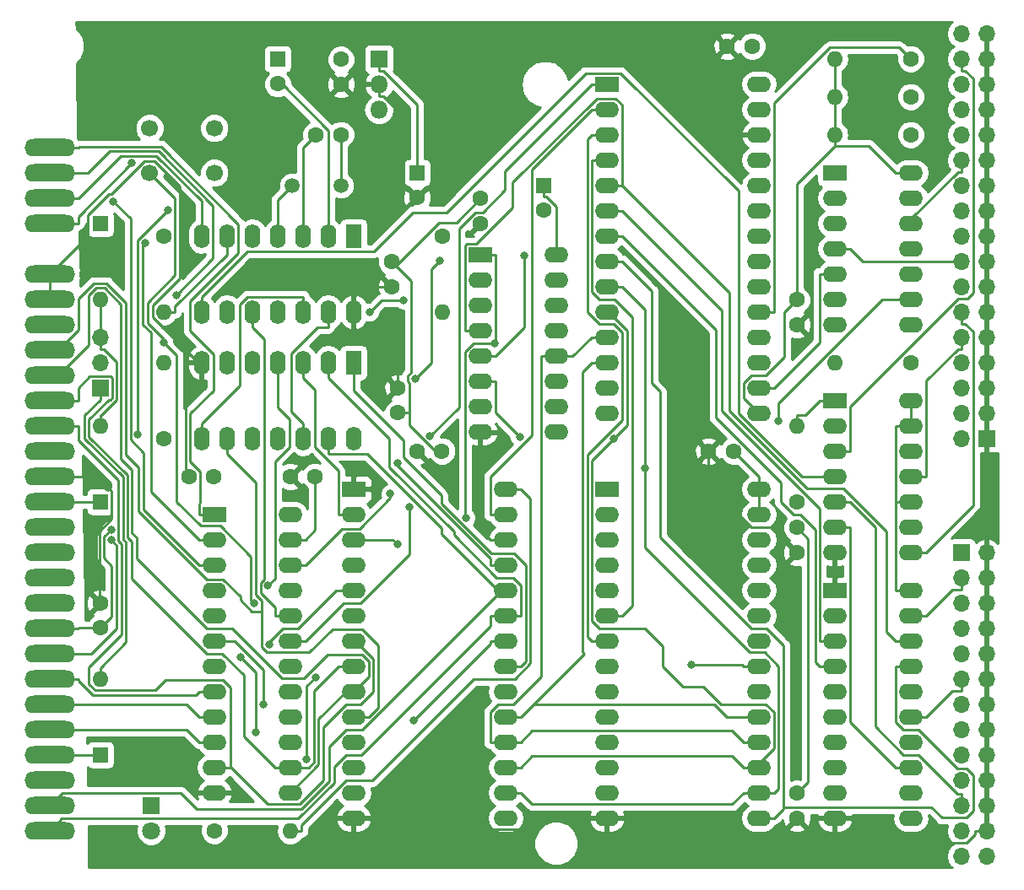
<source format=gbr>
G04 #@! TF.GenerationSoftware,KiCad,Pcbnew,5.0.0-rc2-be01b52~65~ubuntu18.04.1*
G04 #@! TF.CreationDate,2018-06-09T19:25:23+04:00*
G04 #@! TF.ProjectId,plusd,706C7573642E6B696361645F70636200,rev?*
G04 #@! TF.SameCoordinates,Original*
G04 #@! TF.FileFunction,Copper,L2,Bot,Signal*
G04 #@! TF.FilePolarity,Positive*
%FSLAX46Y46*%
G04 Gerber Fmt 4.6, Leading zero omitted, Abs format (unit mm)*
G04 Created by KiCad (PCBNEW 5.0.0-rc2-be01b52~65~ubuntu18.04.1) date Sat Jun  9 19:25:23 2018*
%MOMM*%
%LPD*%
G01*
G04 APERTURE LIST*
G04 #@! TA.AperFunction,ComponentPad*
%ADD10O,1.800000X1.800000*%
G04 #@! TD*
G04 #@! TA.AperFunction,ComponentPad*
%ADD11R,1.800000X1.800000*%
G04 #@! TD*
G04 #@! TA.AperFunction,ComponentPad*
%ADD12R,1.600000X1.600000*%
G04 #@! TD*
G04 #@! TA.AperFunction,ComponentPad*
%ADD13C,1.600000*%
G04 #@! TD*
G04 #@! TA.AperFunction,ComponentPad*
%ADD14C,1.800000*%
G04 #@! TD*
G04 #@! TA.AperFunction,ComponentPad*
%ADD15R,1.700000X1.700000*%
G04 #@! TD*
G04 #@! TA.AperFunction,ComponentPad*
%ADD16O,1.700000X1.700000*%
G04 #@! TD*
G04 #@! TA.AperFunction,ConnectorPad*
%ADD17O,5.080000X1.778000*%
G04 #@! TD*
G04 #@! TA.AperFunction,ComponentPad*
%ADD18O,1.600000X1.600000*%
G04 #@! TD*
G04 #@! TA.AperFunction,ComponentPad*
%ADD19C,1.700000*%
G04 #@! TD*
G04 #@! TA.AperFunction,ComponentPad*
%ADD20R,2.400000X1.600000*%
G04 #@! TD*
G04 #@! TA.AperFunction,ComponentPad*
%ADD21O,2.400000X1.600000*%
G04 #@! TD*
G04 #@! TA.AperFunction,ComponentPad*
%ADD22O,1.600000X2.400000*%
G04 #@! TD*
G04 #@! TA.AperFunction,ComponentPad*
%ADD23R,1.600000X2.400000*%
G04 #@! TD*
G04 #@! TA.AperFunction,ComponentPad*
%ADD24C,1.500000*%
G04 #@! TD*
G04 #@! TA.AperFunction,ViaPad*
%ADD25C,0.800000*%
G04 #@! TD*
G04 #@! TA.AperFunction,Conductor*
%ADD26C,0.250000*%
G04 #@! TD*
G04 #@! TA.AperFunction,Conductor*
%ADD27C,0.254000*%
G04 #@! TD*
G04 APERTURE END LIST*
D10*
G04 #@! TO.P,U12,3*
G04 #@! TO.N,+5V*
X71120000Y-46990000D03*
G04 #@! TO.P,U12,2*
G04 #@! TO.N,GND*
X71120000Y-44450000D03*
D11*
G04 #@! TO.P,U12,1*
G04 #@! TO.N,+9V*
X71120000Y-41910000D03*
G04 #@! TD*
D12*
G04 #@! TO.P,C1,1*
G04 #@! TO.N,Net-(C1-Pad1)*
X60960000Y-41910000D03*
D13*
G04 #@! TO.P,C1,2*
G04 #@! TO.N,Net-(C1-Pad2)*
X60960000Y-44410000D03*
G04 #@! TD*
G04 #@! TO.P,C2,2*
G04 #@! TO.N,Net-(C2-Pad2)*
X64810000Y-49530000D03*
G04 #@! TO.P,C2,1*
G04 #@! TO.N,Net-(C2-Pad1)*
X67310000Y-49530000D03*
G04 #@! TD*
G04 #@! TO.P,C3,1*
G04 #@! TO.N,GND*
X43180000Y-96520000D03*
G04 #@! TO.P,C3,2*
G04 #@! TO.N,/RESET*
X43180000Y-99020000D03*
G04 #@! TD*
G04 #@! TO.P,C4,2*
G04 #@! TO.N,Net-(C4-Pad2)*
X64730000Y-83820000D03*
G04 #@! TO.P,C4,1*
G04 #@! TO.N,GND*
X62230000Y-83820000D03*
G04 #@! TD*
G04 #@! TO.P,C5,1*
G04 #@! TO.N,GND*
X67310000Y-44450000D03*
G04 #@! TO.P,C5,2*
G04 #@! TO.N,+9V*
X67310000Y-41950000D03*
G04 #@! TD*
D12*
G04 #@! TO.P,C6,1*
G04 #@! TO.N,+9V*
X74930000Y-53340000D03*
D13*
G04 #@! TO.P,C6,2*
G04 #@! TO.N,GND*
X74930000Y-55840000D03*
G04 #@! TD*
G04 #@! TO.P,C7,2*
G04 #@! TO.N,GND*
X87630000Y-57110000D03*
D12*
G04 #@! TO.P,C7,1*
G04 #@! TO.N,+5V*
X87630000Y-54610000D03*
G04 #@! TD*
D13*
G04 #@! TO.P,C8,1*
G04 #@! TO.N,GND*
X52070000Y-83820000D03*
G04 #@! TO.P,C8,2*
G04 #@! TO.N,+5V*
X54570000Y-83820000D03*
G04 #@! TD*
G04 #@! TO.P,C9,1*
G04 #@! TO.N,GND*
X73025000Y-74930000D03*
G04 #@! TO.P,C9,2*
G04 #@! TO.N,+5V*
X73025000Y-77430000D03*
G04 #@! TD*
G04 #@! TO.P,C10,2*
G04 #@! TO.N,+5V*
X72390000Y-62270000D03*
G04 #@! TO.P,C10,1*
G04 #@! TO.N,GND*
X72390000Y-64770000D03*
G04 #@! TD*
G04 #@! TO.P,C11,2*
G04 #@! TO.N,+5V*
X77430000Y-81280000D03*
G04 #@! TO.P,C11,1*
G04 #@! TO.N,GND*
X74930000Y-81280000D03*
G04 #@! TD*
G04 #@! TO.P,C12,2*
G04 #@! TO.N,+5V*
X81280000Y-55920000D03*
G04 #@! TO.P,C12,1*
G04 #@! TO.N,GND*
X81280000Y-58420000D03*
G04 #@! TD*
G04 #@! TO.P,C13,1*
G04 #@! TO.N,GND*
X104180000Y-81280000D03*
G04 #@! TO.P,C13,2*
G04 #@! TO.N,+5V*
X106680000Y-81280000D03*
G04 #@! TD*
G04 #@! TO.P,C14,2*
G04 #@! TO.N,+5V*
X108545000Y-40640000D03*
G04 #@! TO.P,C14,1*
G04 #@! TO.N,GND*
X106045000Y-40640000D03*
G04 #@! TD*
G04 #@! TO.P,C15,1*
G04 #@! TO.N,GND*
X113030000Y-118110000D03*
G04 #@! TO.P,C15,2*
G04 #@! TO.N,+5V*
X113030000Y-115610000D03*
G04 #@! TD*
G04 #@! TO.P,C16,2*
G04 #@! TO.N,+5V*
X113030000Y-88940000D03*
G04 #@! TO.P,C16,1*
G04 #@! TO.N,GND*
X113030000Y-91440000D03*
G04 #@! TD*
G04 #@! TO.P,C17,1*
G04 #@! TO.N,GND*
X113030000Y-68580000D03*
G04 #@! TO.P,C17,2*
G04 #@! TO.N,+5V*
X113030000Y-66080000D03*
G04 #@! TD*
D11*
G04 #@! TO.P,D2,1*
G04 #@! TO.N,Net-(D2-Pad1)*
X48260000Y-116840000D03*
D14*
G04 #@! TO.P,D2,2*
G04 #@! TO.N,Net-(D2-Pad2)*
X48260000Y-119380000D03*
G04 #@! TD*
D15*
G04 #@! TO.P,J1,1*
G04 #@! TO.N,GND*
X132080000Y-80010000D03*
D16*
G04 #@! TO.P,J1,2*
G04 #@! TO.N,N/C*
X129540000Y-80010000D03*
G04 #@! TO.P,J1,3*
G04 #@! TO.N,GND*
X132080000Y-77470000D03*
G04 #@! TO.P,J1,4*
G04 #@! TO.N,N/C*
X129540000Y-77470000D03*
G04 #@! TO.P,J1,5*
G04 #@! TO.N,GND*
X132080000Y-74930000D03*
G04 #@! TO.P,J1,6*
G04 #@! TO.N,N/C*
X129540000Y-74930000D03*
G04 #@! TO.P,J1,7*
G04 #@! TO.N,GND*
X132080000Y-72390000D03*
G04 #@! TO.P,J1,8*
G04 #@! TO.N,Net-(J1-Pad8)*
X129540000Y-72390000D03*
G04 #@! TO.P,J1,9*
G04 #@! TO.N,GND*
X132080000Y-69850000D03*
G04 #@! TO.P,J1,10*
G04 #@! TO.N,/DS0*
X129540000Y-69850000D03*
G04 #@! TO.P,J1,11*
G04 #@! TO.N,GND*
X132080000Y-67310000D03*
G04 #@! TO.P,J1,12*
G04 #@! TO.N,/DS1*
X129540000Y-67310000D03*
G04 #@! TO.P,J1,13*
G04 #@! TO.N,GND*
X132080000Y-64770000D03*
G04 #@! TO.P,J1,14*
G04 #@! TO.N,N/C*
X129540000Y-64770000D03*
G04 #@! TO.P,J1,15*
G04 #@! TO.N,GND*
X132080000Y-62230000D03*
G04 #@! TO.P,J1,16*
G04 #@! TO.N,Net-(J1-Pad16)*
X129540000Y-62230000D03*
G04 #@! TO.P,J1,17*
G04 #@! TO.N,GND*
X132080000Y-59690000D03*
G04 #@! TO.P,J1,18*
G04 #@! TO.N,Net-(J1-Pad18)*
X129540000Y-59690000D03*
G04 #@! TO.P,J1,19*
G04 #@! TO.N,GND*
X132080000Y-57150000D03*
G04 #@! TO.P,J1,20*
G04 #@! TO.N,Net-(J1-Pad20)*
X129540000Y-57150000D03*
G04 #@! TO.P,J1,21*
G04 #@! TO.N,GND*
X132080000Y-54610000D03*
G04 #@! TO.P,J1,22*
G04 #@! TO.N,Net-(J1-Pad22)*
X129540000Y-54610000D03*
G04 #@! TO.P,J1,23*
G04 #@! TO.N,GND*
X132080000Y-52070000D03*
G04 #@! TO.P,J1,24*
G04 #@! TO.N,Net-(J1-Pad24)*
X129540000Y-52070000D03*
G04 #@! TO.P,J1,25*
G04 #@! TO.N,GND*
X132080000Y-49530000D03*
G04 #@! TO.P,J1,26*
G04 #@! TO.N,Net-(J1-Pad26)*
X129540000Y-49530000D03*
G04 #@! TO.P,J1,27*
G04 #@! TO.N,GND*
X132080000Y-46990000D03*
G04 #@! TO.P,J1,28*
G04 #@! TO.N,Net-(J1-Pad28)*
X129540000Y-46990000D03*
G04 #@! TO.P,J1,29*
G04 #@! TO.N,GND*
X132080000Y-44450000D03*
G04 #@! TO.P,J1,30*
G04 #@! TO.N,Net-(J1-Pad30)*
X129540000Y-44450000D03*
G04 #@! TO.P,J1,31*
G04 #@! TO.N,GND*
X132080000Y-41910000D03*
G04 #@! TO.P,J1,32*
G04 #@! TO.N,/XXX*
X129540000Y-41910000D03*
G04 #@! TO.P,J1,33*
G04 #@! TO.N,GND*
X132080000Y-39370000D03*
G04 #@! TO.P,J1,34*
G04 #@! TO.N,N/C*
X129540000Y-39370000D03*
G04 #@! TD*
D17*
G04 #@! TO.P,J2,A28*
G04 #@! TO.N,/A11*
X38100000Y-119380000D03*
G04 #@! TO.P,J2,A27*
G04 #@! TO.N,/A9*
X38100000Y-116840000D03*
G04 #@! TO.P,J2,A26*
G04 #@! TO.N,N/C*
X38100000Y-114300000D03*
G04 #@! TO.P,J2,A25*
G04 #@! TO.N,ZX_ROMOE48*
X38100000Y-111760000D03*
G04 #@! TO.P,J2,A24*
G04 #@! TO.N,/A4*
X38100000Y-109220000D03*
G04 #@! TO.P,J2,A23*
G04 #@! TO.N,/A5*
X38100000Y-106680000D03*
G04 #@! TO.P,J2,A22*
G04 #@! TO.N,/A6*
X38100000Y-104140000D03*
G04 #@! TO.P,J2,A21*
G04 #@! TO.N,/A7*
X38100000Y-101600000D03*
G04 #@! TO.P,J2,A20*
G04 #@! TO.N,/RESET*
X38100000Y-99060000D03*
G04 #@! TO.P,J2,A19*
G04 #@! TO.N,N/C*
X38100000Y-96520000D03*
G04 #@! TO.P,J2,A18*
X38100000Y-93980000D03*
G04 #@! TO.P,J2,A17*
X38100000Y-91440000D03*
G04 #@! TO.P,J2,A16*
X38100000Y-88900000D03*
G04 #@! TO.P,J2,A15*
G04 #@! TO.N,ZX_ROMOE2*
X38100000Y-86360000D03*
G04 #@! TO.P,J2,A14*
G04 #@! TO.N,GND*
X38100000Y-83820000D03*
G04 #@! TO.P,J2,A13*
G04 #@! TO.N,N/C*
X38100000Y-81280000D03*
G04 #@! TO.P,J2,A12*
G04 #@! TO.N,/A3*
X38100000Y-78740000D03*
G04 #@! TO.P,J2,A11*
G04 #@! TO.N,/A2*
X38100000Y-76200000D03*
G04 #@! TO.P,J2,A10*
G04 #@! TO.N,/A1*
X38100000Y-73660000D03*
G04 #@! TO.P,J2,A9*
G04 #@! TO.N,/A0*
X38100000Y-71120000D03*
G04 #@! TO.P,J2,A8*
G04 #@! TO.N,N/C*
X38100000Y-68580000D03*
G04 #@! TO.P,J2,A7*
G04 #@! TO.N,GND*
X38100000Y-66040000D03*
G04 #@! TO.P,J2,A6*
X38100000Y-63500000D03*
G04 #@! TO.P,J2,A4*
G04 #@! TO.N,+9V*
X38100000Y-58420000D03*
G04 #@! TO.P,J2,A3*
G04 #@! TO.N,+5V*
X38100000Y-55880000D03*
G04 #@! TO.P,J2,A2*
G04 #@! TO.N,/A12*
X38100000Y-53340000D03*
G04 #@! TO.P,J2,A1*
G04 #@! TO.N,/A14*
X38100000Y-50800000D03*
G04 #@! TD*
D15*
G04 #@! TO.P,J3,1*
G04 #@! TO.N,Net-(J3-Pad1)*
X129540000Y-91440000D03*
D16*
G04 #@! TO.P,J3,2*
G04 #@! TO.N,GND*
X132080000Y-91440000D03*
G04 #@! TO.P,J3,3*
G04 #@! TO.N,Net-(J3-Pad3)*
X129540000Y-93980000D03*
G04 #@! TO.P,J3,4*
G04 #@! TO.N,GND*
X132080000Y-93980000D03*
G04 #@! TO.P,J3,5*
G04 #@! TO.N,Net-(J3-Pad5)*
X129540000Y-96520000D03*
G04 #@! TO.P,J3,6*
G04 #@! TO.N,GND*
X132080000Y-96520000D03*
G04 #@! TO.P,J3,7*
G04 #@! TO.N,Net-(J3-Pad7)*
X129540000Y-99060000D03*
G04 #@! TO.P,J3,8*
G04 #@! TO.N,GND*
X132080000Y-99060000D03*
G04 #@! TO.P,J3,9*
G04 #@! TO.N,Net-(J3-Pad9)*
X129540000Y-101600000D03*
G04 #@! TO.P,J3,10*
G04 #@! TO.N,GND*
X132080000Y-101600000D03*
G04 #@! TO.P,J3,11*
G04 #@! TO.N,Net-(J3-Pad11)*
X129540000Y-104140000D03*
G04 #@! TO.P,J3,12*
G04 #@! TO.N,GND*
X132080000Y-104140000D03*
G04 #@! TO.P,J3,13*
G04 #@! TO.N,Net-(J3-Pad13)*
X129540000Y-106680000D03*
G04 #@! TO.P,J3,14*
G04 #@! TO.N,GND*
X132080000Y-106680000D03*
G04 #@! TO.P,J3,15*
G04 #@! TO.N,Net-(J3-Pad15)*
X129540000Y-109220000D03*
G04 #@! TO.P,J3,16*
G04 #@! TO.N,GND*
X132080000Y-109220000D03*
G04 #@! TO.P,J3,17*
G04 #@! TO.N,Net-(J3-Pad17)*
X129540000Y-111760000D03*
G04 #@! TO.P,J3,18*
G04 #@! TO.N,GND*
X132080000Y-111760000D03*
G04 #@! TO.P,J3,19*
G04 #@! TO.N,N/C*
X129540000Y-114300000D03*
G04 #@! TO.P,J3,20*
G04 #@! TO.N,GND*
X132080000Y-114300000D03*
G04 #@! TO.P,J3,21*
G04 #@! TO.N,Net-(J3-Pad21)*
X129540000Y-116840000D03*
G04 #@! TO.P,J3,22*
G04 #@! TO.N,GND*
X132080000Y-116840000D03*
G04 #@! TO.P,J3,23*
G04 #@! TO.N,N/C*
X129540000Y-119380000D03*
G04 #@! TO.P,J3,24*
G04 #@! TO.N,GND*
X132080000Y-119380000D03*
G04 #@! TO.P,J3,25*
G04 #@! TO.N,N/C*
X129540000Y-121920000D03*
G04 #@! TO.P,J3,26*
X132080000Y-121920000D03*
G04 #@! TD*
D15*
G04 #@! TO.P,J4,1*
G04 #@! TO.N,Net-(D4-Pad2)*
X43180000Y-74930000D03*
D16*
G04 #@! TO.P,J4,2*
G04 #@! TO.N,Net-(D2-Pad1)*
X43180000Y-72390000D03*
G04 #@! TO.P,J4,3*
G04 #@! TO.N,Net-(D1-Pad2)*
X43180000Y-69850000D03*
G04 #@! TD*
D13*
G04 #@! TO.P,R1,1*
G04 #@! TO.N,Net-(J1-Pad8)*
X124460000Y-72390000D03*
D18*
G04 #@! TO.P,R1,2*
G04 #@! TO.N,+5V*
X116840000Y-72390000D03*
G04 #@! TD*
G04 #@! TO.P,R2,2*
G04 #@! TO.N,+5V*
X116840000Y-49530000D03*
D13*
G04 #@! TO.P,R2,1*
G04 #@! TO.N,Net-(J1-Pad26)*
X124460000Y-49530000D03*
G04 #@! TD*
G04 #@! TO.P,R3,1*
G04 #@! TO.N,Net-(J1-Pad28)*
X124460000Y-45720000D03*
D18*
G04 #@! TO.P,R3,2*
G04 #@! TO.N,+5V*
X116840000Y-45720000D03*
G04 #@! TD*
G04 #@! TO.P,R4,2*
G04 #@! TO.N,+5V*
X116840000Y-41910000D03*
D13*
G04 #@! TO.P,R4,1*
G04 #@! TO.N,Net-(J1-Pad30)*
X124460000Y-41910000D03*
G04 #@! TD*
D18*
G04 #@! TO.P,R5,2*
G04 #@! TO.N,Net-(C2-Pad2)*
X77470000Y-67310000D03*
D13*
G04 #@! TO.P,R5,1*
G04 #@! TO.N,Net-(C1-Pad2)*
X77470000Y-59690000D03*
G04 #@! TD*
G04 #@! TO.P,R6,1*
G04 #@! TO.N,Net-(R6-Pad1)*
X49530000Y-59690000D03*
D18*
G04 #@! TO.P,R6,2*
G04 #@! TO.N,Net-(C1-Pad1)*
X49530000Y-67310000D03*
G04 #@! TD*
D13*
G04 #@! TO.P,R7,1*
G04 #@! TO.N,Net-(D2-Pad2)*
X54610000Y-119380000D03*
D18*
G04 #@! TO.P,R7,2*
G04 #@! TO.N,+5V*
X62230000Y-119380000D03*
G04 #@! TD*
G04 #@! TO.P,R8,2*
G04 #@! TO.N,Net-(R8-Pad2)*
X49530000Y-72390000D03*
D13*
G04 #@! TO.P,R8,1*
G04 #@! TO.N,Net-(C4-Pad2)*
X49530000Y-80010000D03*
G04 #@! TD*
G04 #@! TO.P,R9,1*
G04 #@! TO.N,Net-(J3-Pad21)*
X113030000Y-86360000D03*
D18*
G04 #@! TO.P,R9,2*
G04 #@! TO.N,+5V*
X113030000Y-78740000D03*
G04 #@! TD*
D19*
G04 #@! TO.P,SW1,4*
G04 #@! TO.N,N/C*
X48110000Y-48840000D03*
G04 #@! TO.P,SW1,3*
X54610000Y-48840000D03*
G04 #@! TO.P,SW1,2*
G04 #@! TO.N,Net-(D2-Pad1)*
X48110000Y-53340000D03*
G04 #@! TO.P,SW1,1*
G04 #@! TO.N,NMI*
X54610000Y-53340000D03*
G04 #@! TD*
D20*
G04 #@! TO.P,U1,1*
G04 #@! TO.N,Net-(U1-Pad1)*
X116840000Y-53340000D03*
D21*
G04 #@! TO.P,U1,8*
G04 #@! TO.N,Net-(J3-Pad1)*
X124460000Y-68580000D03*
G04 #@! TO.P,U1,2*
G04 #@! TO.N,Net-(J1-Pad22)*
X116840000Y-55880000D03*
G04 #@! TO.P,U1,9*
G04 #@! TO.N,Net-(U1-Pad9)*
X124460000Y-66040000D03*
G04 #@! TO.P,U1,3*
G04 #@! TO.N,Net-(U1-Pad3)*
X116840000Y-58420000D03*
G04 #@! TO.P,U1,10*
G04 #@! TO.N,Net-(J1-Pad18)*
X124460000Y-63500000D03*
G04 #@! TO.P,U1,4*
G04 #@! TO.N,Net-(J1-Pad16)*
X116840000Y-60960000D03*
G04 #@! TO.P,U1,11*
G04 #@! TO.N,Net-(U1-Pad11)*
X124460000Y-60960000D03*
G04 #@! TO.P,U1,5*
G04 #@! TO.N,Net-(U1-Pad5)*
X116840000Y-63500000D03*
G04 #@! TO.P,U1,12*
G04 #@! TO.N,Net-(J1-Pad24)*
X124460000Y-58420000D03*
G04 #@! TO.P,U1,6*
G04 #@! TO.N,Net-(J1-Pad20)*
X116840000Y-66040000D03*
G04 #@! TO.P,U1,13*
G04 #@! TO.N,Net-(U1-Pad13)*
X124460000Y-55880000D03*
G04 #@! TO.P,U1,7*
G04 #@! TO.N,GND*
X116840000Y-68580000D03*
G04 #@! TO.P,U1,14*
G04 #@! TO.N,+5V*
X124460000Y-53340000D03*
G04 #@! TD*
G04 #@! TO.P,U2,28*
G04 #@! TO.N,+5V*
X109220000Y-85090000D03*
G04 #@! TO.P,U2,14*
G04 #@! TO.N,GND*
X93980000Y-118110000D03*
G04 #@! TO.P,U2,27*
G04 #@! TO.N,+5V*
X109220000Y-87630000D03*
G04 #@! TO.P,U2,13*
G04 #@! TO.N,/D2*
X93980000Y-115570000D03*
G04 #@! TO.P,U2,26*
G04 #@! TO.N,N/C*
X109220000Y-90170000D03*
G04 #@! TO.P,U2,12*
G04 #@! TO.N,/D1*
X93980000Y-113030000D03*
G04 #@! TO.P,U2,25*
G04 #@! TO.N,/A8*
X109220000Y-92710000D03*
G04 #@! TO.P,U2,11*
G04 #@! TO.N,/D0*
X93980000Y-110490000D03*
G04 #@! TO.P,U2,24*
G04 #@! TO.N,/A9*
X109220000Y-95250000D03*
G04 #@! TO.P,U2,10*
G04 #@! TO.N,/A0*
X93980000Y-107950000D03*
G04 #@! TO.P,U2,23*
G04 #@! TO.N,/A11*
X109220000Y-97790000D03*
G04 #@! TO.P,U2,9*
G04 #@! TO.N,/A1*
X93980000Y-105410000D03*
G04 #@! TO.P,U2,22*
G04 #@! TO.N,/RD*
X109220000Y-100330000D03*
G04 #@! TO.P,U2,8*
G04 #@! TO.N,/A2*
X93980000Y-102870000D03*
G04 #@! TO.P,U2,21*
G04 #@! TO.N,/A10*
X109220000Y-102870000D03*
G04 #@! TO.P,U2,7*
G04 #@! TO.N,/A3*
X93980000Y-100330000D03*
G04 #@! TO.P,U2,20*
G04 #@! TO.N,ROM_CS*
X109220000Y-105410000D03*
G04 #@! TO.P,U2,6*
G04 #@! TO.N,/A4*
X93980000Y-97790000D03*
G04 #@! TO.P,U2,19*
G04 #@! TO.N,/D7*
X109220000Y-107950000D03*
G04 #@! TO.P,U2,5*
G04 #@! TO.N,/A5*
X93980000Y-95250000D03*
G04 #@! TO.P,U2,18*
G04 #@! TO.N,/D6*
X109220000Y-110490000D03*
G04 #@! TO.P,U2,4*
G04 #@! TO.N,/A6*
X93980000Y-92710000D03*
G04 #@! TO.P,U2,17*
G04 #@! TO.N,/D5*
X109220000Y-113030000D03*
G04 #@! TO.P,U2,3*
G04 #@! TO.N,/A7*
X93980000Y-90170000D03*
G04 #@! TO.P,U2,16*
G04 #@! TO.N,/D4*
X109220000Y-115570000D03*
G04 #@! TO.P,U2,2*
G04 #@! TO.N,/A12*
X93980000Y-87630000D03*
G04 #@! TO.P,U2,15*
G04 #@! TO.N,/D3*
X109220000Y-118110000D03*
D20*
G04 #@! TO.P,U2,1*
G04 #@! TO.N,N/C*
X93980000Y-85090000D03*
G04 #@! TD*
G04 #@! TO.P,U3,1*
G04 #@! TO.N,FDC_CS*
X93980000Y-44450000D03*
D21*
G04 #@! TO.P,U3,15*
G04 #@! TO.N,+5V*
X109220000Y-77470000D03*
G04 #@! TO.P,U3,2*
G04 #@! TO.N,/WR*
X93980000Y-46990000D03*
G04 #@! TO.P,U3,16*
G04 #@! TO.N,Net-(U1-Pad5)*
X109220000Y-74930000D03*
G04 #@! TO.P,U3,3*
G04 #@! TO.N,/A3*
X93980000Y-49530000D03*
G04 #@! TO.P,U3,17*
G04 #@! TO.N,Net-(U1-Pad11)*
X109220000Y-72390000D03*
G04 #@! TO.P,U3,4*
G04 #@! TO.N,/A4*
X93980000Y-52070000D03*
G04 #@! TO.P,U3,18*
G04 #@! TO.N,Net-(C2-Pad2)*
X109220000Y-69850000D03*
G04 #@! TO.P,U3,5*
G04 #@! TO.N,/D0*
X93980000Y-54610000D03*
G04 #@! TO.P,U3,19*
G04 #@! TO.N,Net-(J1-Pad30)*
X109220000Y-67310000D03*
G04 #@! TO.P,U3,6*
G04 #@! TO.N,/D1*
X93980000Y-57150000D03*
G04 #@! TO.P,U3,20*
G04 #@! TO.N,Net-(U1-Pad3)*
X109220000Y-64770000D03*
G04 #@! TO.P,U3,7*
G04 #@! TO.N,/D2*
X93980000Y-59690000D03*
G04 #@! TO.P,U3,21*
G04 #@! TO.N,Net-(U1-Pad13)*
X109220000Y-62230000D03*
G04 #@! TO.P,U3,8*
G04 #@! TO.N,/D3*
X93980000Y-62230000D03*
G04 #@! TO.P,U3,22*
G04 #@! TO.N,Net-(U1-Pad1)*
X109220000Y-59690000D03*
G04 #@! TO.P,U3,9*
G04 #@! TO.N,/D4*
X93980000Y-64770000D03*
G04 #@! TO.P,U3,23*
G04 #@! TO.N,Net-(J1-Pad26)*
X109220000Y-57150000D03*
G04 #@! TO.P,U3,10*
G04 #@! TO.N,/D5*
X93980000Y-67310000D03*
G04 #@! TO.P,U3,24*
G04 #@! TO.N,Net-(J1-Pad8)*
X109220000Y-54610000D03*
G04 #@! TO.P,U3,11*
G04 #@! TO.N,/D6*
X93980000Y-69850000D03*
G04 #@! TO.P,U3,25*
G04 #@! TO.N,Net-(J1-Pad28)*
X109220000Y-52070000D03*
G04 #@! TO.P,U3,12*
G04 #@! TO.N,/D7*
X93980000Y-72390000D03*
G04 #@! TO.P,U3,26*
G04 #@! TO.N,GND*
X109220000Y-49530000D03*
G04 #@! TO.P,U3,13*
G04 #@! TO.N,/RESET*
X93980000Y-74930000D03*
G04 #@! TO.P,U3,27*
G04 #@! TO.N,N/C*
X109220000Y-46990000D03*
G04 #@! TO.P,U3,14*
G04 #@! TO.N,GND*
X93980000Y-77470000D03*
G04 #@! TO.P,U3,28*
G04 #@! TO.N,N/C*
X109220000Y-44450000D03*
G04 #@! TD*
D22*
G04 #@! TO.P,U4,14*
G04 #@! TO.N,GND*
X68580000Y-67310000D03*
G04 #@! TO.P,U4,7*
G04 #@! TO.N,+5V*
X53340000Y-59690000D03*
G04 #@! TO.P,U4,13*
G04 #@! TO.N,Net-(U10-Pad12)*
X66040000Y-67310000D03*
G04 #@! TO.P,U4,6*
G04 #@! TO.N,Net-(C1-Pad1)*
X55880000Y-59690000D03*
G04 #@! TO.P,U4,12*
G04 #@! TO.N,Net-(U10-Pad8)*
X63500000Y-67310000D03*
G04 #@! TO.P,U4,5*
G04 #@! TO.N,Net-(R6-Pad1)*
X58420000Y-59690000D03*
G04 #@! TO.P,U4,11*
G04 #@! TO.N,Net-(U10-Pad5)*
X60960000Y-67310000D03*
G04 #@! TO.P,U4,4*
G04 #@! TO.N,Net-(R6-Pad1)*
X60960000Y-59690000D03*
G04 #@! TO.P,U4,10*
G04 #@! TO.N,PRN_STR*
X58420000Y-67310000D03*
G04 #@! TO.P,U4,3*
G04 #@! TO.N,Net-(C2-Pad2)*
X63500000Y-59690000D03*
G04 #@! TO.P,U4,9*
G04 #@! TO.N,PRN_STR*
X55880000Y-67310000D03*
G04 #@! TO.P,U4,2*
G04 #@! TO.N,Net-(C1-Pad2)*
X66040000Y-59690000D03*
G04 #@! TO.P,U4,8*
G04 #@! TO.N,Net-(U4-Pad8)*
X53340000Y-67310000D03*
D23*
G04 #@! TO.P,U4,1*
G04 #@! TO.N,Net-(C1-Pad2)*
X68580000Y-59690000D03*
G04 #@! TD*
D20*
G04 #@! TO.P,U5,1*
G04 #@! TO.N,+5V*
X116840000Y-76200000D03*
D21*
G04 #@! TO.P,U5,8*
G04 #@! TO.N,/DS1*
X124460000Y-91440000D03*
G04 #@! TO.P,U5,2*
G04 #@! TO.N,Net-(U5-Pad2)*
X116840000Y-78740000D03*
G04 #@! TO.P,U5,9*
G04 #@! TO.N,Net-(U5-Pad9)*
X124460000Y-88900000D03*
G04 #@! TO.P,U5,3*
G04 #@! TO.N,/XXX*
X116840000Y-81280000D03*
G04 #@! TO.P,U5,10*
G04 #@! TO.N,+5V*
X124460000Y-86360000D03*
G04 #@! TO.P,U5,4*
G04 #@! TO.N,Net-(U4-Pad8)*
X116840000Y-83820000D03*
G04 #@! TO.P,U5,11*
G04 #@! TO.N,/DS0*
X124460000Y-83820000D03*
G04 #@! TO.P,U5,5*
G04 #@! TO.N,Net-(J3-Pad21)*
X116840000Y-86360000D03*
G04 #@! TO.P,U5,12*
G04 #@! TO.N,Net-(U5-Pad12)*
X124460000Y-81280000D03*
G04 #@! TO.P,U5,6*
G04 #@! TO.N,/D7*
X116840000Y-88900000D03*
G04 #@! TO.P,U5,13*
G04 #@! TO.N,+5V*
X124460000Y-78740000D03*
G04 #@! TO.P,U5,7*
G04 #@! TO.N,GND*
X116840000Y-91440000D03*
G04 #@! TO.P,U5,14*
G04 #@! TO.N,+5V*
X124460000Y-76200000D03*
G04 #@! TD*
D20*
G04 #@! TO.P,U6,1*
G04 #@! TO.N,/RESET*
X81280000Y-61595000D03*
D21*
G04 #@! TO.P,U6,9*
G04 #@! TO.N,DSK_CS*
X88900000Y-79375000D03*
G04 #@! TO.P,U6,2*
G04 #@! TO.N,N/C*
X81280000Y-64135000D03*
G04 #@! TO.P,U6,10*
G04 #@! TO.N,Net-(U1-Pad9)*
X88900000Y-76835000D03*
G04 #@! TO.P,U6,3*
G04 #@! TO.N,Net-(U5-Pad12)*
X81280000Y-66675000D03*
G04 #@! TO.P,U6,11*
G04 #@! TO.N,N/C*
X88900000Y-74295000D03*
G04 #@! TO.P,U6,4*
G04 #@! TO.N,/D0*
X81280000Y-69215000D03*
G04 #@! TO.P,U6,12*
G04 #@! TO.N,/D6*
X88900000Y-71755000D03*
G04 #@! TO.P,U6,5*
G04 #@! TO.N,/D1*
X81280000Y-71755000D03*
G04 #@! TO.P,U6,13*
G04 #@! TO.N,/D7*
X88900000Y-69215000D03*
G04 #@! TO.P,U6,6*
G04 #@! TO.N,Net-(U5-Pad9)*
X81280000Y-74295000D03*
G04 #@! TO.P,U6,14*
G04 #@! TO.N,Net-(U5-Pad2)*
X88900000Y-66675000D03*
G04 #@! TO.P,U6,7*
G04 #@! TO.N,N/C*
X81280000Y-76835000D03*
G04 #@! TO.P,U6,15*
X88900000Y-64135000D03*
G04 #@! TO.P,U6,8*
G04 #@! TO.N,GND*
X81280000Y-79375000D03*
G04 #@! TO.P,U6,16*
G04 #@! TO.N,+5V*
X88900000Y-61595000D03*
G04 #@! TD*
D20*
G04 #@! TO.P,U7,1*
G04 #@! TO.N,GND*
X68580000Y-85090000D03*
D21*
G04 #@! TO.P,U7,15*
G04 #@! TO.N,/D3*
X83820000Y-118110000D03*
G04 #@! TO.P,U7,2*
G04 #@! TO.N,/A12*
X68580000Y-87630000D03*
G04 #@! TO.P,U7,16*
G04 #@! TO.N,/D4*
X83820000Y-115570000D03*
G04 #@! TO.P,U7,3*
G04 #@! TO.N,/A7*
X68580000Y-90170000D03*
G04 #@! TO.P,U7,17*
G04 #@! TO.N,/D5*
X83820000Y-113030000D03*
G04 #@! TO.P,U7,4*
G04 #@! TO.N,/A6*
X68580000Y-92710000D03*
G04 #@! TO.P,U7,18*
G04 #@! TO.N,/D6*
X83820000Y-110490000D03*
G04 #@! TO.P,U7,5*
G04 #@! TO.N,/A5*
X68580000Y-95250000D03*
G04 #@! TO.P,U7,19*
G04 #@! TO.N,/D7*
X83820000Y-107950000D03*
G04 #@! TO.P,U7,6*
G04 #@! TO.N,/A4*
X68580000Y-97790000D03*
G04 #@! TO.P,U7,20*
G04 #@! TO.N,/RD*
X83820000Y-105410000D03*
G04 #@! TO.P,U7,7*
G04 #@! TO.N,/A3*
X68580000Y-100330000D03*
G04 #@! TO.P,U7,21*
G04 #@! TO.N,/A10*
X83820000Y-102870000D03*
G04 #@! TO.P,U7,8*
G04 #@! TO.N,/A2*
X68580000Y-102870000D03*
G04 #@! TO.P,U7,22*
G04 #@! TO.N,RAM_CS*
X83820000Y-100330000D03*
G04 #@! TO.P,U7,9*
G04 #@! TO.N,/A1*
X68580000Y-105410000D03*
G04 #@! TO.P,U7,23*
G04 #@! TO.N,/A11*
X83820000Y-97790000D03*
G04 #@! TO.P,U7,10*
G04 #@! TO.N,/A0*
X68580000Y-107950000D03*
G04 #@! TO.P,U7,24*
G04 #@! TO.N,/A9*
X83820000Y-95250000D03*
G04 #@! TO.P,U7,11*
G04 #@! TO.N,/D0*
X68580000Y-110490000D03*
G04 #@! TO.P,U7,25*
G04 #@! TO.N,/A8*
X83820000Y-92710000D03*
G04 #@! TO.P,U7,12*
G04 #@! TO.N,/D1*
X68580000Y-113030000D03*
G04 #@! TO.P,U7,26*
G04 #@! TO.N,GND*
X83820000Y-90170000D03*
G04 #@! TO.P,U7,13*
G04 #@! TO.N,/D2*
X68580000Y-115570000D03*
G04 #@! TO.P,U7,27*
G04 #@! TO.N,/WR*
X83820000Y-87630000D03*
G04 #@! TO.P,U7,14*
G04 #@! TO.N,GND*
X68580000Y-118110000D03*
G04 #@! TO.P,U7,28*
G04 #@! TO.N,+5V*
X83820000Y-85090000D03*
G04 #@! TD*
D20*
G04 #@! TO.P,U8,1*
G04 #@! TO.N,/A14*
X54610000Y-87630000D03*
D21*
G04 #@! TO.P,U8,13*
G04 #@! TO.N,/A1*
X62230000Y-115570000D03*
G04 #@! TO.P,U8,2*
G04 #@! TO.N,/A15*
X54610000Y-90170000D03*
G04 #@! TO.P,U8,14*
G04 #@! TO.N,/A2*
X62230000Y-113030000D03*
G04 #@! TO.P,U8,3*
G04 #@! TO.N,/A13*
X54610000Y-92710000D03*
G04 #@! TO.P,U8,15*
G04 #@! TO.N,ROM_CS*
X62230000Y-110490000D03*
G04 #@! TO.P,U8,4*
G04 #@! TO.N,/MREQ*
X54610000Y-95250000D03*
G04 #@! TO.P,U8,16*
G04 #@! TO.N,RAM_CS*
X62230000Y-107950000D03*
G04 #@! TO.P,U8,5*
G04 #@! TO.N,/IOREQ*
X54610000Y-97790000D03*
G04 #@! TO.P,U8,17*
G04 #@! TO.N,N/C*
X62230000Y-105410000D03*
G04 #@! TO.P,U8,6*
G04 #@! TO.N,/RD*
X54610000Y-100330000D03*
G04 #@! TO.P,U8,18*
G04 #@! TO.N,PRN_CS*
X62230000Y-102870000D03*
G04 #@! TO.P,U8,7*
G04 #@! TO.N,/WR*
X54610000Y-102870000D03*
G04 #@! TO.P,U8,19*
G04 #@! TO.N,DSK_CS*
X62230000Y-100330000D03*
G04 #@! TO.P,U8,8*
G04 #@! TO.N,/A6*
X54610000Y-105410000D03*
G04 #@! TO.P,U8,20*
G04 #@! TO.N,PRN_STR*
X62230000Y-97790000D03*
G04 #@! TO.P,U8,9*
G04 #@! TO.N,/A5*
X54610000Y-107950000D03*
G04 #@! TO.P,U8,21*
G04 #@! TO.N,Net-(D2-Pad1)*
X62230000Y-95250000D03*
G04 #@! TO.P,U8,10*
G04 #@! TO.N,/A4*
X54610000Y-110490000D03*
G04 #@! TO.P,U8,22*
G04 #@! TO.N,FDC_CS*
X62230000Y-92710000D03*
G04 #@! TO.P,U8,11*
G04 #@! TO.N,/A3*
X54610000Y-113030000D03*
G04 #@! TO.P,U8,23*
G04 #@! TO.N,Net-(C4-Pad2)*
X62230000Y-90170000D03*
G04 #@! TO.P,U8,12*
G04 #@! TO.N,GND*
X54610000Y-115570000D03*
G04 #@! TO.P,U8,24*
G04 #@! TO.N,+5V*
X62230000Y-87630000D03*
G04 #@! TD*
D20*
G04 #@! TO.P,U9,1*
G04 #@! TO.N,GND*
X116840000Y-95250000D03*
D21*
G04 #@! TO.P,U9,11*
G04 #@! TO.N,PRN_CS*
X124460000Y-118110000D03*
G04 #@! TO.P,U9,2*
G04 #@! TO.N,Net-(J3-Pad5)*
X116840000Y-97790000D03*
G04 #@! TO.P,U9,12*
G04 #@! TO.N,Net-(J3-Pad17)*
X124460000Y-115570000D03*
G04 #@! TO.P,U9,3*
G04 #@! TO.N,/D1*
X116840000Y-100330000D03*
G04 #@! TO.P,U9,13*
G04 #@! TO.N,/D7*
X124460000Y-113030000D03*
G04 #@! TO.P,U9,4*
G04 #@! TO.N,/D2*
X116840000Y-102870000D03*
G04 #@! TO.P,U9,14*
G04 #@! TO.N,/D4*
X124460000Y-110490000D03*
G04 #@! TO.P,U9,5*
G04 #@! TO.N,Net-(J3-Pad7)*
X116840000Y-105410000D03*
G04 #@! TO.P,U9,15*
G04 #@! TO.N,Net-(J3-Pad11)*
X124460000Y-107950000D03*
G04 #@! TO.P,U9,6*
G04 #@! TO.N,Net-(J3-Pad13)*
X116840000Y-107950000D03*
G04 #@! TO.P,U9,16*
G04 #@! TO.N,Net-(J3-Pad9)*
X124460000Y-105410000D03*
G04 #@! TO.P,U9,7*
G04 #@! TO.N,/D5*
X116840000Y-110490000D03*
G04 #@! TO.P,U9,17*
G04 #@! TO.N,/D3*
X124460000Y-102870000D03*
G04 #@! TO.P,U9,8*
G04 #@! TO.N,/D6*
X116840000Y-113030000D03*
G04 #@! TO.P,U9,18*
G04 #@! TO.N,/D0*
X124460000Y-100330000D03*
G04 #@! TO.P,U9,9*
G04 #@! TO.N,Net-(J3-Pad15)*
X116840000Y-115570000D03*
G04 #@! TO.P,U9,19*
G04 #@! TO.N,Net-(J3-Pad3)*
X124460000Y-97790000D03*
G04 #@! TO.P,U9,10*
G04 #@! TO.N,GND*
X116840000Y-118110000D03*
G04 #@! TO.P,U9,20*
G04 #@! TO.N,+5V*
X124460000Y-95250000D03*
G04 #@! TD*
D22*
G04 #@! TO.P,U10,14*
G04 #@! TO.N,+5V*
X68580000Y-80010000D03*
G04 #@! TO.P,U10,7*
G04 #@! TO.N,GND*
X53340000Y-72390000D03*
G04 #@! TO.P,U10,13*
G04 #@! TO.N,/A9*
X66040000Y-80010000D03*
G04 #@! TO.P,U10,6*
G04 #@! TO.N,Net-(R8-Pad2)*
X55880000Y-72390000D03*
G04 #@! TO.P,U10,12*
G04 #@! TO.N,Net-(U10-Pad12)*
X63500000Y-80010000D03*
G04 #@! TO.P,U10,5*
G04 #@! TO.N,Net-(U10-Pad5)*
X58420000Y-72390000D03*
G04 #@! TO.P,U10,11*
G04 #@! TO.N,/A8*
X60960000Y-80010000D03*
G04 #@! TO.P,U10,4*
G04 #@! TO.N,/M1*
X60960000Y-72390000D03*
G04 #@! TO.P,U10,10*
G04 #@! TO.N,/A7*
X58420000Y-80010000D03*
G04 #@! TO.P,U10,3*
G04 #@! TO.N,/A12*
X63500000Y-72390000D03*
G04 #@! TO.P,U10,9*
G04 #@! TO.N,/A0*
X55880000Y-80010000D03*
G04 #@! TO.P,U10,2*
G04 #@! TO.N,/A11*
X66040000Y-72390000D03*
G04 #@! TO.P,U10,8*
G04 #@! TO.N,Net-(U10-Pad8)*
X53340000Y-80010000D03*
D23*
G04 #@! TO.P,U10,1*
G04 #@! TO.N,/A10*
X68580000Y-72390000D03*
G04 #@! TD*
D24*
G04 #@! TO.P,Y1,1*
G04 #@! TO.N,Net-(C2-Pad1)*
X67310000Y-54610000D03*
G04 #@! TO.P,Y1,2*
G04 #@! TO.N,Net-(R6-Pad1)*
X62410000Y-54610000D03*
G04 #@! TD*
D12*
G04 #@! TO.P,D1,1*
G04 #@! TO.N,ZX_ROMOE1*
X43180000Y-58420000D03*
D18*
G04 #@! TO.P,D1,2*
G04 #@! TO.N,Net-(D1-Pad2)*
X43180000Y-66040000D03*
G04 #@! TD*
D12*
G04 #@! TO.P,D3,1*
G04 #@! TO.N,ZX_ROMOE2*
X43180000Y-86360000D03*
D18*
G04 #@! TO.P,D3,2*
G04 #@! TO.N,Net-(D1-Pad2)*
X43180000Y-78740000D03*
G04 #@! TD*
G04 #@! TO.P,D4,2*
G04 #@! TO.N,Net-(D4-Pad2)*
X43180000Y-104140000D03*
D12*
G04 #@! TO.P,D4,1*
G04 #@! TO.N,ZX_ROMOE48*
X43180000Y-111760000D03*
G04 #@! TD*
D25*
G04 #@! TO.N,GND*
X43973500Y-84898500D03*
G04 #@! TO.N,/RESET*
X82717500Y-70441100D03*
X44259900Y-89150500D03*
X79837700Y-87955400D03*
G04 #@! TO.N,+9V*
X46326200Y-52370000D03*
G04 #@! TO.N,Net-(D2-Pad1)*
X49560300Y-70401800D03*
X58789300Y-109517800D03*
X57285300Y-101985800D03*
X58616200Y-96559400D03*
G04 #@! TO.N,/A5*
X60106600Y-100690100D03*
G04 #@! TO.N,/A7*
X72990800Y-90643400D03*
X44259900Y-90199100D03*
G04 #@! TO.N,/A10*
X102471600Y-102691300D03*
G04 #@! TO.N,/A8*
X72953900Y-82471800D03*
G04 #@! TO.N,/M1*
X59989000Y-94789000D03*
G04 #@! TO.N,/A12*
X50782700Y-65601000D03*
G04 #@! TO.N,/RD*
X59561400Y-106686300D03*
G04 #@! TO.N,NMI*
X46937400Y-79559000D03*
X49942500Y-57110600D03*
G04 #@! TO.N,/D4*
X97793700Y-82971700D03*
G04 #@! TO.N,/D3*
X74748200Y-74001800D03*
X77205500Y-62159700D03*
G04 #@! TO.N,/D5*
X94684200Y-79997200D03*
G04 #@! TO.N,/D2*
X70209000Y-67330000D03*
X73581800Y-66142100D03*
G04 #@! TO.N,/D1*
X85701300Y-61634400D03*
G04 #@! TO.N,/A13*
X44477500Y-56204300D03*
G04 #@! TO.N,/A15*
X47717800Y-60371700D03*
G04 #@! TO.N,Net-(U1-Pad9)*
X111162100Y-78239900D03*
G04 #@! TO.N,FDC_CS*
X76250800Y-79729900D03*
X72255500Y-85538800D03*
G04 #@! TO.N,Net-(U5-Pad9)*
X85243500Y-79858500D03*
G04 #@! TO.N,DSK_CS*
X74184400Y-86873800D03*
G04 #@! TO.N,RAM_CS*
X74596200Y-108332900D03*
G04 #@! TO.N,PRN_CS*
X64747400Y-103943200D03*
X63890900Y-112169200D03*
G04 #@! TD*
D26*
G04 #@! TO.N,Net-(C1-Pad1)*
X55880000Y-61215300D02*
X55880000Y-61529700D01*
X55880000Y-61529700D02*
X50655300Y-66754400D01*
X50655300Y-66754400D02*
X50655300Y-67310000D01*
X55880000Y-60452600D02*
X55880000Y-59690000D01*
X55880000Y-60452600D02*
X55880000Y-61215300D01*
X49530000Y-67310000D02*
X50655300Y-67310000D01*
G04 #@! TO.N,Net-(C1-Pad2)*
X66040000Y-59690000D02*
X66040000Y-49090400D01*
X66040000Y-49090400D02*
X61359600Y-44410000D01*
X61359600Y-44410000D02*
X60960000Y-44410000D01*
G04 #@! TO.N,Net-(C2-Pad2)*
X63500000Y-59690000D02*
X63500000Y-50840000D01*
X63500000Y-50840000D02*
X64810000Y-49530000D01*
G04 #@! TO.N,Net-(C2-Pad1)*
X67310000Y-54610000D02*
X67310000Y-49530000D01*
G04 #@! TO.N,GND*
X43973500Y-84898500D02*
X44318700Y-85243700D01*
X44318700Y-85243700D02*
X44318700Y-88066000D01*
X44318700Y-88066000D02*
X43084300Y-89300400D01*
X43084300Y-89300400D02*
X43084300Y-96424300D01*
X43084300Y-96424300D02*
X43180000Y-96520000D01*
X68580000Y-67310000D02*
X68580000Y-65784700D01*
X72390000Y-64770000D02*
X69594700Y-64770000D01*
X69594700Y-64770000D02*
X68580000Y-65784700D01*
X68580000Y-67310000D02*
X68580000Y-68835300D01*
X73025000Y-74930000D02*
X73025000Y-73280300D01*
X73025000Y-73280300D02*
X68580000Y-68835300D01*
X53340000Y-73915300D02*
X51711200Y-75544100D01*
X51711200Y-75544100D02*
X51711200Y-83461200D01*
X51711200Y-83461200D02*
X52070000Y-83820000D01*
X83820000Y-90170000D02*
X82294700Y-90170000D01*
X82294700Y-90170000D02*
X81280000Y-89155300D01*
X81280000Y-89155300D02*
X81280000Y-79375000D01*
X38100000Y-63500000D02*
X38100000Y-66040000D01*
X53340000Y-72580400D02*
X53184900Y-72580400D01*
X53184900Y-72580400D02*
X48399000Y-67794500D01*
X48399000Y-67794500D02*
X48399000Y-66635000D01*
X48399000Y-66635000D02*
X51129500Y-63904500D01*
X51129500Y-63904500D02*
X51129500Y-54679700D01*
X51129500Y-54679700D02*
X48592300Y-52142500D01*
X48592300Y-52142500D02*
X47608400Y-52142500D01*
X47608400Y-52142500D02*
X44272600Y-55478300D01*
X44272600Y-55478300D02*
X44040000Y-55478300D01*
X44040000Y-55478300D02*
X41894500Y-57623800D01*
X41894500Y-57623800D02*
X41894500Y-59705500D01*
X41894500Y-59705500D02*
X38100000Y-63500000D01*
X40965300Y-83820000D02*
X42895000Y-83820000D01*
X42895000Y-83820000D02*
X43973500Y-84898500D01*
X113030000Y-91440000D02*
X110490000Y-88900000D01*
X110490000Y-88900000D02*
X108494300Y-88900000D01*
X108494300Y-88900000D02*
X104180000Y-84585700D01*
X104180000Y-84585700D02*
X104180000Y-81280000D01*
X53340000Y-72390000D02*
X53340000Y-72580400D01*
X53340000Y-73152600D02*
X53340000Y-73915300D01*
X53340000Y-73152600D02*
X53340000Y-72580400D01*
X132080000Y-72390000D02*
X132080000Y-69850000D01*
X132080000Y-74930000D02*
X132080000Y-72390000D01*
X132080000Y-119380000D02*
X130904700Y-119380000D01*
X116840000Y-118110000D02*
X118365300Y-118110000D01*
X118365300Y-118110000D02*
X120810600Y-120555300D01*
X120810600Y-120555300D02*
X130096800Y-120555300D01*
X130096800Y-120555300D02*
X130904700Y-119747400D01*
X130904700Y-119747400D02*
X130904700Y-119380000D01*
X68580000Y-118110000D02*
X70105300Y-118110000D01*
X93980000Y-118110000D02*
X86635800Y-118110000D01*
X86635800Y-118110000D02*
X85509200Y-119236600D01*
X85509200Y-119236600D02*
X71231900Y-119236600D01*
X71231900Y-119236600D02*
X70105300Y-118110000D01*
X71120000Y-44450000D02*
X71120000Y-45675300D01*
X74930000Y-55840000D02*
X73571800Y-54481800D01*
X73571800Y-54481800D02*
X73571800Y-47667600D01*
X73571800Y-47667600D02*
X71579500Y-45675300D01*
X71579500Y-45675300D02*
X71120000Y-45675300D01*
X38100000Y-83820000D02*
X40965300Y-83820000D01*
X132080000Y-77470000D02*
X132080000Y-80010000D01*
X132080000Y-74930000D02*
X132080000Y-77470000D01*
X132080000Y-67310000D02*
X132080000Y-69850000D01*
X132080000Y-62230000D02*
X132080000Y-64770000D01*
X132080000Y-59690000D02*
X132080000Y-62230000D01*
X132080000Y-57150000D02*
X132080000Y-59690000D01*
X132080000Y-54610000D02*
X132080000Y-57150000D01*
X132080000Y-52070000D02*
X132080000Y-54610000D01*
X132080000Y-49530000D02*
X132080000Y-52070000D01*
X132080000Y-46990000D02*
X132080000Y-49530000D01*
X132080000Y-41910000D02*
X132080000Y-44450000D01*
X132080000Y-39370000D02*
X132080000Y-41910000D01*
X132080000Y-91440000D02*
X132080000Y-80010000D01*
X132080000Y-96520000D02*
X132080000Y-93980000D01*
X132080000Y-99060000D02*
X132080000Y-96520000D01*
X132080000Y-101600000D02*
X132080000Y-99060000D01*
X132080000Y-104140000D02*
X132080000Y-101600000D01*
X132080000Y-106680000D02*
X132080000Y-104140000D01*
X132080000Y-109220000D02*
X132080000Y-106680000D01*
X132080000Y-111760000D02*
X132080000Y-109220000D01*
X132080000Y-114300000D02*
X132080000Y-111760000D01*
X132080000Y-116840000D02*
X132080000Y-114300000D01*
X132080000Y-119380000D02*
X132080000Y-116840000D01*
G04 #@! TO.N,/RESET*
X44259900Y-89150500D02*
X43534600Y-89875800D01*
X43534600Y-89875800D02*
X43534600Y-91968500D01*
X43534600Y-91968500D02*
X44330500Y-92764400D01*
X44330500Y-92764400D02*
X44330500Y-97869500D01*
X44330500Y-97869500D02*
X43180000Y-99020000D01*
X82717500Y-70441100D02*
X80597600Y-70441100D01*
X80597600Y-70441100D02*
X79745600Y-71293100D01*
X79745600Y-71293100D02*
X79745600Y-87863300D01*
X79745600Y-87863300D02*
X79837700Y-87955400D01*
X82805300Y-61595000D02*
X82805300Y-70353300D01*
X82805300Y-70353300D02*
X82717500Y-70441100D01*
X81280000Y-61595000D02*
X82805300Y-61595000D01*
X43180000Y-99020000D02*
X41005300Y-99020000D01*
X41005300Y-99020000D02*
X40965300Y-99060000D01*
X38100000Y-99060000D02*
X40965300Y-99060000D01*
G04 #@! TO.N,Net-(C4-Pad2)*
X62230000Y-90170000D02*
X63755300Y-90170000D01*
X64730000Y-83820000D02*
X64730000Y-89195300D01*
X64730000Y-89195300D02*
X63755300Y-90170000D01*
G04 #@! TO.N,+9V*
X40965300Y-58420000D02*
X40965300Y-57730900D01*
X40965300Y-57730900D02*
X46326200Y-52370000D01*
X38100000Y-58420000D02*
X40965300Y-58420000D01*
X74930000Y-53340000D02*
X74930000Y-52214700D01*
X71120000Y-43135300D02*
X71579500Y-43135300D01*
X71579500Y-43135300D02*
X74930000Y-46485800D01*
X74930000Y-46485800D02*
X74930000Y-52214700D01*
X71120000Y-41910000D02*
X71120000Y-43135300D01*
G04 #@! TO.N,+5V*
X87630000Y-54610000D02*
X87630000Y-55735300D01*
X87630000Y-55735300D02*
X87911300Y-55735300D01*
X87911300Y-55735300D02*
X88900000Y-56724000D01*
X88900000Y-56724000D02*
X88900000Y-61595000D01*
X72795400Y-62675300D02*
X74349100Y-64229100D01*
X74349100Y-64229100D02*
X74349100Y-73375200D01*
X74349100Y-73375200D02*
X74022900Y-73701400D01*
X74022900Y-73701400D02*
X74022900Y-74302200D01*
X74022900Y-74302200D02*
X74186000Y-74465300D01*
X74186000Y-74465300D02*
X74186000Y-77430000D01*
X72390000Y-62270000D02*
X72795400Y-62675300D01*
X72795400Y-62675300D02*
X77158100Y-58312600D01*
X77158100Y-58312600D02*
X78887400Y-58312600D01*
X78887400Y-58312600D02*
X81280000Y-55920000D01*
X74186000Y-77430000D02*
X74186000Y-78690800D01*
X74186000Y-78690800D02*
X76775200Y-81280000D01*
X76775200Y-81280000D02*
X77430000Y-81280000D01*
X73025000Y-77430000D02*
X74186000Y-77430000D01*
X62230000Y-119380000D02*
X63355300Y-119380000D01*
X83820000Y-85090000D02*
X85345300Y-85090000D01*
X85345300Y-85090000D02*
X86321000Y-86065700D01*
X86321000Y-86065700D02*
X86321000Y-102575500D01*
X86321000Y-102575500D02*
X84756500Y-104140000D01*
X84756500Y-104140000D02*
X80638300Y-104140000D01*
X80638300Y-104140000D02*
X70478300Y-114300000D01*
X70478300Y-114300000D02*
X67843000Y-114300000D01*
X67843000Y-114300000D02*
X63355300Y-118787700D01*
X63355300Y-118787700D02*
X63355300Y-119380000D01*
X124460000Y-95250000D02*
X122934700Y-95250000D01*
X122934700Y-95250000D02*
X122934700Y-86360000D01*
X113030000Y-78740000D02*
X113030000Y-77614700D01*
X116840000Y-76200000D02*
X115314700Y-76200000D01*
X115314700Y-76200000D02*
X113900000Y-77614700D01*
X113900000Y-77614700D02*
X113030000Y-77614700D01*
X109220000Y-77470000D02*
X107694700Y-75944700D01*
X107694700Y-75944700D02*
X107694700Y-74456400D01*
X107694700Y-74456400D02*
X108491100Y-73660000D01*
X108491100Y-73660000D02*
X109944000Y-73660000D01*
X109944000Y-73660000D02*
X111779200Y-71824800D01*
X111779200Y-71824800D02*
X111779200Y-67330800D01*
X111779200Y-67330800D02*
X113030000Y-66080000D01*
X124460000Y-53340000D02*
X122934700Y-53340000D01*
X122934700Y-53340000D02*
X120250000Y-50655300D01*
X120250000Y-50655300D02*
X116840000Y-50655300D01*
X116840000Y-49530000D02*
X116840000Y-50655300D01*
X113030000Y-66080000D02*
X113030000Y-54465300D01*
X113030000Y-54465300D02*
X116840000Y-50655300D01*
X53340000Y-59690000D02*
X53340000Y-58164700D01*
X53340000Y-58164700D02*
X53340000Y-56180500D01*
X53340000Y-56180500D02*
X48798400Y-51638900D01*
X48798400Y-51638900D02*
X45206400Y-51638900D01*
X45206400Y-51638900D02*
X40965300Y-55880000D01*
X38100000Y-55880000D02*
X40965300Y-55880000D01*
X113030000Y-88940000D02*
X114155400Y-90065400D01*
X114155400Y-90065400D02*
X114155400Y-114484600D01*
X114155400Y-114484600D02*
X113030000Y-115610000D01*
X116840000Y-46845300D02*
X116840000Y-49530000D01*
X106680000Y-81280000D02*
X109220000Y-83820000D01*
X109220000Y-83820000D02*
X109220000Y-85090000D01*
X116840000Y-45720000D02*
X116840000Y-46845300D01*
X116840000Y-41910000D02*
X116840000Y-45720000D01*
X124460000Y-78740000D02*
X122934700Y-78740000D01*
X124460000Y-86360000D02*
X122934700Y-86360000D01*
X122934700Y-86360000D02*
X122934700Y-78740000D01*
X124460000Y-76200000D02*
X124460000Y-78740000D01*
X109220000Y-87630000D02*
X109220000Y-85090000D01*
G04 #@! TO.N,Net-(D2-Pad1)*
X49560300Y-70401800D02*
X50839500Y-71681000D01*
X50839500Y-71681000D02*
X50839500Y-86347600D01*
X50839500Y-86347600D02*
X53247300Y-88755400D01*
X53247300Y-88755400D02*
X55211000Y-88755400D01*
X55211000Y-88755400D02*
X58297600Y-91842000D01*
X58297600Y-91842000D02*
X58297600Y-96240800D01*
X58297600Y-96240800D02*
X58616200Y-96559400D01*
X48110000Y-53340000D02*
X50669900Y-55899900D01*
X50669900Y-55899900D02*
X50669900Y-63622000D01*
X50669900Y-63622000D02*
X47906400Y-66385500D01*
X47906400Y-66385500D02*
X47906400Y-68400900D01*
X47906400Y-68400900D02*
X49560300Y-70054800D01*
X49560300Y-70054800D02*
X49560300Y-70401800D01*
X57285300Y-101985800D02*
X58789300Y-103489800D01*
X58789300Y-103489800D02*
X58789300Y-109517800D01*
G04 #@! TO.N,/DS0*
X125985300Y-83820000D02*
X125985300Y-74212700D01*
X125985300Y-74212700D02*
X129172700Y-71025300D01*
X129172700Y-71025300D02*
X129540000Y-71025300D01*
X129540000Y-69850000D02*
X129540000Y-71025300D01*
X124460000Y-83820000D02*
X125985300Y-83820000D01*
G04 #@! TO.N,/DS1*
X129540000Y-67310000D02*
X129540000Y-68485300D01*
X124460000Y-91440000D02*
X125985300Y-91440000D01*
X125985300Y-91440000D02*
X130715300Y-86710000D01*
X130715300Y-86710000D02*
X130715300Y-69293200D01*
X130715300Y-69293200D02*
X129907400Y-68485300D01*
X129907400Y-68485300D02*
X129540000Y-68485300D01*
G04 #@! TO.N,Net-(J1-Pad16)*
X116840000Y-60960000D02*
X118365300Y-60960000D01*
X118365300Y-60960000D02*
X119635300Y-62230000D01*
X119635300Y-62230000D02*
X129540000Y-62230000D01*
G04 #@! TO.N,Net-(J1-Pad24)*
X129540000Y-52070000D02*
X129540000Y-53245300D01*
X129540000Y-53245300D02*
X129172600Y-53245300D01*
X129172600Y-53245300D02*
X124460000Y-57957900D01*
X124460000Y-57957900D02*
X124460000Y-58420000D01*
G04 #@! TO.N,Net-(J1-Pad30)*
X109220000Y-67310000D02*
X110745300Y-67310000D01*
X110745300Y-67310000D02*
X110745300Y-46360700D01*
X110745300Y-46360700D02*
X116371800Y-40734200D01*
X116371800Y-40734200D02*
X123284200Y-40734200D01*
X123284200Y-40734200D02*
X124460000Y-41910000D01*
G04 #@! TO.N,/XXX*
X129540000Y-43085300D02*
X129907400Y-43085300D01*
X129907400Y-43085300D02*
X130715300Y-43893200D01*
X130715300Y-43893200D02*
X130715300Y-65354300D01*
X130715300Y-65354300D02*
X130124200Y-65945400D01*
X130124200Y-65945400D02*
X129242300Y-65945400D01*
X129242300Y-65945400D02*
X118365300Y-76822400D01*
X118365300Y-76822400D02*
X118365300Y-81280000D01*
X129540000Y-41910000D02*
X129540000Y-43085300D01*
X116840000Y-81280000D02*
X118365300Y-81280000D01*
G04 #@! TO.N,/A11*
X85345300Y-97790000D02*
X85345300Y-94766600D01*
X85345300Y-94766600D02*
X84558700Y-93980000D01*
X84558700Y-93980000D02*
X82925700Y-93980000D01*
X82925700Y-93980000D02*
X78636600Y-89690900D01*
X78636600Y-89690900D02*
X78636600Y-89372300D01*
X78636600Y-89372300D02*
X72184900Y-82920600D01*
X72184900Y-82920600D02*
X72184900Y-80060200D01*
X72184900Y-80060200D02*
X66040000Y-73915300D01*
X82294700Y-97790000D02*
X82294700Y-98777700D01*
X82294700Y-98777700D02*
X69312400Y-111760000D01*
X69312400Y-111760000D02*
X67787900Y-111760000D01*
X67787900Y-111760000D02*
X66604300Y-112943600D01*
X66604300Y-112943600D02*
X66604300Y-114572100D01*
X66604300Y-114572100D02*
X63033600Y-118142800D01*
X63033600Y-118142800D02*
X39337200Y-118142800D01*
X39337200Y-118142800D02*
X38100000Y-119380000D01*
X66040000Y-72390000D02*
X66040000Y-73915300D01*
X83820000Y-97790000D02*
X85345300Y-97790000D01*
X83820000Y-97790000D02*
X82294700Y-97790000D01*
G04 #@! TO.N,/A9*
X66040000Y-80010000D02*
X66040000Y-81535300D01*
X66040000Y-81535300D02*
X69923700Y-81535300D01*
X69923700Y-81535300D02*
X77386000Y-88997600D01*
X77386000Y-88997600D02*
X77386000Y-89578600D01*
X77386000Y-89578600D02*
X83057400Y-95250000D01*
X83057400Y-95250000D02*
X83057400Y-95634800D01*
X83057400Y-95634800D02*
X69472200Y-109220000D01*
X69472200Y-109220000D02*
X67828900Y-109220000D01*
X67828900Y-109220000D02*
X66153900Y-110895000D01*
X66153900Y-110895000D02*
X66153900Y-114385600D01*
X66153900Y-114385600D02*
X63367500Y-117172000D01*
X63367500Y-117172000D02*
X52842400Y-117172000D01*
X52842400Y-117172000D02*
X51267600Y-115597200D01*
X51267600Y-115597200D02*
X39342800Y-115597200D01*
X39342800Y-115597200D02*
X38100000Y-116840000D01*
X83820000Y-95250000D02*
X83057400Y-95250000D01*
G04 #@! TO.N,/A4*
X95505300Y-97790000D02*
X96511000Y-96784300D01*
X96511000Y-96784300D02*
X96511000Y-67832000D01*
X96511000Y-67832000D02*
X94719000Y-66040000D01*
X94719000Y-66040000D02*
X93240100Y-66040000D01*
X93240100Y-66040000D02*
X92454700Y-65254600D01*
X92454700Y-65254600D02*
X92454700Y-52070000D01*
X38100000Y-109220000D02*
X40965300Y-109220000D01*
X53084700Y-110490000D02*
X51814700Y-109220000D01*
X51814700Y-109220000D02*
X40965300Y-109220000D01*
X93980000Y-52070000D02*
X92454700Y-52070000D01*
X93980000Y-97790000D02*
X95505300Y-97790000D01*
X54610000Y-110490000D02*
X53084700Y-110490000D01*
G04 #@! TO.N,/A5*
X68580000Y-95250000D02*
X66826200Y-95250000D01*
X66826200Y-95250000D02*
X63016200Y-99060000D01*
X63016200Y-99060000D02*
X61468700Y-99060000D01*
X61468700Y-99060000D02*
X60106600Y-100422100D01*
X60106600Y-100422100D02*
X60106600Y-100690100D01*
X54514300Y-107950000D02*
X54610000Y-107950000D01*
X54514300Y-107950000D02*
X53084700Y-107950000D01*
X38100000Y-106680000D02*
X40965300Y-106680000D01*
X53084700Y-107950000D02*
X51814700Y-106680000D01*
X51814700Y-106680000D02*
X40965300Y-106680000D01*
G04 #@! TO.N,/A6*
X40965300Y-104140000D02*
X40965300Y-104299200D01*
X40965300Y-104299200D02*
X42413800Y-105747700D01*
X42413800Y-105747700D02*
X52747000Y-105747700D01*
X52747000Y-105747700D02*
X53084700Y-105410000D01*
X54610000Y-105410000D02*
X53084700Y-105410000D01*
X38100000Y-104140000D02*
X40965300Y-104140000D01*
G04 #@! TO.N,/A7*
X38100000Y-101600000D02*
X42259300Y-101600000D01*
X42259300Y-101600000D02*
X44816500Y-99042800D01*
X44816500Y-99042800D02*
X44816500Y-90755700D01*
X44816500Y-90755700D02*
X44259900Y-90199100D01*
X68580000Y-90170000D02*
X72517400Y-90170000D01*
X72517400Y-90170000D02*
X72990800Y-90643400D01*
G04 #@! TO.N,/A10*
X68580000Y-73915300D02*
X68580000Y-75226600D01*
X68580000Y-75226600D02*
X73548900Y-80195500D01*
X73548900Y-80195500D02*
X73548900Y-81877000D01*
X73548900Y-81877000D02*
X77395200Y-85723300D01*
X77395200Y-85723300D02*
X77395200Y-86538800D01*
X77395200Y-86538800D02*
X82412500Y-91556100D01*
X82412500Y-91556100D02*
X84657700Y-91556100D01*
X84657700Y-91556100D02*
X85854800Y-92753200D01*
X85854800Y-92753200D02*
X85854800Y-102360500D01*
X85854800Y-102360500D02*
X85345300Y-102870000D01*
X83820000Y-102870000D02*
X85345300Y-102870000D01*
X68580000Y-72390000D02*
X68580000Y-73915300D01*
X107694700Y-102870000D02*
X107516000Y-102691300D01*
X107516000Y-102691300D02*
X102471600Y-102691300D01*
X109220000Y-102870000D02*
X107694700Y-102870000D01*
G04 #@! TO.N,/A8*
X82294700Y-92710000D02*
X82294700Y-92075200D01*
X82294700Y-92075200D02*
X72953900Y-82734400D01*
X72953900Y-82734400D02*
X72953900Y-82471800D01*
X83820000Y-92710000D02*
X82294700Y-92710000D01*
G04 #@! TO.N,/M1*
X60960000Y-72390000D02*
X60960000Y-76920800D01*
X60960000Y-76920800D02*
X62131600Y-78092400D01*
X62131600Y-78092400D02*
X62131600Y-80846200D01*
X62131600Y-80846200D02*
X60704600Y-82273200D01*
X60704600Y-82273200D02*
X60704600Y-94073400D01*
X60704600Y-94073400D02*
X59989000Y-94789000D01*
G04 #@! TO.N,/WR*
X82294700Y-87630000D02*
X82294700Y-83833100D01*
X82294700Y-83833100D02*
X86426600Y-79701200D01*
X86426600Y-79701200D02*
X86426600Y-53018100D01*
X86426600Y-53018100D02*
X92454700Y-46990000D01*
X93980000Y-46990000D02*
X92454700Y-46990000D01*
X83820000Y-87630000D02*
X82294700Y-87630000D01*
G04 #@! TO.N,/A3*
X40965300Y-78740000D02*
X40965300Y-80161300D01*
X40965300Y-80161300D02*
X44985300Y-84181300D01*
X44985300Y-84181300D02*
X44985300Y-90271900D01*
X44985300Y-90271900D02*
X45286700Y-90573300D01*
X45286700Y-90573300D02*
X45286700Y-99685000D01*
X45286700Y-99685000D02*
X42027600Y-102944100D01*
X42027600Y-102944100D02*
X42027600Y-104650000D01*
X42027600Y-104650000D02*
X42657400Y-105279800D01*
X42657400Y-105279800D02*
X48675400Y-105279800D01*
X48675400Y-105279800D02*
X49709000Y-104246200D01*
X49709000Y-104246200D02*
X55448700Y-104246200D01*
X55448700Y-104246200D02*
X56191900Y-104989400D01*
X56191900Y-104989400D02*
X56191900Y-112973300D01*
X56191900Y-112973300D02*
X59918300Y-116699700D01*
X59918300Y-116699700D02*
X63160900Y-116699700D01*
X63160900Y-116699700D02*
X65529500Y-114331100D01*
X65529500Y-114331100D02*
X65529500Y-109001600D01*
X65529500Y-109001600D02*
X67851100Y-106680000D01*
X67851100Y-106680000D02*
X69304100Y-106680000D01*
X69304100Y-106680000D02*
X70574400Y-105409700D01*
X70574400Y-105409700D02*
X70574400Y-102125400D01*
X70574400Y-102125400D02*
X68779000Y-100330000D01*
X68779000Y-100330000D02*
X68580000Y-100330000D01*
X92454700Y-49530000D02*
X92002200Y-49982500D01*
X92002200Y-49982500D02*
X92002200Y-67329100D01*
X92002200Y-67329100D02*
X93211400Y-68538300D01*
X93211400Y-68538300D02*
X94698800Y-68538300D01*
X94698800Y-68538300D02*
X95534600Y-69374100D01*
X95534600Y-69374100D02*
X95534600Y-78121100D01*
X95534600Y-78121100D02*
X92004400Y-81651300D01*
X92004400Y-81651300D02*
X92004400Y-99879700D01*
X92004400Y-99879700D02*
X92454700Y-100330000D01*
X56022700Y-113030000D02*
X56135200Y-113030000D01*
X56135200Y-113030000D02*
X56191900Y-112973300D01*
X38100000Y-78740000D02*
X40965300Y-78740000D01*
X54610000Y-113030000D02*
X56022700Y-113030000D01*
X93980000Y-49530000D02*
X92454700Y-49530000D01*
X93980000Y-100330000D02*
X92454700Y-100330000D01*
G04 #@! TO.N,/A2*
X40965300Y-76200000D02*
X40965300Y-74919500D01*
X40965300Y-74919500D02*
X42130200Y-73754600D01*
X42130200Y-73754600D02*
X44166200Y-73754600D01*
X44166200Y-73754600D02*
X44355300Y-73943700D01*
X44355300Y-73943700D02*
X44355300Y-75914800D01*
X44355300Y-75914800D02*
X44164800Y-76105300D01*
X44164800Y-76105300D02*
X44009800Y-76105300D01*
X44009800Y-76105300D02*
X42044600Y-78070500D01*
X42044600Y-78070500D02*
X42044600Y-79833100D01*
X42044600Y-79833100D02*
X45885900Y-83674400D01*
X45885900Y-83674400D02*
X45885900Y-89898600D01*
X45885900Y-89898600D02*
X46336200Y-90348900D01*
X46336200Y-90348900D02*
X46336200Y-94092100D01*
X46336200Y-94092100D02*
X53844100Y-101600000D01*
X53844100Y-101600000D02*
X55397400Y-101600000D01*
X55397400Y-101600000D02*
X57566600Y-103769200D01*
X57566600Y-103769200D02*
X57566600Y-109891900D01*
X57566600Y-109891900D02*
X60704700Y-113030000D01*
X62230000Y-113030000D02*
X60704700Y-113030000D01*
X38100000Y-76200000D02*
X40965300Y-76200000D01*
X67054700Y-102870000D02*
X64616200Y-105308500D01*
X64616200Y-105308500D02*
X64616200Y-112475100D01*
X64616200Y-112475100D02*
X64061300Y-113030000D01*
X64061300Y-113030000D02*
X62230000Y-113030000D01*
X68580000Y-102870000D02*
X67054700Y-102870000D01*
G04 #@! TO.N,/A1*
X68580000Y-105410000D02*
X70124000Y-103866000D01*
X70124000Y-103866000D02*
X70124000Y-102351700D01*
X70124000Y-102351700D02*
X69453400Y-101681100D01*
X69453400Y-101681100D02*
X65965600Y-101681100D01*
X65965600Y-101681100D02*
X63606100Y-104040600D01*
X63606100Y-104040600D02*
X61376300Y-104040600D01*
X61376300Y-104040600D02*
X56395700Y-99060000D01*
X56395700Y-99060000D02*
X53822000Y-99060000D01*
X53822000Y-99060000D02*
X46811400Y-92049400D01*
X46811400Y-92049400D02*
X46811400Y-89962300D01*
X46811400Y-89962300D02*
X46336200Y-89487100D01*
X46336200Y-89487100D02*
X46336200Y-83169400D01*
X46336200Y-83169400D02*
X45260900Y-82094100D01*
X45260900Y-82094100D02*
X45260900Y-66527200D01*
X45260900Y-66527200D02*
X43604800Y-64871100D01*
X43604800Y-64871100D02*
X42754300Y-64871100D01*
X42754300Y-64871100D02*
X42004600Y-65620800D01*
X42004600Y-65620800D02*
X42004600Y-70589400D01*
X42004600Y-70589400D02*
X38934000Y-73660000D01*
X38934000Y-73660000D02*
X38100000Y-73660000D01*
X68198700Y-105410000D02*
X68580000Y-105410000D01*
X68198700Y-105410000D02*
X67817400Y-105410000D01*
X62230000Y-115570000D02*
X65066600Y-112733400D01*
X65066600Y-112733400D02*
X65066600Y-108160800D01*
X65066600Y-108160800D02*
X67817400Y-105410000D01*
G04 #@! TO.N,/A0*
X59341500Y-97335900D02*
X58336000Y-97335900D01*
X58336000Y-97335900D02*
X57203700Y-96203600D01*
X57203700Y-96203600D02*
X57203700Y-95826000D01*
X57203700Y-95826000D02*
X55502300Y-94124600D01*
X55502300Y-94124600D02*
X53862400Y-94124600D01*
X53862400Y-94124600D02*
X47036500Y-87298700D01*
X47036500Y-87298700D02*
X47036500Y-82937400D01*
X47036500Y-82937400D02*
X45748200Y-81649100D01*
X45748200Y-81649100D02*
X45748200Y-66377600D01*
X45748200Y-66377600D02*
X43791400Y-64420800D01*
X43791400Y-64420800D02*
X42545900Y-64420800D01*
X42545900Y-64420800D02*
X40968800Y-65997900D01*
X40968800Y-65997900D02*
X40968800Y-69123400D01*
X40968800Y-69123400D02*
X38972200Y-71120000D01*
X38972200Y-71120000D02*
X38100000Y-71120000D01*
X70105300Y-107950000D02*
X71047400Y-107007900D01*
X71047400Y-107007900D02*
X71047400Y-100788900D01*
X71047400Y-100788900D02*
X69416900Y-99158400D01*
X69416900Y-99158400D02*
X66436600Y-99158400D01*
X66436600Y-99158400D02*
X64139000Y-101456000D01*
X64139000Y-101456000D02*
X59841900Y-101456000D01*
X59841900Y-101456000D02*
X59341500Y-100955600D01*
X59341500Y-100955600D02*
X59341500Y-97335900D01*
X59341500Y-97335900D02*
X59341500Y-96258900D01*
X59341500Y-96258900D02*
X58795600Y-95713000D01*
X58795600Y-95713000D02*
X58795600Y-84450900D01*
X58795600Y-84450900D02*
X55880000Y-81535300D01*
X68580000Y-107950000D02*
X70105300Y-107950000D01*
X55880000Y-80010000D02*
X55880000Y-81535300D01*
G04 #@! TO.N,/A12*
X68580000Y-87630000D02*
X67054700Y-87630000D01*
X63500000Y-72390000D02*
X63500000Y-73915300D01*
X63500000Y-73915300D02*
X64701800Y-75117100D01*
X64701800Y-75117100D02*
X64701800Y-80886400D01*
X64701800Y-80886400D02*
X67054700Y-83239300D01*
X67054700Y-83239300D02*
X67054700Y-87630000D01*
X38100000Y-53340000D02*
X41954600Y-53340000D01*
X41954600Y-53340000D02*
X44140000Y-51154600D01*
X44140000Y-51154600D02*
X49008200Y-51154600D01*
X49008200Y-51154600D02*
X54478000Y-56624400D01*
X54478000Y-56624400D02*
X54478000Y-61905700D01*
X54478000Y-61905700D02*
X50782700Y-65601000D01*
G04 #@! TO.N,/A14*
X38100000Y-50800000D02*
X40965300Y-50800000D01*
X54610000Y-87630000D02*
X53084700Y-87630000D01*
X53084700Y-87630000D02*
X53084700Y-86575500D01*
X53084700Y-86575500D02*
X53202400Y-86457800D01*
X53202400Y-86457800D02*
X53202400Y-83347100D01*
X53202400Y-83347100D02*
X52162500Y-82307200D01*
X52162500Y-82307200D02*
X52162500Y-77517500D01*
X52162500Y-77517500D02*
X54501500Y-75178500D01*
X54501500Y-75178500D02*
X54501500Y-71550800D01*
X54501500Y-71550800D02*
X52171300Y-69220600D01*
X52171300Y-69220600D02*
X52171300Y-66251700D01*
X52171300Y-66251700D02*
X57020200Y-61402800D01*
X57020200Y-61402800D02*
X57020200Y-58474600D01*
X57020200Y-58474600D02*
X49249800Y-50704200D01*
X49249800Y-50704200D02*
X41061100Y-50704200D01*
X41061100Y-50704200D02*
X40965300Y-50800000D01*
G04 #@! TO.N,/RD*
X59561400Y-106686300D02*
X59561400Y-103236100D01*
X59561400Y-103236100D02*
X56655300Y-100330000D01*
X56655300Y-100330000D02*
X56135300Y-100330000D01*
X54610000Y-100330000D02*
X56135300Y-100330000D01*
G04 #@! TO.N,NMI*
X46937400Y-79559000D02*
X46937400Y-60115700D01*
X46937400Y-60115700D02*
X49942500Y-57110600D01*
G04 #@! TO.N,/D4*
X95505300Y-64770000D02*
X97793700Y-67058400D01*
X97793700Y-67058400D02*
X97793700Y-82971700D01*
X97793700Y-82971700D02*
X97793700Y-90981800D01*
X97793700Y-90981800D02*
X108285100Y-101473200D01*
X108285100Y-101473200D02*
X109829700Y-101473200D01*
X109829700Y-101473200D02*
X111195600Y-102839100D01*
X111195600Y-102839100D02*
X111195600Y-115119700D01*
X111195600Y-115119700D02*
X110745300Y-115570000D01*
X93980000Y-64770000D02*
X95505300Y-64770000D01*
X109220000Y-115570000D02*
X110745300Y-115570000D01*
X108786500Y-115570000D02*
X109220000Y-115570000D01*
X108786500Y-115570000D02*
X107694700Y-115570000D01*
X83820000Y-115570000D02*
X85345300Y-115570000D01*
X107694700Y-115570000D02*
X106545400Y-116719300D01*
X106545400Y-116719300D02*
X86494600Y-116719300D01*
X86494600Y-116719300D02*
X85345300Y-115570000D01*
G04 #@! TO.N,/D3*
X77205500Y-62159700D02*
X76344600Y-63020600D01*
X76344600Y-63020600D02*
X76344600Y-72405400D01*
X76344600Y-72405400D02*
X74748200Y-74001800D01*
X95505300Y-62230000D02*
X98452600Y-65177300D01*
X98452600Y-65177300D02*
X98452600Y-74460200D01*
X100971600Y-91559100D02*
X108472500Y-99060000D01*
X108472500Y-99060000D02*
X109958200Y-99060000D01*
X109958200Y-99060000D02*
X111646000Y-100747800D01*
X111646000Y-100747800D02*
X111646000Y-116984600D01*
X124460000Y-102870000D02*
X122934700Y-102870000D01*
X110745300Y-118110000D02*
X111646000Y-117209300D01*
X111646000Y-117209300D02*
X111646000Y-116984600D01*
X122934700Y-102870000D02*
X122934700Y-108439000D01*
X122934700Y-108439000D02*
X123715700Y-109220000D01*
X123715700Y-109220000D02*
X125218700Y-109220000D01*
X125218700Y-109220000D02*
X129123300Y-113124600D01*
X129123300Y-113124600D02*
X130072100Y-113124600D01*
X130072100Y-113124600D02*
X130715400Y-113767900D01*
X130715400Y-113767900D02*
X130715400Y-117365600D01*
X130715400Y-117365600D02*
X130031000Y-118050000D01*
X130031000Y-118050000D02*
X127568300Y-118050000D01*
X127568300Y-118050000D02*
X126502900Y-116984600D01*
X126502900Y-116984600D02*
X111646000Y-116984600D01*
X93980000Y-62230000D02*
X95505300Y-62230000D01*
X109220000Y-118110000D02*
X110745300Y-118110000D01*
X100971600Y-91559100D02*
X100957100Y-91559100D01*
X99314000Y-89916000D02*
X99314000Y-75321600D01*
X100957100Y-91559100D02*
X99314000Y-89916000D01*
X98452600Y-74460200D02*
X99314000Y-75321600D01*
G04 #@! TO.N,/D5*
X94684200Y-79997200D02*
X96005400Y-78676000D01*
X96005400Y-78676000D02*
X96005400Y-69169300D01*
X96005400Y-69169300D02*
X94146100Y-67310000D01*
X94146100Y-67310000D02*
X93980000Y-67310000D01*
X108786500Y-113030000D02*
X110745300Y-111071200D01*
X110745300Y-111071200D02*
X110745300Y-107476300D01*
X110745300Y-107476300D02*
X109949000Y-106680000D01*
X109949000Y-106680000D02*
X105397000Y-106680000D01*
X97777000Y-99060000D02*
X93232100Y-99060000D01*
X93232100Y-99060000D02*
X92454700Y-98282600D01*
X92454700Y-98282600D02*
X92454700Y-82226700D01*
X92454700Y-82226700D02*
X94684200Y-79997200D01*
X108786500Y-113030000D02*
X107694700Y-113030000D01*
X109220000Y-113030000D02*
X108786500Y-113030000D01*
X83820000Y-113030000D02*
X85345300Y-113030000D01*
X107694700Y-113030000D02*
X106561100Y-111896400D01*
X106561100Y-111896400D02*
X86478900Y-111896400D01*
X86478900Y-111896400D02*
X85345300Y-113030000D01*
X99555000Y-100838000D02*
X99555000Y-102857000D01*
X99555000Y-100838000D02*
X97777000Y-99060000D01*
X101613000Y-104915000D02*
X103632000Y-104915000D01*
X99555000Y-102857000D02*
X101613000Y-104915000D01*
X105397000Y-106680000D02*
X103632000Y-104915000D01*
G04 #@! TO.N,/D6*
X83820000Y-110490000D02*
X85345300Y-110490000D01*
X109220000Y-110490000D02*
X107694700Y-110490000D01*
X107694700Y-110490000D02*
X106545400Y-109340700D01*
X106545400Y-109340700D02*
X86494600Y-109340700D01*
X86494600Y-109340700D02*
X85345300Y-110490000D01*
X88900000Y-71755000D02*
X87374700Y-71755000D01*
X88900000Y-71755000D02*
X90549700Y-71755000D01*
X90549700Y-71755000D02*
X92454700Y-69850000D01*
X82294700Y-110490000D02*
X82294700Y-107460900D01*
X82294700Y-107460900D02*
X83075600Y-106680000D01*
X83075600Y-106680000D02*
X84565200Y-106680000D01*
X84565200Y-106680000D02*
X87374700Y-103870500D01*
X87374700Y-103870500D02*
X87374700Y-71755000D01*
X93980000Y-69850000D02*
X92454700Y-69850000D01*
X83820000Y-110490000D02*
X82294700Y-110490000D01*
G04 #@! TO.N,/D2*
X73581800Y-66142100D02*
X71396900Y-66142100D01*
X71396900Y-66142100D02*
X70209000Y-67330000D01*
X114864300Y-102419600D02*
X115314700Y-102870000D01*
X113343800Y-87650000D02*
X114864300Y-89170500D01*
X112714100Y-87650000D02*
X113343800Y-87650000D01*
X111420700Y-86356600D02*
X112714100Y-87650000D01*
X115314700Y-102870000D02*
X116840000Y-102870000D01*
X111420700Y-84397400D02*
X111420700Y-86356600D01*
X93980000Y-59690000D02*
X95505300Y-59690000D01*
X114864300Y-89170500D02*
X114864300Y-102419600D01*
X95505300Y-59690000D02*
X100253900Y-64438600D01*
X100253900Y-64439900D02*
X104902000Y-69088000D01*
X104902000Y-69088000D02*
X104902000Y-77878700D01*
X100253900Y-64438600D02*
X100253900Y-64439900D01*
X104902000Y-77878700D02*
X111420700Y-84397400D01*
G04 #@! TO.N,/D1*
X81280000Y-71755000D02*
X82805300Y-71755000D01*
X85701300Y-61634400D02*
X85701300Y-68859000D01*
X85701300Y-68859000D02*
X82805300Y-71755000D01*
X95505300Y-57150000D02*
X105509200Y-67153900D01*
X105509200Y-67153900D02*
X105509200Y-77247700D01*
X105509200Y-77247700D02*
X115314700Y-87053200D01*
X115314700Y-87053200D02*
X115314700Y-100330000D01*
X116840000Y-100330000D02*
X115314700Y-100330000D01*
X93980000Y-57150000D02*
X95505300Y-57150000D01*
G04 #@! TO.N,/D0*
X95505300Y-54610000D02*
X106234700Y-65339400D01*
X106234700Y-65339400D02*
X106234700Y-77222100D01*
X106234700Y-77222100D02*
X114028700Y-85016100D01*
X114028700Y-85016100D02*
X117731200Y-85016100D01*
X117731200Y-85016100D02*
X122012200Y-89297100D01*
X122012200Y-89297100D02*
X122012200Y-99407500D01*
X122012200Y-99407500D02*
X122934700Y-100330000D01*
X81280000Y-69215000D02*
X79754700Y-69215000D01*
X79754700Y-69215000D02*
X79754700Y-60660200D01*
X79754700Y-60660200D02*
X79945300Y-60469600D01*
X79945300Y-60469600D02*
X80882700Y-60469600D01*
X80882700Y-60469600D02*
X84523100Y-56829200D01*
X84523100Y-56829200D02*
X84523100Y-54284700D01*
X84523100Y-54284700D02*
X92943900Y-45863900D01*
X92943900Y-45863900D02*
X94870600Y-45863900D01*
X94870600Y-45863900D02*
X95505300Y-46498600D01*
X95505300Y-46498600D02*
X95505300Y-54610000D01*
X93980000Y-54610000D02*
X95505300Y-54610000D01*
X124460000Y-100330000D02*
X122934700Y-100330000D01*
G04 #@! TO.N,/D7*
X116840000Y-88900000D02*
X118365300Y-88900000D01*
X124460000Y-113030000D02*
X122934700Y-113030000D01*
X122934700Y-113030000D02*
X118365300Y-108460600D01*
X118365300Y-108460600D02*
X118365300Y-88900000D01*
X106030000Y-107950000D02*
X107694700Y-107950000D01*
X92454700Y-72390000D02*
X91554100Y-73290600D01*
X91554100Y-73290600D02*
X91554100Y-101458800D01*
X91554100Y-101458800D02*
X91695300Y-101600000D01*
X109220000Y-107950000D02*
X107694700Y-107950000D01*
X93980000Y-72390000D02*
X92454700Y-72390000D01*
X83820000Y-107950000D02*
X85345300Y-107950000D01*
X104760000Y-106680000D02*
X86615300Y-106680000D01*
X86361300Y-106934000D02*
X91695300Y-101600000D01*
X86615300Y-106680000D02*
X86361300Y-106934000D01*
X85345300Y-107950000D02*
X86361300Y-106934000D01*
X104760000Y-106680000D02*
X106030000Y-107950000D01*
G04 #@! TO.N,/A13*
X53084700Y-92710000D02*
X47541500Y-87166800D01*
X47541500Y-87166800D02*
X47541500Y-81477700D01*
X47541500Y-81477700D02*
X46212000Y-80148200D01*
X46212000Y-80148200D02*
X46212000Y-57938800D01*
X46212000Y-57938800D02*
X44477500Y-56204300D01*
X54610000Y-92710000D02*
X53084700Y-92710000D01*
G04 #@! TO.N,/A15*
X53084700Y-90170000D02*
X48231300Y-85316600D01*
X48231300Y-85316600D02*
X48231300Y-69362700D01*
X48231300Y-69362700D02*
X47456100Y-68587500D01*
X47456100Y-68587500D02*
X47456100Y-60633400D01*
X47456100Y-60633400D02*
X47717800Y-60371700D01*
X54610000Y-90170000D02*
X53084700Y-90170000D01*
G04 #@! TO.N,Net-(J3-Pad3)*
X129540000Y-93980000D02*
X129540000Y-95155300D01*
X124460000Y-97790000D02*
X125985300Y-97790000D01*
X125985300Y-97790000D02*
X128620000Y-95155300D01*
X128620000Y-95155300D02*
X129540000Y-95155300D01*
G04 #@! TO.N,Net-(J3-Pad11)*
X129540000Y-104140000D02*
X129540000Y-105315300D01*
X124460000Y-107950000D02*
X125985300Y-107950000D01*
X125985300Y-107950000D02*
X128620000Y-105315300D01*
X128620000Y-105315300D02*
X129540000Y-105315300D01*
G04 #@! TO.N,Net-(J3-Pad21)*
X118365300Y-86360000D02*
X120886500Y-88881200D01*
X120886500Y-88881200D02*
X120886500Y-108915600D01*
X120886500Y-108915600D02*
X123730900Y-111760000D01*
X123730900Y-111760000D02*
X125251800Y-111760000D01*
X125251800Y-111760000D02*
X129156500Y-115664700D01*
X129156500Y-115664700D02*
X129540000Y-115664700D01*
X129540000Y-116840000D02*
X129540000Y-115664700D01*
X116840000Y-86360000D02*
X118365300Y-86360000D01*
G04 #@! TO.N,Net-(R6-Pad1)*
X62410000Y-54610000D02*
X60960000Y-56060000D01*
X60960000Y-56060000D02*
X60960000Y-59690000D01*
G04 #@! TO.N,Net-(U1-Pad9)*
X111162100Y-78239900D02*
X111162100Y-76456700D01*
X111162100Y-76456700D02*
X121578800Y-66040000D01*
X121578800Y-66040000D02*
X124460000Y-66040000D01*
G04 #@! TO.N,Net-(U1-Pad5)*
X116840000Y-63500000D02*
X115314700Y-63500000D01*
X109220000Y-74930000D02*
X110745300Y-74930000D01*
X110745300Y-74930000D02*
X115314700Y-70360600D01*
X115314700Y-70360600D02*
X115314700Y-63500000D01*
G04 #@! TO.N,FDC_CS*
X62230000Y-92710000D02*
X63755300Y-92710000D01*
X93980000Y-44450000D02*
X92454700Y-44450000D01*
X76250800Y-79729900D02*
X79131800Y-76848900D01*
X79131800Y-76848900D02*
X79131800Y-58960900D01*
X79131800Y-58960900D02*
X80798100Y-57294600D01*
X80798100Y-57294600D02*
X81513500Y-57294600D01*
X81513500Y-57294600D02*
X83724500Y-55083600D01*
X83724500Y-55083600D02*
X83724500Y-53180200D01*
X83724500Y-53180200D02*
X92454700Y-44450000D01*
X63755300Y-92710000D02*
X67420700Y-89044600D01*
X67420700Y-89044600D02*
X69173400Y-89044600D01*
X69173400Y-89044600D02*
X72255500Y-85962500D01*
X72255500Y-85962500D02*
X72255500Y-85538800D01*
G04 #@! TO.N,Net-(U10-Pad12)*
X66040000Y-67310000D02*
X66040000Y-68835300D01*
X63500000Y-80010000D02*
X63500000Y-78484700D01*
X63500000Y-78484700D02*
X62323400Y-77308100D01*
X62323400Y-77308100D02*
X62323400Y-71503300D01*
X62323400Y-71503300D02*
X64991400Y-68835300D01*
X64991400Y-68835300D02*
X66040000Y-68835300D01*
G04 #@! TO.N,Net-(U10-Pad8)*
X63500000Y-67310000D02*
X63500000Y-65784700D01*
X53340000Y-80010000D02*
X53340000Y-78484700D01*
X53340000Y-78484700D02*
X57150000Y-74674700D01*
X57150000Y-74674700D02*
X57150000Y-66588200D01*
X57150000Y-66588200D02*
X57953500Y-65784700D01*
X57953500Y-65784700D02*
X63500000Y-65784700D01*
G04 #@! TO.N,PRN_STR*
X60704700Y-97790000D02*
X60704700Y-96985200D01*
X60704700Y-96985200D02*
X59263700Y-95544200D01*
X59263700Y-95544200D02*
X59263700Y-94488600D01*
X59263700Y-94488600D02*
X59582400Y-94169900D01*
X59582400Y-94169900D02*
X59582400Y-69997700D01*
X59582400Y-69997700D02*
X58420000Y-68835300D01*
X58420000Y-67310000D02*
X58420000Y-68835300D01*
X62230000Y-97790000D02*
X60704700Y-97790000D01*
G04 #@! TO.N,Net-(U4-Pad8)*
X116840000Y-83820000D02*
X113546300Y-83820000D01*
X113546300Y-83820000D02*
X107166500Y-77440200D01*
X107166500Y-77440200D02*
X107166500Y-55166400D01*
X107166500Y-55166400D02*
X95324700Y-43324600D01*
X95324700Y-43324600D02*
X91840400Y-43324600D01*
X91840400Y-43324600D02*
X77873400Y-57291600D01*
X77873400Y-57291600D02*
X74554100Y-57291600D01*
X74554100Y-57291600D02*
X70618200Y-61227500D01*
X70618200Y-61227500D02*
X57897200Y-61227500D01*
X57897200Y-61227500D02*
X53340000Y-65784700D01*
X53340000Y-67310000D02*
X53340000Y-65784700D01*
G04 #@! TO.N,Net-(U5-Pad9)*
X81280000Y-74295000D02*
X82805300Y-74295000D01*
X82805300Y-74295000D02*
X82805300Y-77420300D01*
X82805300Y-77420300D02*
X85243500Y-79858500D01*
G04 #@! TO.N,DSK_CS*
X63755300Y-100330000D02*
X67565300Y-96520000D01*
X67565300Y-96520000D02*
X69306300Y-96520000D01*
X69306300Y-96520000D02*
X74184400Y-91641900D01*
X74184400Y-91641900D02*
X74184400Y-86873800D01*
X62230000Y-100330000D02*
X63755300Y-100330000D01*
G04 #@! TO.N,RAM_CS*
X83820000Y-100330000D02*
X82294700Y-100330000D01*
X74596200Y-108332900D02*
X82294700Y-100634400D01*
X82294700Y-100634400D02*
X82294700Y-100330000D01*
G04 #@! TO.N,PRN_CS*
X63890900Y-112169200D02*
X63890900Y-104799700D01*
X63890900Y-104799700D02*
X64747400Y-103943200D01*
G04 #@! TO.N,Net-(D1-Pad2)*
X43180000Y-77614700D02*
X43292300Y-77614700D01*
X43292300Y-77614700D02*
X44808700Y-76098300D01*
X44808700Y-76098300D02*
X44808700Y-72286600D01*
X44808700Y-72286600D02*
X43547400Y-71025300D01*
X43547400Y-71025300D02*
X43180000Y-71025300D01*
X43180000Y-69850000D02*
X43180000Y-71025300D01*
X43180000Y-78740000D02*
X43180000Y-77614700D01*
X43180000Y-66040000D02*
X43180000Y-69850000D01*
G04 #@! TO.N,ZX_ROMOE2*
X43180000Y-86360000D02*
X38100000Y-86360000D01*
G04 #@! TO.N,Net-(D4-Pad2)*
X43180000Y-76105300D02*
X41594300Y-77691000D01*
X41594300Y-77691000D02*
X41594300Y-80019700D01*
X41594300Y-80019700D02*
X45435600Y-83861000D01*
X45435600Y-83861000D02*
X45435600Y-90085300D01*
X45435600Y-90085300D02*
X45766900Y-90416600D01*
X45766900Y-90416600D02*
X45766900Y-100427800D01*
X45766900Y-100427800D02*
X43180000Y-103014700D01*
X43180000Y-104140000D02*
X43180000Y-103014700D01*
X43180000Y-74930000D02*
X43180000Y-76105300D01*
G04 #@! TO.N,ZX_ROMOE48*
X43180000Y-111760000D02*
X38100000Y-111760000D01*
G04 #@! TD*
D27*
G04 #@! TO.N,GND*
G36*
X81956887Y-105410000D02*
X82068260Y-105969909D01*
X82325661Y-106355137D01*
X81810227Y-106870571D01*
X81746772Y-106912971D01*
X81704372Y-106976427D01*
X81704371Y-106976428D01*
X81578797Y-107164363D01*
X81519812Y-107460900D01*
X81534701Y-107535752D01*
X81534700Y-110415148D01*
X81519811Y-110490000D01*
X81578796Y-110786537D01*
X81711480Y-110985112D01*
X81746771Y-111037929D01*
X81998163Y-111205904D01*
X82199214Y-111245896D01*
X82385423Y-111524577D01*
X82737758Y-111760000D01*
X82385423Y-111995423D01*
X82068260Y-112470091D01*
X81956887Y-113030000D01*
X82068260Y-113589909D01*
X82385423Y-114064577D01*
X82737758Y-114300000D01*
X82385423Y-114535423D01*
X82068260Y-115010091D01*
X81956887Y-115570000D01*
X82068260Y-116129909D01*
X82385423Y-116604577D01*
X82737758Y-116840000D01*
X82385423Y-117075423D01*
X82068260Y-117550091D01*
X81956887Y-118110000D01*
X82068260Y-118669909D01*
X82385423Y-119144577D01*
X82860091Y-119461740D01*
X83278667Y-119545000D01*
X84361333Y-119545000D01*
X84779909Y-119461740D01*
X85254577Y-119144577D01*
X85571740Y-118669909D01*
X85683113Y-118110000D01*
X85571740Y-117550091D01*
X85254577Y-117075423D01*
X84902242Y-116840000D01*
X85254577Y-116604577D01*
X85274804Y-116574305D01*
X85904271Y-117203773D01*
X85946671Y-117267229D01*
X86010127Y-117309629D01*
X86198062Y-117435204D01*
X86224446Y-117440452D01*
X86419748Y-117479300D01*
X86419752Y-117479300D01*
X86494600Y-117494188D01*
X86569448Y-117479300D01*
X92314483Y-117479300D01*
X92205633Y-117678181D01*
X92188096Y-117760961D01*
X92310085Y-117983000D01*
X93853000Y-117983000D01*
X93853000Y-117963000D01*
X94107000Y-117963000D01*
X94107000Y-117983000D01*
X95649915Y-117983000D01*
X95771904Y-117760961D01*
X95754367Y-117678181D01*
X95645517Y-117479300D01*
X106470553Y-117479300D01*
X106545400Y-117494188D01*
X106620247Y-117479300D01*
X106620252Y-117479300D01*
X106841937Y-117435204D01*
X107093329Y-117267229D01*
X107135731Y-117203770D01*
X107765196Y-116574305D01*
X107785423Y-116604577D01*
X108137758Y-116840000D01*
X107785423Y-117075423D01*
X107468260Y-117550091D01*
X107356887Y-118110000D01*
X107468260Y-118669909D01*
X107785423Y-119144577D01*
X108260091Y-119461740D01*
X108678667Y-119545000D01*
X109761333Y-119545000D01*
X110179909Y-119461740D01*
X110654577Y-119144577D01*
X110672505Y-119117745D01*
X112201861Y-119117745D01*
X112275995Y-119363864D01*
X112813223Y-119556965D01*
X113383454Y-119529778D01*
X113784005Y-119363864D01*
X113858139Y-119117745D01*
X113030000Y-118289605D01*
X112201861Y-119117745D01*
X110672505Y-119117745D01*
X110840786Y-118865896D01*
X111041837Y-118825904D01*
X111293229Y-118657929D01*
X111335631Y-118594470D01*
X111603688Y-118326413D01*
X111610222Y-118463454D01*
X111776136Y-118864005D01*
X112022255Y-118938139D01*
X112850395Y-118110000D01*
X112836253Y-118095858D01*
X113015858Y-117916253D01*
X113030000Y-117930395D01*
X113044143Y-117916253D01*
X113223748Y-118095858D01*
X113209605Y-118110000D01*
X114037745Y-118938139D01*
X114283864Y-118864005D01*
X114429424Y-118459039D01*
X115048096Y-118459039D01*
X115065633Y-118541819D01*
X115335500Y-119034896D01*
X115773517Y-119387166D01*
X116313000Y-119545000D01*
X116713000Y-119545000D01*
X116713000Y-118237000D01*
X116967000Y-118237000D01*
X116967000Y-119545000D01*
X117367000Y-119545000D01*
X117906483Y-119387166D01*
X118344500Y-119034896D01*
X118614367Y-118541819D01*
X118631904Y-118459039D01*
X118509915Y-118237000D01*
X116967000Y-118237000D01*
X116713000Y-118237000D01*
X115170085Y-118237000D01*
X115048096Y-118459039D01*
X114429424Y-118459039D01*
X114476965Y-118326777D01*
X114449778Y-117756546D01*
X114444830Y-117744600D01*
X115051562Y-117744600D01*
X115048096Y-117760961D01*
X115170085Y-117983000D01*
X116713000Y-117983000D01*
X116713000Y-117963000D01*
X116967000Y-117963000D01*
X116967000Y-117983000D01*
X118509915Y-117983000D01*
X118631904Y-117760961D01*
X118628438Y-117744600D01*
X122669570Y-117744600D01*
X122596887Y-118110000D01*
X122708260Y-118669909D01*
X123025423Y-119144577D01*
X123500091Y-119461740D01*
X123918667Y-119545000D01*
X125001333Y-119545000D01*
X125419909Y-119461740D01*
X125894577Y-119144577D01*
X126211740Y-118669909D01*
X126323113Y-118110000D01*
X126265907Y-117822409D01*
X126977971Y-118534473D01*
X127020371Y-118597929D01*
X127271763Y-118765904D01*
X127493448Y-118810000D01*
X127493452Y-118810000D01*
X127568299Y-118824888D01*
X127643146Y-118810000D01*
X128139288Y-118810000D01*
X128025908Y-119380000D01*
X128141161Y-119959418D01*
X128469375Y-120450625D01*
X128767761Y-120650000D01*
X128469375Y-120849375D01*
X128141161Y-121340582D01*
X128025908Y-121920000D01*
X128141161Y-122499418D01*
X128469375Y-122990625D01*
X128577692Y-123063000D01*
X42035119Y-123063000D01*
X41973026Y-118902800D01*
X46796191Y-118902800D01*
X46725000Y-119074670D01*
X46725000Y-119685330D01*
X46958690Y-120249507D01*
X47390493Y-120681310D01*
X47954670Y-120915000D01*
X48565330Y-120915000D01*
X49129507Y-120681310D01*
X49561310Y-120249507D01*
X49795000Y-119685330D01*
X49795000Y-119074670D01*
X49723809Y-118902800D01*
X53254430Y-118902800D01*
X53175000Y-119094561D01*
X53175000Y-119665439D01*
X53393466Y-120192862D01*
X53797138Y-120596534D01*
X54324561Y-120815000D01*
X54895439Y-120815000D01*
X55422862Y-120596534D01*
X55826534Y-120192862D01*
X56045000Y-119665439D01*
X56045000Y-119094561D01*
X55965570Y-118902800D01*
X60861808Y-118902800D01*
X60766887Y-119380000D01*
X60878260Y-119939909D01*
X61195423Y-120414577D01*
X61670091Y-120731740D01*
X62088667Y-120815000D01*
X62371333Y-120815000D01*
X62789909Y-120731740D01*
X63264577Y-120414577D01*
X63404324Y-120205431D01*
X86665000Y-120205431D01*
X86665000Y-121094569D01*
X87005259Y-121916026D01*
X87633974Y-122544741D01*
X88455431Y-122885000D01*
X89344569Y-122885000D01*
X90166026Y-122544741D01*
X90794741Y-121916026D01*
X91135000Y-121094569D01*
X91135000Y-120205431D01*
X90794741Y-119383974D01*
X90166026Y-118755259D01*
X89450889Y-118459039D01*
X92188096Y-118459039D01*
X92205633Y-118541819D01*
X92475500Y-119034896D01*
X92913517Y-119387166D01*
X93453000Y-119545000D01*
X93853000Y-119545000D01*
X93853000Y-118237000D01*
X94107000Y-118237000D01*
X94107000Y-119545000D01*
X94507000Y-119545000D01*
X95046483Y-119387166D01*
X95484500Y-119034896D01*
X95754367Y-118541819D01*
X95771904Y-118459039D01*
X95649915Y-118237000D01*
X94107000Y-118237000D01*
X93853000Y-118237000D01*
X92310085Y-118237000D01*
X92188096Y-118459039D01*
X89450889Y-118459039D01*
X89344569Y-118415000D01*
X88455431Y-118415000D01*
X87633974Y-118755259D01*
X87005259Y-119383974D01*
X86665000Y-120205431D01*
X63404324Y-120205431D01*
X63450786Y-120135896D01*
X63651837Y-120095904D01*
X63903229Y-119927929D01*
X64071204Y-119676537D01*
X64115300Y-119454852D01*
X64130189Y-119380000D01*
X64115300Y-119305148D01*
X64115300Y-119102501D01*
X64758762Y-118459039D01*
X66788096Y-118459039D01*
X66805633Y-118541819D01*
X67075500Y-119034896D01*
X67513517Y-119387166D01*
X68053000Y-119545000D01*
X68453000Y-119545000D01*
X68453000Y-118237000D01*
X68707000Y-118237000D01*
X68707000Y-119545000D01*
X69107000Y-119545000D01*
X69646483Y-119387166D01*
X70084500Y-119034896D01*
X70354367Y-118541819D01*
X70371904Y-118459039D01*
X70249915Y-118237000D01*
X68707000Y-118237000D01*
X68453000Y-118237000D01*
X66910085Y-118237000D01*
X66788096Y-118459039D01*
X64758762Y-118459039D01*
X66932254Y-116285547D01*
X67145423Y-116604577D01*
X67501499Y-116842499D01*
X67075500Y-117185104D01*
X66805633Y-117678181D01*
X66788096Y-117760961D01*
X66910085Y-117983000D01*
X68453000Y-117983000D01*
X68453000Y-117963000D01*
X68707000Y-117963000D01*
X68707000Y-117983000D01*
X70249915Y-117983000D01*
X70371904Y-117760961D01*
X70354367Y-117678181D01*
X70084500Y-117185104D01*
X69658501Y-116842499D01*
X70014577Y-116604577D01*
X70331740Y-116129909D01*
X70443113Y-115570000D01*
X70341668Y-115060000D01*
X70403453Y-115060000D01*
X70478300Y-115074888D01*
X70553147Y-115060000D01*
X70553152Y-115060000D01*
X70774837Y-115015904D01*
X71026229Y-114847929D01*
X71068631Y-114784470D01*
X80953102Y-104900000D01*
X82058332Y-104900000D01*
X81956887Y-105410000D01*
X81956887Y-105410000D01*
G37*
X81956887Y-105410000D02*
X82068260Y-105969909D01*
X82325661Y-106355137D01*
X81810227Y-106870571D01*
X81746772Y-106912971D01*
X81704372Y-106976427D01*
X81704371Y-106976428D01*
X81578797Y-107164363D01*
X81519812Y-107460900D01*
X81534701Y-107535752D01*
X81534700Y-110415148D01*
X81519811Y-110490000D01*
X81578796Y-110786537D01*
X81711480Y-110985112D01*
X81746771Y-111037929D01*
X81998163Y-111205904D01*
X82199214Y-111245896D01*
X82385423Y-111524577D01*
X82737758Y-111760000D01*
X82385423Y-111995423D01*
X82068260Y-112470091D01*
X81956887Y-113030000D01*
X82068260Y-113589909D01*
X82385423Y-114064577D01*
X82737758Y-114300000D01*
X82385423Y-114535423D01*
X82068260Y-115010091D01*
X81956887Y-115570000D01*
X82068260Y-116129909D01*
X82385423Y-116604577D01*
X82737758Y-116840000D01*
X82385423Y-117075423D01*
X82068260Y-117550091D01*
X81956887Y-118110000D01*
X82068260Y-118669909D01*
X82385423Y-119144577D01*
X82860091Y-119461740D01*
X83278667Y-119545000D01*
X84361333Y-119545000D01*
X84779909Y-119461740D01*
X85254577Y-119144577D01*
X85571740Y-118669909D01*
X85683113Y-118110000D01*
X85571740Y-117550091D01*
X85254577Y-117075423D01*
X84902242Y-116840000D01*
X85254577Y-116604577D01*
X85274804Y-116574305D01*
X85904271Y-117203773D01*
X85946671Y-117267229D01*
X86010127Y-117309629D01*
X86198062Y-117435204D01*
X86224446Y-117440452D01*
X86419748Y-117479300D01*
X86419752Y-117479300D01*
X86494600Y-117494188D01*
X86569448Y-117479300D01*
X92314483Y-117479300D01*
X92205633Y-117678181D01*
X92188096Y-117760961D01*
X92310085Y-117983000D01*
X93853000Y-117983000D01*
X93853000Y-117963000D01*
X94107000Y-117963000D01*
X94107000Y-117983000D01*
X95649915Y-117983000D01*
X95771904Y-117760961D01*
X95754367Y-117678181D01*
X95645517Y-117479300D01*
X106470553Y-117479300D01*
X106545400Y-117494188D01*
X106620247Y-117479300D01*
X106620252Y-117479300D01*
X106841937Y-117435204D01*
X107093329Y-117267229D01*
X107135731Y-117203770D01*
X107765196Y-116574305D01*
X107785423Y-116604577D01*
X108137758Y-116840000D01*
X107785423Y-117075423D01*
X107468260Y-117550091D01*
X107356887Y-118110000D01*
X107468260Y-118669909D01*
X107785423Y-119144577D01*
X108260091Y-119461740D01*
X108678667Y-119545000D01*
X109761333Y-119545000D01*
X110179909Y-119461740D01*
X110654577Y-119144577D01*
X110672505Y-119117745D01*
X112201861Y-119117745D01*
X112275995Y-119363864D01*
X112813223Y-119556965D01*
X113383454Y-119529778D01*
X113784005Y-119363864D01*
X113858139Y-119117745D01*
X113030000Y-118289605D01*
X112201861Y-119117745D01*
X110672505Y-119117745D01*
X110840786Y-118865896D01*
X111041837Y-118825904D01*
X111293229Y-118657929D01*
X111335631Y-118594470D01*
X111603688Y-118326413D01*
X111610222Y-118463454D01*
X111776136Y-118864005D01*
X112022255Y-118938139D01*
X112850395Y-118110000D01*
X112836253Y-118095858D01*
X113015858Y-117916253D01*
X113030000Y-117930395D01*
X113044143Y-117916253D01*
X113223748Y-118095858D01*
X113209605Y-118110000D01*
X114037745Y-118938139D01*
X114283864Y-118864005D01*
X114429424Y-118459039D01*
X115048096Y-118459039D01*
X115065633Y-118541819D01*
X115335500Y-119034896D01*
X115773517Y-119387166D01*
X116313000Y-119545000D01*
X116713000Y-119545000D01*
X116713000Y-118237000D01*
X116967000Y-118237000D01*
X116967000Y-119545000D01*
X117367000Y-119545000D01*
X117906483Y-119387166D01*
X118344500Y-119034896D01*
X118614367Y-118541819D01*
X118631904Y-118459039D01*
X118509915Y-118237000D01*
X116967000Y-118237000D01*
X116713000Y-118237000D01*
X115170085Y-118237000D01*
X115048096Y-118459039D01*
X114429424Y-118459039D01*
X114476965Y-118326777D01*
X114449778Y-117756546D01*
X114444830Y-117744600D01*
X115051562Y-117744600D01*
X115048096Y-117760961D01*
X115170085Y-117983000D01*
X116713000Y-117983000D01*
X116713000Y-117963000D01*
X116967000Y-117963000D01*
X116967000Y-117983000D01*
X118509915Y-117983000D01*
X118631904Y-117760961D01*
X118628438Y-117744600D01*
X122669570Y-117744600D01*
X122596887Y-118110000D01*
X122708260Y-118669909D01*
X123025423Y-119144577D01*
X123500091Y-119461740D01*
X123918667Y-119545000D01*
X125001333Y-119545000D01*
X125419909Y-119461740D01*
X125894577Y-119144577D01*
X126211740Y-118669909D01*
X126323113Y-118110000D01*
X126265907Y-117822409D01*
X126977971Y-118534473D01*
X127020371Y-118597929D01*
X127271763Y-118765904D01*
X127493448Y-118810000D01*
X127493452Y-118810000D01*
X127568299Y-118824888D01*
X127643146Y-118810000D01*
X128139288Y-118810000D01*
X128025908Y-119380000D01*
X128141161Y-119959418D01*
X128469375Y-120450625D01*
X128767761Y-120650000D01*
X128469375Y-120849375D01*
X128141161Y-121340582D01*
X128025908Y-121920000D01*
X128141161Y-122499418D01*
X128469375Y-122990625D01*
X128577692Y-123063000D01*
X42035119Y-123063000D01*
X41973026Y-118902800D01*
X46796191Y-118902800D01*
X46725000Y-119074670D01*
X46725000Y-119685330D01*
X46958690Y-120249507D01*
X47390493Y-120681310D01*
X47954670Y-120915000D01*
X48565330Y-120915000D01*
X49129507Y-120681310D01*
X49561310Y-120249507D01*
X49795000Y-119685330D01*
X49795000Y-119074670D01*
X49723809Y-118902800D01*
X53254430Y-118902800D01*
X53175000Y-119094561D01*
X53175000Y-119665439D01*
X53393466Y-120192862D01*
X53797138Y-120596534D01*
X54324561Y-120815000D01*
X54895439Y-120815000D01*
X55422862Y-120596534D01*
X55826534Y-120192862D01*
X56045000Y-119665439D01*
X56045000Y-119094561D01*
X55965570Y-118902800D01*
X60861808Y-118902800D01*
X60766887Y-119380000D01*
X60878260Y-119939909D01*
X61195423Y-120414577D01*
X61670091Y-120731740D01*
X62088667Y-120815000D01*
X62371333Y-120815000D01*
X62789909Y-120731740D01*
X63264577Y-120414577D01*
X63404324Y-120205431D01*
X86665000Y-120205431D01*
X86665000Y-121094569D01*
X87005259Y-121916026D01*
X87633974Y-122544741D01*
X88455431Y-122885000D01*
X89344569Y-122885000D01*
X90166026Y-122544741D01*
X90794741Y-121916026D01*
X91135000Y-121094569D01*
X91135000Y-120205431D01*
X90794741Y-119383974D01*
X90166026Y-118755259D01*
X89450889Y-118459039D01*
X92188096Y-118459039D01*
X92205633Y-118541819D01*
X92475500Y-119034896D01*
X92913517Y-119387166D01*
X93453000Y-119545000D01*
X93853000Y-119545000D01*
X93853000Y-118237000D01*
X94107000Y-118237000D01*
X94107000Y-119545000D01*
X94507000Y-119545000D01*
X95046483Y-119387166D01*
X95484500Y-119034896D01*
X95754367Y-118541819D01*
X95771904Y-118459039D01*
X95649915Y-118237000D01*
X94107000Y-118237000D01*
X93853000Y-118237000D01*
X92310085Y-118237000D01*
X92188096Y-118459039D01*
X89450889Y-118459039D01*
X89344569Y-118415000D01*
X88455431Y-118415000D01*
X87633974Y-118755259D01*
X87005259Y-119383974D01*
X86665000Y-120205431D01*
X63404324Y-120205431D01*
X63450786Y-120135896D01*
X63651837Y-120095904D01*
X63903229Y-119927929D01*
X64071204Y-119676537D01*
X64115300Y-119454852D01*
X64130189Y-119380000D01*
X64115300Y-119305148D01*
X64115300Y-119102501D01*
X64758762Y-118459039D01*
X66788096Y-118459039D01*
X66805633Y-118541819D01*
X67075500Y-119034896D01*
X67513517Y-119387166D01*
X68053000Y-119545000D01*
X68453000Y-119545000D01*
X68453000Y-118237000D01*
X68707000Y-118237000D01*
X68707000Y-119545000D01*
X69107000Y-119545000D01*
X69646483Y-119387166D01*
X70084500Y-119034896D01*
X70354367Y-118541819D01*
X70371904Y-118459039D01*
X70249915Y-118237000D01*
X68707000Y-118237000D01*
X68453000Y-118237000D01*
X66910085Y-118237000D01*
X66788096Y-118459039D01*
X64758762Y-118459039D01*
X66932254Y-116285547D01*
X67145423Y-116604577D01*
X67501499Y-116842499D01*
X67075500Y-117185104D01*
X66805633Y-117678181D01*
X66788096Y-117760961D01*
X66910085Y-117983000D01*
X68453000Y-117983000D01*
X68453000Y-117963000D01*
X68707000Y-117963000D01*
X68707000Y-117983000D01*
X70249915Y-117983000D01*
X70371904Y-117760961D01*
X70354367Y-117678181D01*
X70084500Y-117185104D01*
X69658501Y-116842499D01*
X70014577Y-116604577D01*
X70331740Y-116129909D01*
X70443113Y-115570000D01*
X70341668Y-115060000D01*
X70403453Y-115060000D01*
X70478300Y-115074888D01*
X70553147Y-115060000D01*
X70553152Y-115060000D01*
X70774837Y-115015904D01*
X71026229Y-114847929D01*
X71068631Y-114784470D01*
X80953102Y-104900000D01*
X82058332Y-104900000D01*
X81956887Y-105410000D01*
G36*
X132207000Y-39243000D02*
X132227000Y-39243000D01*
X132227000Y-39497000D01*
X132207000Y-39497000D01*
X132207000Y-41783000D01*
X132227000Y-41783000D01*
X132227000Y-42037000D01*
X132207000Y-42037000D01*
X132207000Y-44323000D01*
X132227000Y-44323000D01*
X132227000Y-44577000D01*
X132207000Y-44577000D01*
X132207000Y-46863000D01*
X132227000Y-46863000D01*
X132227000Y-47117000D01*
X132207000Y-47117000D01*
X132207000Y-49403000D01*
X132227000Y-49403000D01*
X132227000Y-49657000D01*
X132207000Y-49657000D01*
X132207000Y-51943000D01*
X132227000Y-51943000D01*
X132227000Y-52197000D01*
X132207000Y-52197000D01*
X132207000Y-54483000D01*
X132227000Y-54483000D01*
X132227000Y-54737000D01*
X132207000Y-54737000D01*
X132207000Y-57023000D01*
X132227000Y-57023000D01*
X132227000Y-57277000D01*
X132207000Y-57277000D01*
X132207000Y-59563000D01*
X132227000Y-59563000D01*
X132227000Y-59817000D01*
X132207000Y-59817000D01*
X132207000Y-62103000D01*
X132227000Y-62103000D01*
X132227000Y-62357000D01*
X132207000Y-62357000D01*
X132207000Y-64643000D01*
X132227000Y-64643000D01*
X132227000Y-64897000D01*
X132207000Y-64897000D01*
X132207000Y-67183000D01*
X132227000Y-67183000D01*
X132227000Y-67437000D01*
X132207000Y-67437000D01*
X132207000Y-69723000D01*
X132227000Y-69723000D01*
X132227000Y-69977000D01*
X132207000Y-69977000D01*
X132207000Y-72263000D01*
X132227000Y-72263000D01*
X132227000Y-72517000D01*
X132207000Y-72517000D01*
X132207000Y-74803000D01*
X132227000Y-74803000D01*
X132227000Y-75057000D01*
X132207000Y-75057000D01*
X132207000Y-77343000D01*
X132227000Y-77343000D01*
X132227000Y-77597000D01*
X132207000Y-77597000D01*
X132207000Y-79883000D01*
X132227000Y-79883000D01*
X132227000Y-80137000D01*
X132207000Y-80137000D01*
X132207000Y-81336250D01*
X132365750Y-81495000D01*
X133056309Y-81495000D01*
X133223000Y-81425954D01*
X133223000Y-90531915D01*
X132961358Y-90244817D01*
X132436892Y-89998514D01*
X132207000Y-90119181D01*
X132207000Y-91313000D01*
X132227000Y-91313000D01*
X132227000Y-91567000D01*
X132207000Y-91567000D01*
X132207000Y-93853000D01*
X132227000Y-93853000D01*
X132227000Y-94107000D01*
X132207000Y-94107000D01*
X132207000Y-96393000D01*
X132227000Y-96393000D01*
X132227000Y-96647000D01*
X132207000Y-96647000D01*
X132207000Y-98933000D01*
X132227000Y-98933000D01*
X132227000Y-99187000D01*
X132207000Y-99187000D01*
X132207000Y-101473000D01*
X132227000Y-101473000D01*
X132227000Y-101727000D01*
X132207000Y-101727000D01*
X132207000Y-104013000D01*
X132227000Y-104013000D01*
X132227000Y-104267000D01*
X132207000Y-104267000D01*
X132207000Y-106553000D01*
X132227000Y-106553000D01*
X132227000Y-106807000D01*
X132207000Y-106807000D01*
X132207000Y-109093000D01*
X132227000Y-109093000D01*
X132227000Y-109347000D01*
X132207000Y-109347000D01*
X132207000Y-111633000D01*
X132227000Y-111633000D01*
X132227000Y-111887000D01*
X132207000Y-111887000D01*
X132207000Y-114173000D01*
X132227000Y-114173000D01*
X132227000Y-114427000D01*
X132207000Y-114427000D01*
X132207000Y-116713000D01*
X132227000Y-116713000D01*
X132227000Y-116967000D01*
X132207000Y-116967000D01*
X132207000Y-119253000D01*
X132227000Y-119253000D01*
X132227000Y-119507000D01*
X132207000Y-119507000D01*
X132207000Y-119527000D01*
X131953000Y-119527000D01*
X131953000Y-119507000D01*
X131933000Y-119507000D01*
X131933000Y-119253000D01*
X131953000Y-119253000D01*
X131953000Y-116967000D01*
X131933000Y-116967000D01*
X131933000Y-116713000D01*
X131953000Y-116713000D01*
X131953000Y-114427000D01*
X131933000Y-114427000D01*
X131933000Y-114173000D01*
X131953000Y-114173000D01*
X131953000Y-111887000D01*
X131933000Y-111887000D01*
X131933000Y-111633000D01*
X131953000Y-111633000D01*
X131953000Y-109347000D01*
X131933000Y-109347000D01*
X131933000Y-109093000D01*
X131953000Y-109093000D01*
X131953000Y-106807000D01*
X131933000Y-106807000D01*
X131933000Y-106553000D01*
X131953000Y-106553000D01*
X131953000Y-104267000D01*
X131933000Y-104267000D01*
X131933000Y-104013000D01*
X131953000Y-104013000D01*
X131953000Y-101727000D01*
X131933000Y-101727000D01*
X131933000Y-101473000D01*
X131953000Y-101473000D01*
X131953000Y-99187000D01*
X131933000Y-99187000D01*
X131933000Y-98933000D01*
X131953000Y-98933000D01*
X131953000Y-96647000D01*
X131933000Y-96647000D01*
X131933000Y-96393000D01*
X131953000Y-96393000D01*
X131953000Y-94107000D01*
X131933000Y-94107000D01*
X131933000Y-93853000D01*
X131953000Y-93853000D01*
X131953000Y-91567000D01*
X131933000Y-91567000D01*
X131933000Y-91313000D01*
X131953000Y-91313000D01*
X131953000Y-90119181D01*
X131723108Y-89998514D01*
X131198642Y-90244817D01*
X131009961Y-90451855D01*
X130988157Y-90342235D01*
X130847809Y-90132191D01*
X130637765Y-89991843D01*
X130390000Y-89942560D01*
X128690000Y-89942560D01*
X128524652Y-89975449D01*
X131199773Y-87300329D01*
X131263229Y-87257929D01*
X131431204Y-87006537D01*
X131475300Y-86784852D01*
X131475300Y-86784848D01*
X131490188Y-86710001D01*
X131475300Y-86635154D01*
X131475300Y-81495000D01*
X131794250Y-81495000D01*
X131953000Y-81336250D01*
X131953000Y-80137000D01*
X131933000Y-80137000D01*
X131933000Y-79883000D01*
X131953000Y-79883000D01*
X131953000Y-77597000D01*
X131933000Y-77597000D01*
X131933000Y-77343000D01*
X131953000Y-77343000D01*
X131953000Y-75057000D01*
X131933000Y-75057000D01*
X131933000Y-74803000D01*
X131953000Y-74803000D01*
X131953000Y-72517000D01*
X131933000Y-72517000D01*
X131933000Y-72263000D01*
X131953000Y-72263000D01*
X131953000Y-69977000D01*
X131933000Y-69977000D01*
X131933000Y-69723000D01*
X131953000Y-69723000D01*
X131953000Y-67437000D01*
X131933000Y-67437000D01*
X131933000Y-67183000D01*
X131953000Y-67183000D01*
X131953000Y-64897000D01*
X131933000Y-64897000D01*
X131933000Y-64643000D01*
X131953000Y-64643000D01*
X131953000Y-62357000D01*
X131933000Y-62357000D01*
X131933000Y-62103000D01*
X131953000Y-62103000D01*
X131953000Y-59817000D01*
X131933000Y-59817000D01*
X131933000Y-59563000D01*
X131953000Y-59563000D01*
X131953000Y-57277000D01*
X131933000Y-57277000D01*
X131933000Y-57023000D01*
X131953000Y-57023000D01*
X131953000Y-54737000D01*
X131933000Y-54737000D01*
X131933000Y-54483000D01*
X131953000Y-54483000D01*
X131953000Y-52197000D01*
X131933000Y-52197000D01*
X131933000Y-51943000D01*
X131953000Y-51943000D01*
X131953000Y-49657000D01*
X131933000Y-49657000D01*
X131933000Y-49403000D01*
X131953000Y-49403000D01*
X131953000Y-47117000D01*
X131933000Y-47117000D01*
X131933000Y-46863000D01*
X131953000Y-46863000D01*
X131953000Y-44577000D01*
X131933000Y-44577000D01*
X131933000Y-44323000D01*
X131953000Y-44323000D01*
X131953000Y-42037000D01*
X131933000Y-42037000D01*
X131933000Y-41783000D01*
X131953000Y-41783000D01*
X131953000Y-39497000D01*
X131933000Y-39497000D01*
X131933000Y-39243000D01*
X131953000Y-39243000D01*
X131953000Y-39223000D01*
X132207000Y-39223000D01*
X132207000Y-39243000D01*
X132207000Y-39243000D01*
G37*
X132207000Y-39243000D02*
X132227000Y-39243000D01*
X132227000Y-39497000D01*
X132207000Y-39497000D01*
X132207000Y-41783000D01*
X132227000Y-41783000D01*
X132227000Y-42037000D01*
X132207000Y-42037000D01*
X132207000Y-44323000D01*
X132227000Y-44323000D01*
X132227000Y-44577000D01*
X132207000Y-44577000D01*
X132207000Y-46863000D01*
X132227000Y-46863000D01*
X132227000Y-47117000D01*
X132207000Y-47117000D01*
X132207000Y-49403000D01*
X132227000Y-49403000D01*
X132227000Y-49657000D01*
X132207000Y-49657000D01*
X132207000Y-51943000D01*
X132227000Y-51943000D01*
X132227000Y-52197000D01*
X132207000Y-52197000D01*
X132207000Y-54483000D01*
X132227000Y-54483000D01*
X132227000Y-54737000D01*
X132207000Y-54737000D01*
X132207000Y-57023000D01*
X132227000Y-57023000D01*
X132227000Y-57277000D01*
X132207000Y-57277000D01*
X132207000Y-59563000D01*
X132227000Y-59563000D01*
X132227000Y-59817000D01*
X132207000Y-59817000D01*
X132207000Y-62103000D01*
X132227000Y-62103000D01*
X132227000Y-62357000D01*
X132207000Y-62357000D01*
X132207000Y-64643000D01*
X132227000Y-64643000D01*
X132227000Y-64897000D01*
X132207000Y-64897000D01*
X132207000Y-67183000D01*
X132227000Y-67183000D01*
X132227000Y-67437000D01*
X132207000Y-67437000D01*
X132207000Y-69723000D01*
X132227000Y-69723000D01*
X132227000Y-69977000D01*
X132207000Y-69977000D01*
X132207000Y-72263000D01*
X132227000Y-72263000D01*
X132227000Y-72517000D01*
X132207000Y-72517000D01*
X132207000Y-74803000D01*
X132227000Y-74803000D01*
X132227000Y-75057000D01*
X132207000Y-75057000D01*
X132207000Y-77343000D01*
X132227000Y-77343000D01*
X132227000Y-77597000D01*
X132207000Y-77597000D01*
X132207000Y-79883000D01*
X132227000Y-79883000D01*
X132227000Y-80137000D01*
X132207000Y-80137000D01*
X132207000Y-81336250D01*
X132365750Y-81495000D01*
X133056309Y-81495000D01*
X133223000Y-81425954D01*
X133223000Y-90531915D01*
X132961358Y-90244817D01*
X132436892Y-89998514D01*
X132207000Y-90119181D01*
X132207000Y-91313000D01*
X132227000Y-91313000D01*
X132227000Y-91567000D01*
X132207000Y-91567000D01*
X132207000Y-93853000D01*
X132227000Y-93853000D01*
X132227000Y-94107000D01*
X132207000Y-94107000D01*
X132207000Y-96393000D01*
X132227000Y-96393000D01*
X132227000Y-96647000D01*
X132207000Y-96647000D01*
X132207000Y-98933000D01*
X132227000Y-98933000D01*
X132227000Y-99187000D01*
X132207000Y-99187000D01*
X132207000Y-101473000D01*
X132227000Y-101473000D01*
X132227000Y-101727000D01*
X132207000Y-101727000D01*
X132207000Y-104013000D01*
X132227000Y-104013000D01*
X132227000Y-104267000D01*
X132207000Y-104267000D01*
X132207000Y-106553000D01*
X132227000Y-106553000D01*
X132227000Y-106807000D01*
X132207000Y-106807000D01*
X132207000Y-109093000D01*
X132227000Y-109093000D01*
X132227000Y-109347000D01*
X132207000Y-109347000D01*
X132207000Y-111633000D01*
X132227000Y-111633000D01*
X132227000Y-111887000D01*
X132207000Y-111887000D01*
X132207000Y-114173000D01*
X132227000Y-114173000D01*
X132227000Y-114427000D01*
X132207000Y-114427000D01*
X132207000Y-116713000D01*
X132227000Y-116713000D01*
X132227000Y-116967000D01*
X132207000Y-116967000D01*
X132207000Y-119253000D01*
X132227000Y-119253000D01*
X132227000Y-119507000D01*
X132207000Y-119507000D01*
X132207000Y-119527000D01*
X131953000Y-119527000D01*
X131953000Y-119507000D01*
X131933000Y-119507000D01*
X131933000Y-119253000D01*
X131953000Y-119253000D01*
X131953000Y-116967000D01*
X131933000Y-116967000D01*
X131933000Y-116713000D01*
X131953000Y-116713000D01*
X131953000Y-114427000D01*
X131933000Y-114427000D01*
X131933000Y-114173000D01*
X131953000Y-114173000D01*
X131953000Y-111887000D01*
X131933000Y-111887000D01*
X131933000Y-111633000D01*
X131953000Y-111633000D01*
X131953000Y-109347000D01*
X131933000Y-109347000D01*
X131933000Y-109093000D01*
X131953000Y-109093000D01*
X131953000Y-106807000D01*
X131933000Y-106807000D01*
X131933000Y-106553000D01*
X131953000Y-106553000D01*
X131953000Y-104267000D01*
X131933000Y-104267000D01*
X131933000Y-104013000D01*
X131953000Y-104013000D01*
X131953000Y-101727000D01*
X131933000Y-101727000D01*
X131933000Y-101473000D01*
X131953000Y-101473000D01*
X131953000Y-99187000D01*
X131933000Y-99187000D01*
X131933000Y-98933000D01*
X131953000Y-98933000D01*
X131953000Y-96647000D01*
X131933000Y-96647000D01*
X131933000Y-96393000D01*
X131953000Y-96393000D01*
X131953000Y-94107000D01*
X131933000Y-94107000D01*
X131933000Y-93853000D01*
X131953000Y-93853000D01*
X131953000Y-91567000D01*
X131933000Y-91567000D01*
X131933000Y-91313000D01*
X131953000Y-91313000D01*
X131953000Y-90119181D01*
X131723108Y-89998514D01*
X131198642Y-90244817D01*
X131009961Y-90451855D01*
X130988157Y-90342235D01*
X130847809Y-90132191D01*
X130637765Y-89991843D01*
X130390000Y-89942560D01*
X128690000Y-89942560D01*
X128524652Y-89975449D01*
X131199773Y-87300329D01*
X131263229Y-87257929D01*
X131431204Y-87006537D01*
X131475300Y-86784852D01*
X131475300Y-86784848D01*
X131490188Y-86710001D01*
X131475300Y-86635154D01*
X131475300Y-81495000D01*
X131794250Y-81495000D01*
X131953000Y-81336250D01*
X131953000Y-80137000D01*
X131933000Y-80137000D01*
X131933000Y-79883000D01*
X131953000Y-79883000D01*
X131953000Y-77597000D01*
X131933000Y-77597000D01*
X131933000Y-77343000D01*
X131953000Y-77343000D01*
X131953000Y-75057000D01*
X131933000Y-75057000D01*
X131933000Y-74803000D01*
X131953000Y-74803000D01*
X131953000Y-72517000D01*
X131933000Y-72517000D01*
X131933000Y-72263000D01*
X131953000Y-72263000D01*
X131953000Y-69977000D01*
X131933000Y-69977000D01*
X131933000Y-69723000D01*
X131953000Y-69723000D01*
X131953000Y-67437000D01*
X131933000Y-67437000D01*
X131933000Y-67183000D01*
X131953000Y-67183000D01*
X131953000Y-64897000D01*
X131933000Y-64897000D01*
X131933000Y-64643000D01*
X131953000Y-64643000D01*
X131953000Y-62357000D01*
X131933000Y-62357000D01*
X131933000Y-62103000D01*
X131953000Y-62103000D01*
X131953000Y-59817000D01*
X131933000Y-59817000D01*
X131933000Y-59563000D01*
X131953000Y-59563000D01*
X131953000Y-57277000D01*
X131933000Y-57277000D01*
X131933000Y-57023000D01*
X131953000Y-57023000D01*
X131953000Y-54737000D01*
X131933000Y-54737000D01*
X131933000Y-54483000D01*
X131953000Y-54483000D01*
X131953000Y-52197000D01*
X131933000Y-52197000D01*
X131933000Y-51943000D01*
X131953000Y-51943000D01*
X131953000Y-49657000D01*
X131933000Y-49657000D01*
X131933000Y-49403000D01*
X131953000Y-49403000D01*
X131953000Y-47117000D01*
X131933000Y-47117000D01*
X131933000Y-46863000D01*
X131953000Y-46863000D01*
X131953000Y-44577000D01*
X131933000Y-44577000D01*
X131933000Y-44323000D01*
X131953000Y-44323000D01*
X131953000Y-42037000D01*
X131933000Y-42037000D01*
X131933000Y-41783000D01*
X131953000Y-41783000D01*
X131953000Y-39497000D01*
X131933000Y-39497000D01*
X131933000Y-39243000D01*
X131953000Y-39243000D01*
X131953000Y-39223000D01*
X132207000Y-39223000D01*
X132207000Y-39243000D01*
G36*
X52494371Y-110974473D02*
X52536771Y-111037929D01*
X52788163Y-111205904D01*
X52989214Y-111245896D01*
X53175423Y-111524577D01*
X53527758Y-111760000D01*
X53175423Y-111995423D01*
X52858260Y-112470091D01*
X52746887Y-113030000D01*
X52858260Y-113589909D01*
X53175423Y-114064577D01*
X53531499Y-114302499D01*
X53105500Y-114645104D01*
X52835633Y-115138181D01*
X52818096Y-115220961D01*
X52940085Y-115443000D01*
X54483000Y-115443000D01*
X54483000Y-115423000D01*
X54737000Y-115423000D01*
X54737000Y-115443000D01*
X56279915Y-115443000D01*
X56401904Y-115220961D01*
X56384367Y-115138181D01*
X56114500Y-114645104D01*
X55688501Y-114302499D01*
X56044577Y-114064577D01*
X56110186Y-113966387D01*
X58555797Y-116412000D01*
X56159870Y-116412000D01*
X56384367Y-116001819D01*
X56401904Y-115919039D01*
X56279915Y-115697000D01*
X54737000Y-115697000D01*
X54737000Y-115717000D01*
X54483000Y-115717000D01*
X54483000Y-115697000D01*
X52940085Y-115697000D01*
X52818096Y-115919039D01*
X52835633Y-116001819D01*
X52942768Y-116197566D01*
X51857931Y-115112730D01*
X51815529Y-115049271D01*
X51564137Y-114881296D01*
X51342452Y-114837200D01*
X51342447Y-114837200D01*
X51267600Y-114822312D01*
X51192753Y-114837200D01*
X41912346Y-114837200D01*
X41884345Y-112961170D01*
X41922191Y-113017809D01*
X42132235Y-113158157D01*
X42380000Y-113207440D01*
X43980000Y-113207440D01*
X44227765Y-113158157D01*
X44437809Y-113017809D01*
X44578157Y-112807765D01*
X44627440Y-112560000D01*
X44627440Y-110960000D01*
X44578157Y-110712235D01*
X44437809Y-110502191D01*
X44227765Y-110361843D01*
X43980000Y-110312560D01*
X42380000Y-110312560D01*
X42132235Y-110361843D01*
X41922191Y-110502191D01*
X41849273Y-110611320D01*
X41839850Y-109980000D01*
X51499899Y-109980000D01*
X52494371Y-110974473D01*
X52494371Y-110974473D01*
G37*
X52494371Y-110974473D02*
X52536771Y-111037929D01*
X52788163Y-111205904D01*
X52989214Y-111245896D01*
X53175423Y-111524577D01*
X53527758Y-111760000D01*
X53175423Y-111995423D01*
X52858260Y-112470091D01*
X52746887Y-113030000D01*
X52858260Y-113589909D01*
X53175423Y-114064577D01*
X53531499Y-114302499D01*
X53105500Y-114645104D01*
X52835633Y-115138181D01*
X52818096Y-115220961D01*
X52940085Y-115443000D01*
X54483000Y-115443000D01*
X54483000Y-115423000D01*
X54737000Y-115423000D01*
X54737000Y-115443000D01*
X56279915Y-115443000D01*
X56401904Y-115220961D01*
X56384367Y-115138181D01*
X56114500Y-114645104D01*
X55688501Y-114302499D01*
X56044577Y-114064577D01*
X56110186Y-113966387D01*
X58555797Y-116412000D01*
X56159870Y-116412000D01*
X56384367Y-116001819D01*
X56401904Y-115919039D01*
X56279915Y-115697000D01*
X54737000Y-115697000D01*
X54737000Y-115717000D01*
X54483000Y-115717000D01*
X54483000Y-115697000D01*
X52940085Y-115697000D01*
X52818096Y-115919039D01*
X52835633Y-116001819D01*
X52942768Y-116197566D01*
X51857931Y-115112730D01*
X51815529Y-115049271D01*
X51564137Y-114881296D01*
X51342452Y-114837200D01*
X51342447Y-114837200D01*
X51267600Y-114822312D01*
X51192753Y-114837200D01*
X41912346Y-114837200D01*
X41884345Y-112961170D01*
X41922191Y-113017809D01*
X42132235Y-113158157D01*
X42380000Y-113207440D01*
X43980000Y-113207440D01*
X44227765Y-113158157D01*
X44437809Y-113017809D01*
X44578157Y-112807765D01*
X44627440Y-112560000D01*
X44627440Y-110960000D01*
X44578157Y-110712235D01*
X44437809Y-110502191D01*
X44227765Y-110361843D01*
X43980000Y-110312560D01*
X42380000Y-110312560D01*
X42132235Y-110361843D01*
X41922191Y-110502191D01*
X41849273Y-110611320D01*
X41839850Y-109980000D01*
X51499899Y-109980000D01*
X52494371Y-110974473D01*
G36*
X110660701Y-86281748D02*
X110645812Y-86356600D01*
X110704797Y-86653137D01*
X110824358Y-86832072D01*
X110872772Y-86904529D01*
X110936228Y-86946929D01*
X111964951Y-87975653D01*
X111813466Y-88127138D01*
X111595000Y-88654561D01*
X111595000Y-89225439D01*
X111813466Y-89752862D01*
X112217138Y-90156534D01*
X112282299Y-90183525D01*
X112275995Y-90186136D01*
X112201861Y-90432255D01*
X113030000Y-91260395D01*
X113044143Y-91246253D01*
X113223748Y-91425858D01*
X113209605Y-91440000D01*
X113223748Y-91454143D01*
X113044142Y-91633748D01*
X113030000Y-91619605D01*
X112201861Y-92447745D01*
X112275995Y-92693864D01*
X112813223Y-92886965D01*
X113383454Y-92859778D01*
X113395400Y-92854830D01*
X113395401Y-114169797D01*
X113368302Y-114196896D01*
X113315439Y-114175000D01*
X112744561Y-114175000D01*
X112406000Y-114315237D01*
X112406000Y-100822648D01*
X112420888Y-100747800D01*
X112406000Y-100672952D01*
X112406000Y-100672948D01*
X112363411Y-100458839D01*
X112361904Y-100451262D01*
X112236329Y-100263327D01*
X112193929Y-100199871D01*
X112130473Y-100157471D01*
X110711855Y-98738854D01*
X110971740Y-98349909D01*
X111083113Y-97790000D01*
X110971740Y-97230091D01*
X110654577Y-96755423D01*
X110302242Y-96520000D01*
X110654577Y-96284577D01*
X110971740Y-95809909D01*
X111083113Y-95250000D01*
X110971740Y-94690091D01*
X110654577Y-94215423D01*
X110302242Y-93980000D01*
X110654577Y-93744577D01*
X110971740Y-93269909D01*
X111083113Y-92710000D01*
X110971740Y-92150091D01*
X110654577Y-91675423D01*
X110302242Y-91440000D01*
X110626671Y-91223223D01*
X111583035Y-91223223D01*
X111610222Y-91793454D01*
X111776136Y-92194005D01*
X112022255Y-92268139D01*
X112850395Y-91440000D01*
X112022255Y-90611861D01*
X111776136Y-90685995D01*
X111583035Y-91223223D01*
X110626671Y-91223223D01*
X110654577Y-91204577D01*
X110971740Y-90729909D01*
X111083113Y-90170000D01*
X110971740Y-89610091D01*
X110654577Y-89135423D01*
X110302242Y-88900000D01*
X110654577Y-88664577D01*
X110971740Y-88189909D01*
X111083113Y-87630000D01*
X110971740Y-87070091D01*
X110654577Y-86595423D01*
X110302242Y-86360000D01*
X110654577Y-86124577D01*
X110660701Y-86115412D01*
X110660701Y-86281748D01*
X110660701Y-86281748D01*
G37*
X110660701Y-86281748D02*
X110645812Y-86356600D01*
X110704797Y-86653137D01*
X110824358Y-86832072D01*
X110872772Y-86904529D01*
X110936228Y-86946929D01*
X111964951Y-87975653D01*
X111813466Y-88127138D01*
X111595000Y-88654561D01*
X111595000Y-89225439D01*
X111813466Y-89752862D01*
X112217138Y-90156534D01*
X112282299Y-90183525D01*
X112275995Y-90186136D01*
X112201861Y-90432255D01*
X113030000Y-91260395D01*
X113044143Y-91246253D01*
X113223748Y-91425858D01*
X113209605Y-91440000D01*
X113223748Y-91454143D01*
X113044142Y-91633748D01*
X113030000Y-91619605D01*
X112201861Y-92447745D01*
X112275995Y-92693864D01*
X112813223Y-92886965D01*
X113383454Y-92859778D01*
X113395400Y-92854830D01*
X113395401Y-114169797D01*
X113368302Y-114196896D01*
X113315439Y-114175000D01*
X112744561Y-114175000D01*
X112406000Y-114315237D01*
X112406000Y-100822648D01*
X112420888Y-100747800D01*
X112406000Y-100672952D01*
X112406000Y-100672948D01*
X112363411Y-100458839D01*
X112361904Y-100451262D01*
X112236329Y-100263327D01*
X112193929Y-100199871D01*
X112130473Y-100157471D01*
X110711855Y-98738854D01*
X110971740Y-98349909D01*
X111083113Y-97790000D01*
X110971740Y-97230091D01*
X110654577Y-96755423D01*
X110302242Y-96520000D01*
X110654577Y-96284577D01*
X110971740Y-95809909D01*
X111083113Y-95250000D01*
X110971740Y-94690091D01*
X110654577Y-94215423D01*
X110302242Y-93980000D01*
X110654577Y-93744577D01*
X110971740Y-93269909D01*
X111083113Y-92710000D01*
X110971740Y-92150091D01*
X110654577Y-91675423D01*
X110302242Y-91440000D01*
X110626671Y-91223223D01*
X111583035Y-91223223D01*
X111610222Y-91793454D01*
X111776136Y-92194005D01*
X112022255Y-92268139D01*
X112850395Y-91440000D01*
X112022255Y-90611861D01*
X111776136Y-90685995D01*
X111583035Y-91223223D01*
X110626671Y-91223223D01*
X110654577Y-91204577D01*
X110971740Y-90729909D01*
X111083113Y-90170000D01*
X110971740Y-89610091D01*
X110654577Y-89135423D01*
X110302242Y-88900000D01*
X110654577Y-88664577D01*
X110971740Y-88189909D01*
X111083113Y-87630000D01*
X110971740Y-87070091D01*
X110654577Y-86595423D01*
X110302242Y-86360000D01*
X110654577Y-86124577D01*
X110660701Y-86115412D01*
X110660701Y-86281748D01*
G36*
X41732560Y-87160000D02*
X41781843Y-87407765D01*
X41922191Y-87617809D01*
X42132235Y-87758157D01*
X42380000Y-87807440D01*
X43980000Y-87807440D01*
X44225301Y-87758647D01*
X44225301Y-88115500D01*
X44054026Y-88115500D01*
X43673620Y-88273069D01*
X43382469Y-88564220D01*
X43224900Y-88944626D01*
X43224900Y-89110699D01*
X43050130Y-89285469D01*
X42986671Y-89327871D01*
X42818696Y-89579264D01*
X42774600Y-89800949D01*
X42774600Y-89800953D01*
X42759712Y-89875800D01*
X42774600Y-89950647D01*
X42774601Y-91893648D01*
X42759712Y-91968500D01*
X42818697Y-92265037D01*
X42940779Y-92447745D01*
X42986672Y-92516429D01*
X43050128Y-92558829D01*
X43570500Y-93079202D01*
X43570500Y-95135478D01*
X43396777Y-95073035D01*
X42826546Y-95100222D01*
X42425995Y-95266136D01*
X42351861Y-95512255D01*
X43180000Y-96340395D01*
X43194143Y-96326253D01*
X43373748Y-96505858D01*
X43359605Y-96520000D01*
X43373748Y-96534143D01*
X43194143Y-96713748D01*
X43180000Y-96699605D01*
X42351861Y-97527745D01*
X42425995Y-97773864D01*
X42432746Y-97776290D01*
X42367138Y-97803466D01*
X41963466Y-98207138D01*
X41941570Y-98260000D01*
X41664925Y-98260000D01*
X41635720Y-96303223D01*
X41733035Y-96303223D01*
X41760222Y-96873454D01*
X41926136Y-97274005D01*
X42172255Y-97348139D01*
X43000395Y-96520000D01*
X42172255Y-95691861D01*
X41926136Y-95765995D01*
X41733035Y-96303223D01*
X41635720Y-96303223D01*
X41498656Y-87120000D01*
X41732560Y-87120000D01*
X41732560Y-87160000D01*
X41732560Y-87160000D01*
G37*
X41732560Y-87160000D02*
X41781843Y-87407765D01*
X41922191Y-87617809D01*
X42132235Y-87758157D01*
X42380000Y-87807440D01*
X43980000Y-87807440D01*
X44225301Y-87758647D01*
X44225301Y-88115500D01*
X44054026Y-88115500D01*
X43673620Y-88273069D01*
X43382469Y-88564220D01*
X43224900Y-88944626D01*
X43224900Y-89110699D01*
X43050130Y-89285469D01*
X42986671Y-89327871D01*
X42818696Y-89579264D01*
X42774600Y-89800949D01*
X42774600Y-89800953D01*
X42759712Y-89875800D01*
X42774600Y-89950647D01*
X42774601Y-91893648D01*
X42759712Y-91968500D01*
X42818697Y-92265037D01*
X42940779Y-92447745D01*
X42986672Y-92516429D01*
X43050128Y-92558829D01*
X43570500Y-93079202D01*
X43570500Y-95135478D01*
X43396777Y-95073035D01*
X42826546Y-95100222D01*
X42425995Y-95266136D01*
X42351861Y-95512255D01*
X43180000Y-96340395D01*
X43194143Y-96326253D01*
X43373748Y-96505858D01*
X43359605Y-96520000D01*
X43373748Y-96534143D01*
X43194143Y-96713748D01*
X43180000Y-96699605D01*
X42351861Y-97527745D01*
X42425995Y-97773864D01*
X42432746Y-97776290D01*
X42367138Y-97803466D01*
X41963466Y-98207138D01*
X41941570Y-98260000D01*
X41664925Y-98260000D01*
X41635720Y-96303223D01*
X41733035Y-96303223D01*
X41760222Y-96873454D01*
X41926136Y-97274005D01*
X42172255Y-97348139D01*
X43000395Y-96520000D01*
X42172255Y-95691861D01*
X41926136Y-95765995D01*
X41733035Y-96303223D01*
X41635720Y-96303223D01*
X41498656Y-87120000D01*
X41732560Y-87120000D01*
X41732560Y-87160000D01*
G36*
X99660953Y-64920455D02*
X99705971Y-64987829D01*
X99769429Y-65030230D01*
X104142000Y-69402802D01*
X104142001Y-77803848D01*
X104127112Y-77878700D01*
X104186097Y-78175237D01*
X104256986Y-78281329D01*
X104354072Y-78426629D01*
X104417528Y-78469029D01*
X105969546Y-80021047D01*
X105867138Y-80063466D01*
X105463466Y-80467138D01*
X105436475Y-80532299D01*
X105433864Y-80525995D01*
X105187745Y-80451861D01*
X104359605Y-81280000D01*
X105187745Y-82108139D01*
X105433864Y-82034005D01*
X105436290Y-82027254D01*
X105463466Y-82092862D01*
X105867138Y-82496534D01*
X106394561Y-82715000D01*
X106965439Y-82715000D01*
X107018302Y-82693103D01*
X108142218Y-83817020D01*
X107785423Y-84055423D01*
X107468260Y-84530091D01*
X107356887Y-85090000D01*
X107468260Y-85649909D01*
X107785423Y-86124577D01*
X108137758Y-86360000D01*
X107785423Y-86595423D01*
X107468260Y-87070091D01*
X107356887Y-87630000D01*
X107468260Y-88189909D01*
X107785423Y-88664577D01*
X108137758Y-88900000D01*
X107785423Y-89135423D01*
X107468260Y-89610091D01*
X107356887Y-90170000D01*
X107468260Y-90729909D01*
X107785423Y-91204577D01*
X108137758Y-91440000D01*
X107785423Y-91675423D01*
X107468260Y-92150091D01*
X107356887Y-92710000D01*
X107468260Y-93269909D01*
X107785423Y-93744577D01*
X108137758Y-93980000D01*
X107785423Y-94215423D01*
X107468260Y-94690091D01*
X107356887Y-95250000D01*
X107468260Y-95809909D01*
X107785423Y-96284577D01*
X108137758Y-96520000D01*
X107785423Y-96755423D01*
X107568049Y-97080747D01*
X101561931Y-91074630D01*
X101519529Y-91011171D01*
X101412377Y-90939574D01*
X100074000Y-89601199D01*
X100074000Y-82287745D01*
X103351861Y-82287745D01*
X103425995Y-82533864D01*
X103963223Y-82726965D01*
X104533454Y-82699778D01*
X104934005Y-82533864D01*
X105008139Y-82287745D01*
X104180000Y-81459605D01*
X103351861Y-82287745D01*
X100074000Y-82287745D01*
X100074000Y-81063223D01*
X102733035Y-81063223D01*
X102760222Y-81633454D01*
X102926136Y-82034005D01*
X103172255Y-82108139D01*
X104000395Y-81280000D01*
X103172255Y-80451861D01*
X102926136Y-80525995D01*
X102733035Y-81063223D01*
X100074000Y-81063223D01*
X100074000Y-80272255D01*
X103351861Y-80272255D01*
X104180000Y-81100395D01*
X105008139Y-80272255D01*
X104934005Y-80026136D01*
X104396777Y-79833035D01*
X103826546Y-79860222D01*
X103425995Y-80026136D01*
X103351861Y-80272255D01*
X100074000Y-80272255D01*
X100074000Y-75396448D01*
X100088888Y-75321600D01*
X100074000Y-75246752D01*
X100074000Y-75246748D01*
X100029904Y-75025063D01*
X99861929Y-74773671D01*
X99798473Y-74731271D01*
X99212600Y-74145399D01*
X99212600Y-65252148D01*
X99227488Y-65177300D01*
X99212600Y-65102452D01*
X99212600Y-65102448D01*
X99168504Y-64880763D01*
X99000529Y-64629371D01*
X98937073Y-64586971D01*
X96095631Y-61745530D01*
X96053229Y-61682071D01*
X95801837Y-61514096D01*
X95600786Y-61474104D01*
X95414577Y-61195423D01*
X95062242Y-60960000D01*
X95414577Y-60724577D01*
X95434804Y-60694305D01*
X99660953Y-64920455D01*
X99660953Y-64920455D01*
G37*
X99660953Y-64920455D02*
X99705971Y-64987829D01*
X99769429Y-65030230D01*
X104142000Y-69402802D01*
X104142001Y-77803848D01*
X104127112Y-77878700D01*
X104186097Y-78175237D01*
X104256986Y-78281329D01*
X104354072Y-78426629D01*
X104417528Y-78469029D01*
X105969546Y-80021047D01*
X105867138Y-80063466D01*
X105463466Y-80467138D01*
X105436475Y-80532299D01*
X105433864Y-80525995D01*
X105187745Y-80451861D01*
X104359605Y-81280000D01*
X105187745Y-82108139D01*
X105433864Y-82034005D01*
X105436290Y-82027254D01*
X105463466Y-82092862D01*
X105867138Y-82496534D01*
X106394561Y-82715000D01*
X106965439Y-82715000D01*
X107018302Y-82693103D01*
X108142218Y-83817020D01*
X107785423Y-84055423D01*
X107468260Y-84530091D01*
X107356887Y-85090000D01*
X107468260Y-85649909D01*
X107785423Y-86124577D01*
X108137758Y-86360000D01*
X107785423Y-86595423D01*
X107468260Y-87070091D01*
X107356887Y-87630000D01*
X107468260Y-88189909D01*
X107785423Y-88664577D01*
X108137758Y-88900000D01*
X107785423Y-89135423D01*
X107468260Y-89610091D01*
X107356887Y-90170000D01*
X107468260Y-90729909D01*
X107785423Y-91204577D01*
X108137758Y-91440000D01*
X107785423Y-91675423D01*
X107468260Y-92150091D01*
X107356887Y-92710000D01*
X107468260Y-93269909D01*
X107785423Y-93744577D01*
X108137758Y-93980000D01*
X107785423Y-94215423D01*
X107468260Y-94690091D01*
X107356887Y-95250000D01*
X107468260Y-95809909D01*
X107785423Y-96284577D01*
X108137758Y-96520000D01*
X107785423Y-96755423D01*
X107568049Y-97080747D01*
X101561931Y-91074630D01*
X101519529Y-91011171D01*
X101412377Y-90939574D01*
X100074000Y-89601199D01*
X100074000Y-82287745D01*
X103351861Y-82287745D01*
X103425995Y-82533864D01*
X103963223Y-82726965D01*
X104533454Y-82699778D01*
X104934005Y-82533864D01*
X105008139Y-82287745D01*
X104180000Y-81459605D01*
X103351861Y-82287745D01*
X100074000Y-82287745D01*
X100074000Y-81063223D01*
X102733035Y-81063223D01*
X102760222Y-81633454D01*
X102926136Y-82034005D01*
X103172255Y-82108139D01*
X104000395Y-81280000D01*
X103172255Y-80451861D01*
X102926136Y-80525995D01*
X102733035Y-81063223D01*
X100074000Y-81063223D01*
X100074000Y-80272255D01*
X103351861Y-80272255D01*
X104180000Y-81100395D01*
X105008139Y-80272255D01*
X104934005Y-80026136D01*
X104396777Y-79833035D01*
X103826546Y-79860222D01*
X103425995Y-80026136D01*
X103351861Y-80272255D01*
X100074000Y-80272255D01*
X100074000Y-75396448D01*
X100088888Y-75321600D01*
X100074000Y-75246752D01*
X100074000Y-75246748D01*
X100029904Y-75025063D01*
X99861929Y-74773671D01*
X99798473Y-74731271D01*
X99212600Y-74145399D01*
X99212600Y-65252148D01*
X99227488Y-65177300D01*
X99212600Y-65102452D01*
X99212600Y-65102448D01*
X99168504Y-64880763D01*
X99000529Y-64629371D01*
X98937073Y-64586971D01*
X96095631Y-61745530D01*
X96053229Y-61682071D01*
X95801837Y-61514096D01*
X95600786Y-61474104D01*
X95414577Y-61195423D01*
X95062242Y-60960000D01*
X95414577Y-60724577D01*
X95434804Y-60694305D01*
X99660953Y-64920455D01*
G36*
X116967000Y-91313000D02*
X116987000Y-91313000D01*
X116987000Y-91567000D01*
X116967000Y-91567000D01*
X116967000Y-92875000D01*
X117367000Y-92875000D01*
X117605301Y-92805281D01*
X117605301Y-93815000D01*
X117125750Y-93815000D01*
X116967000Y-93973750D01*
X116967000Y-95123000D01*
X116987000Y-95123000D01*
X116987000Y-95377000D01*
X116967000Y-95377000D01*
X116967000Y-95397000D01*
X116713000Y-95397000D01*
X116713000Y-95377000D01*
X116693000Y-95377000D01*
X116693000Y-95123000D01*
X116713000Y-95123000D01*
X116713000Y-93973750D01*
X116554250Y-93815000D01*
X116074700Y-93815000D01*
X116074700Y-92805282D01*
X116313000Y-92875000D01*
X116713000Y-92875000D01*
X116713000Y-91567000D01*
X116693000Y-91567000D01*
X116693000Y-91313000D01*
X116713000Y-91313000D01*
X116713000Y-91293000D01*
X116967000Y-91293000D01*
X116967000Y-91313000D01*
X116967000Y-91313000D01*
G37*
X116967000Y-91313000D02*
X116987000Y-91313000D01*
X116987000Y-91567000D01*
X116967000Y-91567000D01*
X116967000Y-92875000D01*
X117367000Y-92875000D01*
X117605301Y-92805281D01*
X117605301Y-93815000D01*
X117125750Y-93815000D01*
X116967000Y-93973750D01*
X116967000Y-95123000D01*
X116987000Y-95123000D01*
X116987000Y-95377000D01*
X116967000Y-95377000D01*
X116967000Y-95397000D01*
X116713000Y-95397000D01*
X116713000Y-95377000D01*
X116693000Y-95377000D01*
X116693000Y-95123000D01*
X116713000Y-95123000D01*
X116713000Y-93973750D01*
X116554250Y-93815000D01*
X116074700Y-93815000D01*
X116074700Y-92805282D01*
X116313000Y-92875000D01*
X116713000Y-92875000D01*
X116713000Y-91567000D01*
X116693000Y-91567000D01*
X116693000Y-91313000D01*
X116713000Y-91313000D01*
X116713000Y-91293000D01*
X116967000Y-91293000D01*
X116967000Y-91313000D01*
G36*
X83947000Y-90043000D02*
X83967000Y-90043000D01*
X83967000Y-90297000D01*
X83947000Y-90297000D01*
X83947000Y-90317000D01*
X83693000Y-90317000D01*
X83693000Y-90297000D01*
X83673000Y-90297000D01*
X83673000Y-90043000D01*
X83693000Y-90043000D01*
X83693000Y-90023000D01*
X83947000Y-90023000D01*
X83947000Y-90043000D01*
X83947000Y-90043000D01*
G37*
X83947000Y-90043000D02*
X83967000Y-90043000D01*
X83967000Y-90297000D01*
X83947000Y-90297000D01*
X83947000Y-90317000D01*
X83693000Y-90317000D01*
X83693000Y-90297000D01*
X83673000Y-90297000D01*
X83673000Y-90043000D01*
X83693000Y-90043000D01*
X83693000Y-90023000D01*
X83947000Y-90023000D01*
X83947000Y-90043000D01*
G36*
X84208500Y-79898302D02*
X84208500Y-80064374D01*
X84366069Y-80444780D01*
X84487144Y-80565855D01*
X81810228Y-83242771D01*
X81746772Y-83285171D01*
X81704372Y-83348627D01*
X81704371Y-83348628D01*
X81578797Y-83536563D01*
X81519812Y-83833100D01*
X81534701Y-83907952D01*
X81534700Y-87555148D01*
X81519811Y-87630000D01*
X81578796Y-87926537D01*
X81738180Y-88165071D01*
X81746771Y-88177929D01*
X81998163Y-88345904D01*
X82199214Y-88385896D01*
X82385423Y-88664577D01*
X82741499Y-88902499D01*
X82315500Y-89245104D01*
X82045633Y-89738181D01*
X82028096Y-89820961D01*
X82150084Y-90042998D01*
X81985000Y-90042998D01*
X81985000Y-90053798D01*
X80594006Y-88662805D01*
X80715131Y-88541680D01*
X80872700Y-88161274D01*
X80872700Y-87749526D01*
X80715131Y-87369120D01*
X80505600Y-87159589D01*
X80505600Y-80737619D01*
X80753000Y-80810000D01*
X81153000Y-80810000D01*
X81153000Y-79502000D01*
X81407000Y-79502000D01*
X81407000Y-80810000D01*
X81807000Y-80810000D01*
X82346483Y-80652166D01*
X82784500Y-80299896D01*
X83054367Y-79806819D01*
X83071904Y-79724039D01*
X82949915Y-79502000D01*
X81407000Y-79502000D01*
X81153000Y-79502000D01*
X81133000Y-79502000D01*
X81133000Y-79248000D01*
X81153000Y-79248000D01*
X81153000Y-79228000D01*
X81407000Y-79228000D01*
X81407000Y-79248000D01*
X82949915Y-79248000D01*
X83071904Y-79025961D01*
X83054367Y-78943181D01*
X82813755Y-78503556D01*
X84208500Y-79898302D01*
X84208500Y-79898302D01*
G37*
X84208500Y-79898302D02*
X84208500Y-80064374D01*
X84366069Y-80444780D01*
X84487144Y-80565855D01*
X81810228Y-83242771D01*
X81746772Y-83285171D01*
X81704372Y-83348627D01*
X81704371Y-83348628D01*
X81578797Y-83536563D01*
X81519812Y-83833100D01*
X81534701Y-83907952D01*
X81534700Y-87555148D01*
X81519811Y-87630000D01*
X81578796Y-87926537D01*
X81738180Y-88165071D01*
X81746771Y-88177929D01*
X81998163Y-88345904D01*
X82199214Y-88385896D01*
X82385423Y-88664577D01*
X82741499Y-88902499D01*
X82315500Y-89245104D01*
X82045633Y-89738181D01*
X82028096Y-89820961D01*
X82150084Y-90042998D01*
X81985000Y-90042998D01*
X81985000Y-90053798D01*
X80594006Y-88662805D01*
X80715131Y-88541680D01*
X80872700Y-88161274D01*
X80872700Y-87749526D01*
X80715131Y-87369120D01*
X80505600Y-87159589D01*
X80505600Y-80737619D01*
X80753000Y-80810000D01*
X81153000Y-80810000D01*
X81153000Y-79502000D01*
X81407000Y-79502000D01*
X81407000Y-80810000D01*
X81807000Y-80810000D01*
X82346483Y-80652166D01*
X82784500Y-80299896D01*
X83054367Y-79806819D01*
X83071904Y-79724039D01*
X82949915Y-79502000D01*
X81407000Y-79502000D01*
X81153000Y-79502000D01*
X81133000Y-79502000D01*
X81133000Y-79248000D01*
X81153000Y-79248000D01*
X81153000Y-79228000D01*
X81407000Y-79228000D01*
X81407000Y-79248000D01*
X82949915Y-79248000D01*
X83071904Y-79025961D01*
X83054367Y-78943181D01*
X82813755Y-78503556D01*
X84208500Y-79898302D01*
G36*
X78985601Y-87054400D02*
X78155200Y-86223999D01*
X78155200Y-85798148D01*
X78170088Y-85723300D01*
X78155200Y-85648452D01*
X78155200Y-85648448D01*
X78111104Y-85426763D01*
X77943129Y-85175371D01*
X77879673Y-85132971D01*
X75398730Y-82652029D01*
X75684005Y-82533864D01*
X75758139Y-82287745D01*
X74930000Y-81459605D01*
X74915858Y-81473748D01*
X74736253Y-81294143D01*
X74750395Y-81280000D01*
X74736252Y-81265858D01*
X74915858Y-81086252D01*
X74930000Y-81100395D01*
X74944143Y-81086253D01*
X75123748Y-81265858D01*
X75109605Y-81280000D01*
X75937745Y-82108139D01*
X76183864Y-82034005D01*
X76186290Y-82027254D01*
X76213466Y-82092862D01*
X76617138Y-82496534D01*
X77144561Y-82715000D01*
X77715439Y-82715000D01*
X78242862Y-82496534D01*
X78646534Y-82092862D01*
X78865000Y-81565439D01*
X78865000Y-80994561D01*
X78646534Y-80467138D01*
X78242862Y-80063466D01*
X77715439Y-79845000D01*
X77285800Y-79845000D01*
X77285800Y-79769701D01*
X78985600Y-78069901D01*
X78985601Y-87054400D01*
X78985601Y-87054400D01*
G37*
X78985601Y-87054400D02*
X78155200Y-86223999D01*
X78155200Y-85798148D01*
X78170088Y-85723300D01*
X78155200Y-85648452D01*
X78155200Y-85648448D01*
X78111104Y-85426763D01*
X77943129Y-85175371D01*
X77879673Y-85132971D01*
X75398730Y-82652029D01*
X75684005Y-82533864D01*
X75758139Y-82287745D01*
X74930000Y-81459605D01*
X74915858Y-81473748D01*
X74736253Y-81294143D01*
X74750395Y-81280000D01*
X74736252Y-81265858D01*
X74915858Y-81086252D01*
X74930000Y-81100395D01*
X74944143Y-81086253D01*
X75123748Y-81265858D01*
X75109605Y-81280000D01*
X75937745Y-82108139D01*
X76183864Y-82034005D01*
X76186290Y-82027254D01*
X76213466Y-82092862D01*
X76617138Y-82496534D01*
X77144561Y-82715000D01*
X77715439Y-82715000D01*
X78242862Y-82496534D01*
X78646534Y-82092862D01*
X78865000Y-81565439D01*
X78865000Y-80994561D01*
X78646534Y-80467138D01*
X78242862Y-80063466D01*
X77715439Y-79845000D01*
X77285800Y-79845000D01*
X77285800Y-79769701D01*
X78985600Y-78069901D01*
X78985601Y-87054400D01*
G36*
X62940091Y-81761740D02*
X63500000Y-81873113D01*
X64059908Y-81761740D01*
X64325126Y-81584527D01*
X65203493Y-82462895D01*
X65015439Y-82385000D01*
X64444561Y-82385000D01*
X63917138Y-82603466D01*
X63513466Y-83007138D01*
X63486475Y-83072299D01*
X63483864Y-83065995D01*
X63237745Y-82991861D01*
X62409605Y-83820000D01*
X63237745Y-84648139D01*
X63483864Y-84574005D01*
X63486290Y-84567254D01*
X63513466Y-84632862D01*
X63917138Y-85036534D01*
X63970000Y-85058430D01*
X63970001Y-87052522D01*
X63664577Y-86595423D01*
X63189909Y-86278260D01*
X62771333Y-86195000D01*
X61688667Y-86195000D01*
X61464600Y-86239570D01*
X61464600Y-85036034D01*
X61475995Y-85073864D01*
X62013223Y-85266965D01*
X62583454Y-85239778D01*
X62984005Y-85073864D01*
X63058139Y-84827745D01*
X62230000Y-83999605D01*
X62215858Y-84013748D01*
X62036252Y-83834142D01*
X62050395Y-83820000D01*
X62036252Y-83805858D01*
X62215858Y-83626252D01*
X62230000Y-83640395D01*
X63058139Y-82812255D01*
X62984005Y-82566136D01*
X62446777Y-82373035D01*
X61876546Y-82400222D01*
X61493869Y-82558732D01*
X62550907Y-81501695D01*
X62940091Y-81761740D01*
X62940091Y-81761740D01*
G37*
X62940091Y-81761740D02*
X63500000Y-81873113D01*
X64059908Y-81761740D01*
X64325126Y-81584527D01*
X65203493Y-82462895D01*
X65015439Y-82385000D01*
X64444561Y-82385000D01*
X63917138Y-82603466D01*
X63513466Y-83007138D01*
X63486475Y-83072299D01*
X63483864Y-83065995D01*
X63237745Y-82991861D01*
X62409605Y-83820000D01*
X63237745Y-84648139D01*
X63483864Y-84574005D01*
X63486290Y-84567254D01*
X63513466Y-84632862D01*
X63917138Y-85036534D01*
X63970000Y-85058430D01*
X63970001Y-87052522D01*
X63664577Y-86595423D01*
X63189909Y-86278260D01*
X62771333Y-86195000D01*
X61688667Y-86195000D01*
X61464600Y-86239570D01*
X61464600Y-85036034D01*
X61475995Y-85073864D01*
X62013223Y-85266965D01*
X62583454Y-85239778D01*
X62984005Y-85073864D01*
X63058139Y-84827745D01*
X62230000Y-83999605D01*
X62215858Y-84013748D01*
X62036252Y-83834142D01*
X62050395Y-83820000D01*
X62036252Y-83805858D01*
X62215858Y-83626252D01*
X62230000Y-83640395D01*
X63058139Y-82812255D01*
X62984005Y-82566136D01*
X62446777Y-82373035D01*
X61876546Y-82400222D01*
X61493869Y-82558732D01*
X62550907Y-81501695D01*
X62940091Y-81761740D01*
G36*
X71885416Y-84571818D02*
X71669220Y-84661369D01*
X71378069Y-84952520D01*
X71220500Y-85332926D01*
X71220500Y-85744674D01*
X71272642Y-85870556D01*
X70228146Y-86915052D01*
X70014577Y-86595423D01*
X69908082Y-86524265D01*
X70139698Y-86428327D01*
X70318327Y-86249699D01*
X70415000Y-86016310D01*
X70415000Y-85375750D01*
X70256250Y-85217000D01*
X68707000Y-85217000D01*
X68707000Y-85237000D01*
X68453000Y-85237000D01*
X68453000Y-85217000D01*
X68433000Y-85217000D01*
X68433000Y-84963000D01*
X68453000Y-84963000D01*
X68453000Y-83813750D01*
X68707000Y-83813750D01*
X68707000Y-84963000D01*
X70256250Y-84963000D01*
X70415000Y-84804250D01*
X70415000Y-84163690D01*
X70318327Y-83930301D01*
X70139698Y-83751673D01*
X69906309Y-83655000D01*
X68865750Y-83655000D01*
X68707000Y-83813750D01*
X68453000Y-83813750D01*
X68294250Y-83655000D01*
X67814700Y-83655000D01*
X67814700Y-83314146D01*
X67829588Y-83239299D01*
X67814700Y-83164452D01*
X67814700Y-83164448D01*
X67770604Y-82942763D01*
X67602629Y-82691371D01*
X67539173Y-82648971D01*
X67185502Y-82295300D01*
X69608899Y-82295300D01*
X71885416Y-84571818D01*
X71885416Y-84571818D01*
G37*
X71885416Y-84571818D02*
X71669220Y-84661369D01*
X71378069Y-84952520D01*
X71220500Y-85332926D01*
X71220500Y-85744674D01*
X71272642Y-85870556D01*
X70228146Y-86915052D01*
X70014577Y-86595423D01*
X69908082Y-86524265D01*
X70139698Y-86428327D01*
X70318327Y-86249699D01*
X70415000Y-86016310D01*
X70415000Y-85375750D01*
X70256250Y-85217000D01*
X68707000Y-85217000D01*
X68707000Y-85237000D01*
X68453000Y-85237000D01*
X68453000Y-85217000D01*
X68433000Y-85217000D01*
X68433000Y-84963000D01*
X68453000Y-84963000D01*
X68453000Y-83813750D01*
X68707000Y-83813750D01*
X68707000Y-84963000D01*
X70256250Y-84963000D01*
X70415000Y-84804250D01*
X70415000Y-84163690D01*
X70318327Y-83930301D01*
X70139698Y-83751673D01*
X69906309Y-83655000D01*
X68865750Y-83655000D01*
X68707000Y-83813750D01*
X68453000Y-83813750D01*
X68294250Y-83655000D01*
X67814700Y-83655000D01*
X67814700Y-83314146D01*
X67829588Y-83239299D01*
X67814700Y-83164452D01*
X67814700Y-83164448D01*
X67770604Y-82942763D01*
X67602629Y-82691371D01*
X67539173Y-82648971D01*
X67185502Y-82295300D01*
X69608899Y-82295300D01*
X71885416Y-84571818D01*
G36*
X44225300Y-84496102D02*
X44225300Y-84961353D01*
X43980000Y-84912560D01*
X42380000Y-84912560D01*
X42132235Y-84961843D01*
X41922191Y-85102191D01*
X41781843Y-85312235D01*
X41732560Y-85560000D01*
X41732560Y-85600000D01*
X41475970Y-85600000D01*
X41417587Y-81688389D01*
X44225300Y-84496102D01*
X44225300Y-84496102D01*
G37*
X44225300Y-84496102D02*
X44225300Y-84961353D01*
X43980000Y-84912560D01*
X42380000Y-84912560D01*
X42132235Y-84961843D01*
X41922191Y-85102191D01*
X41781843Y-85312235D01*
X41732560Y-85560000D01*
X41732560Y-85600000D01*
X41475970Y-85600000D01*
X41417587Y-81688389D01*
X44225300Y-84496102D01*
G36*
X52070000Y-83640395D02*
X52084143Y-83626253D01*
X52263748Y-83805858D01*
X52249605Y-83820000D01*
X52263748Y-83834143D01*
X52084143Y-84013748D01*
X52070000Y-83999605D01*
X52055858Y-84013748D01*
X51876253Y-83834143D01*
X51890395Y-83820000D01*
X51876253Y-83805858D01*
X52055858Y-83626252D01*
X52070000Y-83640395D01*
X52070000Y-83640395D01*
G37*
X52070000Y-83640395D02*
X52084143Y-83626253D01*
X52263748Y-83805858D01*
X52249605Y-83820000D01*
X52263748Y-83834143D01*
X52084143Y-84013748D01*
X52070000Y-83999605D01*
X52055858Y-84013748D01*
X51876253Y-83834143D01*
X51890395Y-83820000D01*
X51876253Y-83805858D01*
X52055858Y-83626252D01*
X52070000Y-83640395D01*
G36*
X94107000Y-77343000D02*
X94127000Y-77343000D01*
X94127000Y-77597000D01*
X94107000Y-77597000D01*
X94107000Y-77617000D01*
X93853000Y-77617000D01*
X93853000Y-77597000D01*
X93833000Y-77597000D01*
X93833000Y-77343000D01*
X93853000Y-77343000D01*
X93853000Y-77323000D01*
X94107000Y-77323000D01*
X94107000Y-77343000D01*
X94107000Y-77343000D01*
G37*
X94107000Y-77343000D02*
X94127000Y-77343000D01*
X94127000Y-77597000D01*
X94107000Y-77597000D01*
X94107000Y-77617000D01*
X93853000Y-77617000D01*
X93853000Y-77597000D01*
X93833000Y-77597000D01*
X93833000Y-77343000D01*
X93853000Y-77343000D01*
X93853000Y-77323000D01*
X94107000Y-77323000D01*
X94107000Y-77343000D01*
G36*
X70955000Y-61984561D02*
X70955000Y-62555439D01*
X71173466Y-63082862D01*
X71577138Y-63486534D01*
X71642299Y-63513525D01*
X71635995Y-63516136D01*
X71561861Y-63762255D01*
X72390000Y-64590395D01*
X72404142Y-64576252D01*
X72583748Y-64755858D01*
X72569605Y-64770000D01*
X72583748Y-64784142D01*
X72404142Y-64963748D01*
X72390000Y-64949605D01*
X72375858Y-64963748D01*
X72196252Y-64784142D01*
X72210395Y-64770000D01*
X71382255Y-63941861D01*
X71136136Y-64015995D01*
X70943035Y-64553223D01*
X70970222Y-65123454D01*
X71096650Y-65428677D01*
X71069397Y-65446887D01*
X70912426Y-65551771D01*
X70912424Y-65551773D01*
X70848971Y-65594171D01*
X70806573Y-65657624D01*
X70169198Y-66295000D01*
X70003126Y-66295000D01*
X69886376Y-66343359D01*
X69857166Y-66243517D01*
X69504896Y-65805500D01*
X69011819Y-65535633D01*
X68929039Y-65518096D01*
X68707000Y-65640085D01*
X68707000Y-67183000D01*
X68727000Y-67183000D01*
X68727000Y-67437000D01*
X68707000Y-67437000D01*
X68707000Y-68979915D01*
X68929039Y-69101904D01*
X69011819Y-69084367D01*
X69504896Y-68814500D01*
X69857166Y-68376483D01*
X69875939Y-68312317D01*
X70003126Y-68365000D01*
X70414874Y-68365000D01*
X70795280Y-68207431D01*
X71086431Y-67916280D01*
X71244000Y-67535874D01*
X71244000Y-67369802D01*
X71711703Y-66902100D01*
X72878089Y-66902100D01*
X72995520Y-67019531D01*
X73375926Y-67177100D01*
X73589100Y-67177100D01*
X73589101Y-73060398D01*
X73538429Y-73111069D01*
X73474971Y-73153471D01*
X73306996Y-73404864D01*
X73288132Y-73499697D01*
X73241777Y-73483035D01*
X72671546Y-73510222D01*
X72270995Y-73676136D01*
X72196861Y-73922255D01*
X73025000Y-74750395D01*
X73039142Y-74736252D01*
X73218748Y-74915858D01*
X73204605Y-74930000D01*
X73218748Y-74944143D01*
X73039142Y-75123748D01*
X73025000Y-75109605D01*
X72196861Y-75937745D01*
X72270995Y-76183864D01*
X72277746Y-76186290D01*
X72212138Y-76213466D01*
X71808466Y-76617138D01*
X71590000Y-77144561D01*
X71590000Y-77161799D01*
X69340000Y-74911799D01*
X69340000Y-74713223D01*
X71578035Y-74713223D01*
X71605222Y-75283454D01*
X71771136Y-75684005D01*
X72017255Y-75758139D01*
X72845395Y-74930000D01*
X72017255Y-74101861D01*
X71771136Y-74175995D01*
X71578035Y-74713223D01*
X69340000Y-74713223D01*
X69340000Y-74237440D01*
X69380000Y-74237440D01*
X69627765Y-74188157D01*
X69837809Y-74047809D01*
X69978157Y-73837765D01*
X70027440Y-73590000D01*
X70027440Y-71190000D01*
X69978157Y-70942235D01*
X69837809Y-70732191D01*
X69627765Y-70591843D01*
X69380000Y-70542560D01*
X67780000Y-70542560D01*
X67532235Y-70591843D01*
X67322191Y-70732191D01*
X67181843Y-70942235D01*
X67155215Y-71076106D01*
X67074577Y-70955423D01*
X66599909Y-70638260D01*
X66040000Y-70526887D01*
X65480092Y-70638260D01*
X65005424Y-70955423D01*
X64770000Y-71307759D01*
X64534577Y-70955423D01*
X64181798Y-70719704D01*
X65306202Y-69595300D01*
X65965148Y-69595300D01*
X66040000Y-69610189D01*
X66336537Y-69551204D01*
X66587929Y-69383229D01*
X66755904Y-69131837D01*
X66795896Y-68930785D01*
X67074576Y-68744577D01*
X67312499Y-68388501D01*
X67655104Y-68814500D01*
X68148181Y-69084367D01*
X68230961Y-69101904D01*
X68453000Y-68979915D01*
X68453000Y-67437000D01*
X68433000Y-67437000D01*
X68433000Y-67183000D01*
X68453000Y-67183000D01*
X68453000Y-65640085D01*
X68230961Y-65518096D01*
X68148181Y-65535633D01*
X67655104Y-65805500D01*
X67312499Y-66231499D01*
X67074577Y-65875423D01*
X66599909Y-65558260D01*
X66040000Y-65446887D01*
X65480092Y-65558260D01*
X65005424Y-65875423D01*
X64770000Y-66227759D01*
X64534577Y-65875423D01*
X64255896Y-65689214D01*
X64215904Y-65488163D01*
X64047929Y-65236771D01*
X63796537Y-65068796D01*
X63574852Y-65024700D01*
X63500000Y-65009811D01*
X63425148Y-65024700D01*
X58028348Y-65024700D01*
X57953500Y-65009812D01*
X57878652Y-65024700D01*
X57878648Y-65024700D01*
X57656963Y-65068796D01*
X57405571Y-65236771D01*
X57363171Y-65300227D01*
X56838685Y-65824714D01*
X56439909Y-65558260D01*
X55880000Y-65446887D01*
X55320092Y-65558260D01*
X54845424Y-65875423D01*
X54610000Y-66227759D01*
X54374577Y-65875423D01*
X54344305Y-65855196D01*
X58212002Y-61987500D01*
X70543353Y-61987500D01*
X70618200Y-62002388D01*
X70693047Y-61987500D01*
X70693052Y-61987500D01*
X70914737Y-61943404D01*
X70993980Y-61890456D01*
X70955000Y-61984561D01*
X70955000Y-61984561D01*
G37*
X70955000Y-61984561D02*
X70955000Y-62555439D01*
X71173466Y-63082862D01*
X71577138Y-63486534D01*
X71642299Y-63513525D01*
X71635995Y-63516136D01*
X71561861Y-63762255D01*
X72390000Y-64590395D01*
X72404142Y-64576252D01*
X72583748Y-64755858D01*
X72569605Y-64770000D01*
X72583748Y-64784142D01*
X72404142Y-64963748D01*
X72390000Y-64949605D01*
X72375858Y-64963748D01*
X72196252Y-64784142D01*
X72210395Y-64770000D01*
X71382255Y-63941861D01*
X71136136Y-64015995D01*
X70943035Y-64553223D01*
X70970222Y-65123454D01*
X71096650Y-65428677D01*
X71069397Y-65446887D01*
X70912426Y-65551771D01*
X70912424Y-65551773D01*
X70848971Y-65594171D01*
X70806573Y-65657624D01*
X70169198Y-66295000D01*
X70003126Y-66295000D01*
X69886376Y-66343359D01*
X69857166Y-66243517D01*
X69504896Y-65805500D01*
X69011819Y-65535633D01*
X68929039Y-65518096D01*
X68707000Y-65640085D01*
X68707000Y-67183000D01*
X68727000Y-67183000D01*
X68727000Y-67437000D01*
X68707000Y-67437000D01*
X68707000Y-68979915D01*
X68929039Y-69101904D01*
X69011819Y-69084367D01*
X69504896Y-68814500D01*
X69857166Y-68376483D01*
X69875939Y-68312317D01*
X70003126Y-68365000D01*
X70414874Y-68365000D01*
X70795280Y-68207431D01*
X71086431Y-67916280D01*
X71244000Y-67535874D01*
X71244000Y-67369802D01*
X71711703Y-66902100D01*
X72878089Y-66902100D01*
X72995520Y-67019531D01*
X73375926Y-67177100D01*
X73589100Y-67177100D01*
X73589101Y-73060398D01*
X73538429Y-73111069D01*
X73474971Y-73153471D01*
X73306996Y-73404864D01*
X73288132Y-73499697D01*
X73241777Y-73483035D01*
X72671546Y-73510222D01*
X72270995Y-73676136D01*
X72196861Y-73922255D01*
X73025000Y-74750395D01*
X73039142Y-74736252D01*
X73218748Y-74915858D01*
X73204605Y-74930000D01*
X73218748Y-74944143D01*
X73039142Y-75123748D01*
X73025000Y-75109605D01*
X72196861Y-75937745D01*
X72270995Y-76183864D01*
X72277746Y-76186290D01*
X72212138Y-76213466D01*
X71808466Y-76617138D01*
X71590000Y-77144561D01*
X71590000Y-77161799D01*
X69340000Y-74911799D01*
X69340000Y-74713223D01*
X71578035Y-74713223D01*
X71605222Y-75283454D01*
X71771136Y-75684005D01*
X72017255Y-75758139D01*
X72845395Y-74930000D01*
X72017255Y-74101861D01*
X71771136Y-74175995D01*
X71578035Y-74713223D01*
X69340000Y-74713223D01*
X69340000Y-74237440D01*
X69380000Y-74237440D01*
X69627765Y-74188157D01*
X69837809Y-74047809D01*
X69978157Y-73837765D01*
X70027440Y-73590000D01*
X70027440Y-71190000D01*
X69978157Y-70942235D01*
X69837809Y-70732191D01*
X69627765Y-70591843D01*
X69380000Y-70542560D01*
X67780000Y-70542560D01*
X67532235Y-70591843D01*
X67322191Y-70732191D01*
X67181843Y-70942235D01*
X67155215Y-71076106D01*
X67074577Y-70955423D01*
X66599909Y-70638260D01*
X66040000Y-70526887D01*
X65480092Y-70638260D01*
X65005424Y-70955423D01*
X64770000Y-71307759D01*
X64534577Y-70955423D01*
X64181798Y-70719704D01*
X65306202Y-69595300D01*
X65965148Y-69595300D01*
X66040000Y-69610189D01*
X66336537Y-69551204D01*
X66587929Y-69383229D01*
X66755904Y-69131837D01*
X66795896Y-68930785D01*
X67074576Y-68744577D01*
X67312499Y-68388501D01*
X67655104Y-68814500D01*
X68148181Y-69084367D01*
X68230961Y-69101904D01*
X68453000Y-68979915D01*
X68453000Y-67437000D01*
X68433000Y-67437000D01*
X68433000Y-67183000D01*
X68453000Y-67183000D01*
X68453000Y-65640085D01*
X68230961Y-65518096D01*
X68148181Y-65535633D01*
X67655104Y-65805500D01*
X67312499Y-66231499D01*
X67074577Y-65875423D01*
X66599909Y-65558260D01*
X66040000Y-65446887D01*
X65480092Y-65558260D01*
X65005424Y-65875423D01*
X64770000Y-66227759D01*
X64534577Y-65875423D01*
X64255896Y-65689214D01*
X64215904Y-65488163D01*
X64047929Y-65236771D01*
X63796537Y-65068796D01*
X63574852Y-65024700D01*
X63500000Y-65009811D01*
X63425148Y-65024700D01*
X58028348Y-65024700D01*
X57953500Y-65009812D01*
X57878652Y-65024700D01*
X57878648Y-65024700D01*
X57656963Y-65068796D01*
X57405571Y-65236771D01*
X57363171Y-65300227D01*
X56838685Y-65824714D01*
X56439909Y-65558260D01*
X55880000Y-65446887D01*
X55320092Y-65558260D01*
X54845424Y-65875423D01*
X54610000Y-66227759D01*
X54374577Y-65875423D01*
X54344305Y-65855196D01*
X58212002Y-61987500D01*
X70543353Y-61987500D01*
X70618200Y-62002388D01*
X70693047Y-61987500D01*
X70693052Y-61987500D01*
X70914737Y-61943404D01*
X70993980Y-61890456D01*
X70955000Y-61984561D01*
G36*
X51411300Y-69145753D02*
X51396412Y-69220600D01*
X51411300Y-69295447D01*
X51411300Y-69295451D01*
X51455396Y-69517136D01*
X51623371Y-69768529D01*
X51686830Y-69810931D01*
X52638908Y-70763010D01*
X52415104Y-70885500D01*
X52062834Y-71323517D01*
X51905000Y-71863000D01*
X51905000Y-72263000D01*
X53213000Y-72263000D01*
X53213000Y-72243000D01*
X53467000Y-72243000D01*
X53467000Y-72263000D01*
X53487000Y-72263000D01*
X53487000Y-72517000D01*
X53467000Y-72517000D01*
X53467000Y-74059915D01*
X53689039Y-74181904D01*
X53741500Y-74170790D01*
X53741500Y-74863698D01*
X51678028Y-76927171D01*
X51614572Y-76969571D01*
X51599500Y-76992128D01*
X51599500Y-72517000D01*
X51905000Y-72517000D01*
X51905000Y-72917000D01*
X52062834Y-73456483D01*
X52415104Y-73894500D01*
X52908181Y-74164367D01*
X52990961Y-74181904D01*
X53213000Y-74059915D01*
X53213000Y-72517000D01*
X51905000Y-72517000D01*
X51599500Y-72517000D01*
X51599500Y-71755847D01*
X51614388Y-71681000D01*
X51599500Y-71606153D01*
X51599500Y-71606148D01*
X51555404Y-71384463D01*
X51387429Y-71133071D01*
X51323973Y-71090671D01*
X50595300Y-70361999D01*
X50595300Y-70195926D01*
X50437731Y-69815520D01*
X50146580Y-69524369D01*
X50109719Y-69509101D01*
X50108229Y-69506871D01*
X50044773Y-69464471D01*
X49309568Y-68729266D01*
X49388667Y-68745000D01*
X49671333Y-68745000D01*
X50089909Y-68661740D01*
X50564577Y-68344577D01*
X50750786Y-68065896D01*
X50883129Y-68039571D01*
X50951837Y-68025904D01*
X51203229Y-67857929D01*
X51371204Y-67606537D01*
X51411301Y-67404958D01*
X51411300Y-69145753D01*
X51411300Y-69145753D01*
G37*
X51411300Y-69145753D02*
X51396412Y-69220600D01*
X51411300Y-69295447D01*
X51411300Y-69295451D01*
X51455396Y-69517136D01*
X51623371Y-69768529D01*
X51686830Y-69810931D01*
X52638908Y-70763010D01*
X52415104Y-70885500D01*
X52062834Y-71323517D01*
X51905000Y-71863000D01*
X51905000Y-72263000D01*
X53213000Y-72263000D01*
X53213000Y-72243000D01*
X53467000Y-72243000D01*
X53467000Y-72263000D01*
X53487000Y-72263000D01*
X53487000Y-72517000D01*
X53467000Y-72517000D01*
X53467000Y-74059915D01*
X53689039Y-74181904D01*
X53741500Y-74170790D01*
X53741500Y-74863698D01*
X51678028Y-76927171D01*
X51614572Y-76969571D01*
X51599500Y-76992128D01*
X51599500Y-72517000D01*
X51905000Y-72517000D01*
X51905000Y-72917000D01*
X52062834Y-73456483D01*
X52415104Y-73894500D01*
X52908181Y-74164367D01*
X52990961Y-74181904D01*
X53213000Y-74059915D01*
X53213000Y-72517000D01*
X51905000Y-72517000D01*
X51599500Y-72517000D01*
X51599500Y-71755847D01*
X51614388Y-71681000D01*
X51599500Y-71606153D01*
X51599500Y-71606148D01*
X51555404Y-71384463D01*
X51387429Y-71133071D01*
X51323973Y-71090671D01*
X50595300Y-70361999D01*
X50595300Y-70195926D01*
X50437731Y-69815520D01*
X50146580Y-69524369D01*
X50109719Y-69509101D01*
X50108229Y-69506871D01*
X50044773Y-69464471D01*
X49309568Y-68729266D01*
X49388667Y-68745000D01*
X49671333Y-68745000D01*
X50089909Y-68661740D01*
X50564577Y-68344577D01*
X50750786Y-68065896D01*
X50883129Y-68039571D01*
X50951837Y-68025904D01*
X51203229Y-67857929D01*
X51371204Y-67606537D01*
X51411301Y-67404958D01*
X51411300Y-69145753D01*
G36*
X114992560Y-54140000D02*
X115041843Y-54387765D01*
X115182191Y-54597809D01*
X115392235Y-54738157D01*
X115526106Y-54764785D01*
X115405423Y-54845423D01*
X115088260Y-55320091D01*
X114976887Y-55880000D01*
X115088260Y-56439909D01*
X115405423Y-56914577D01*
X115757758Y-57150000D01*
X115405423Y-57385423D01*
X115088260Y-57860091D01*
X114976887Y-58420000D01*
X115088260Y-58979909D01*
X115405423Y-59454577D01*
X115757758Y-59690000D01*
X115405423Y-59925423D01*
X115088260Y-60400091D01*
X114976887Y-60960000D01*
X115088260Y-61519909D01*
X115405423Y-61994577D01*
X115757758Y-62230000D01*
X115405423Y-62465423D01*
X115219214Y-62744104D01*
X115018163Y-62784096D01*
X114766771Y-62952071D01*
X114598796Y-63203463D01*
X114539811Y-63500000D01*
X114554701Y-63574857D01*
X114554700Y-70045797D01*
X112499063Y-72101435D01*
X112512653Y-72033110D01*
X112539200Y-71899652D01*
X112539200Y-71899648D01*
X112554088Y-71824800D01*
X112539200Y-71749952D01*
X112539200Y-69928470D01*
X112813223Y-70026965D01*
X113383454Y-69999778D01*
X113784005Y-69833864D01*
X113858139Y-69587745D01*
X113030000Y-68759605D01*
X113015858Y-68773748D01*
X112836253Y-68594143D01*
X112850395Y-68580000D01*
X113209605Y-68580000D01*
X114037745Y-69408139D01*
X114283864Y-69334005D01*
X114476965Y-68796777D01*
X114449778Y-68226546D01*
X114283864Y-67825995D01*
X114037745Y-67751861D01*
X113209605Y-68580000D01*
X112850395Y-68580000D01*
X112836253Y-68565858D01*
X113015858Y-68386252D01*
X113030000Y-68400395D01*
X113858139Y-67572255D01*
X113784005Y-67326136D01*
X113777254Y-67323710D01*
X113842862Y-67296534D01*
X114246534Y-66892862D01*
X114465000Y-66365439D01*
X114465000Y-65794561D01*
X114246534Y-65267138D01*
X113842862Y-64863466D01*
X113790000Y-64841570D01*
X113790000Y-54780101D01*
X114992560Y-53577541D01*
X114992560Y-54140000D01*
X114992560Y-54140000D01*
G37*
X114992560Y-54140000D02*
X115041843Y-54387765D01*
X115182191Y-54597809D01*
X115392235Y-54738157D01*
X115526106Y-54764785D01*
X115405423Y-54845423D01*
X115088260Y-55320091D01*
X114976887Y-55880000D01*
X115088260Y-56439909D01*
X115405423Y-56914577D01*
X115757758Y-57150000D01*
X115405423Y-57385423D01*
X115088260Y-57860091D01*
X114976887Y-58420000D01*
X115088260Y-58979909D01*
X115405423Y-59454577D01*
X115757758Y-59690000D01*
X115405423Y-59925423D01*
X115088260Y-60400091D01*
X114976887Y-60960000D01*
X115088260Y-61519909D01*
X115405423Y-61994577D01*
X115757758Y-62230000D01*
X115405423Y-62465423D01*
X115219214Y-62744104D01*
X115018163Y-62784096D01*
X114766771Y-62952071D01*
X114598796Y-63203463D01*
X114539811Y-63500000D01*
X114554701Y-63574857D01*
X114554700Y-70045797D01*
X112499063Y-72101435D01*
X112512653Y-72033110D01*
X112539200Y-71899652D01*
X112539200Y-71899648D01*
X112554088Y-71824800D01*
X112539200Y-71749952D01*
X112539200Y-69928470D01*
X112813223Y-70026965D01*
X113383454Y-69999778D01*
X113784005Y-69833864D01*
X113858139Y-69587745D01*
X113030000Y-68759605D01*
X113015858Y-68773748D01*
X112836253Y-68594143D01*
X112850395Y-68580000D01*
X113209605Y-68580000D01*
X114037745Y-69408139D01*
X114283864Y-69334005D01*
X114476965Y-68796777D01*
X114449778Y-68226546D01*
X114283864Y-67825995D01*
X114037745Y-67751861D01*
X113209605Y-68580000D01*
X112850395Y-68580000D01*
X112836253Y-68565858D01*
X113015858Y-68386252D01*
X113030000Y-68400395D01*
X113858139Y-67572255D01*
X113784005Y-67326136D01*
X113777254Y-67323710D01*
X113842862Y-67296534D01*
X114246534Y-66892862D01*
X114465000Y-66365439D01*
X114465000Y-65794561D01*
X114246534Y-65267138D01*
X113842862Y-64863466D01*
X113790000Y-64841570D01*
X113790000Y-54780101D01*
X114992560Y-53577541D01*
X114992560Y-54140000D01*
G36*
X116967000Y-68453000D02*
X116987000Y-68453000D01*
X116987000Y-68707000D01*
X116967000Y-68707000D01*
X116967000Y-68727000D01*
X116713000Y-68727000D01*
X116713000Y-68707000D01*
X116693000Y-68707000D01*
X116693000Y-68453000D01*
X116713000Y-68453000D01*
X116713000Y-68433000D01*
X116967000Y-68433000D01*
X116967000Y-68453000D01*
X116967000Y-68453000D01*
G37*
X116967000Y-68453000D02*
X116987000Y-68453000D01*
X116987000Y-68707000D01*
X116967000Y-68707000D01*
X116967000Y-68727000D01*
X116713000Y-68727000D01*
X116713000Y-68707000D01*
X116693000Y-68707000D01*
X116693000Y-68453000D01*
X116713000Y-68453000D01*
X116713000Y-68433000D01*
X116967000Y-68433000D01*
X116967000Y-68453000D01*
G36*
X45452001Y-58253604D02*
X45452001Y-65006599D01*
X44381731Y-63936330D01*
X44339329Y-63872871D01*
X44087937Y-63704896D01*
X43866252Y-63660800D01*
X43866247Y-63660800D01*
X43791400Y-63645912D01*
X43716553Y-63660800D01*
X42620746Y-63660800D01*
X42545899Y-63645912D01*
X42471052Y-63660800D01*
X42471048Y-63660800D01*
X42249363Y-63704896D01*
X41997971Y-63872871D01*
X41955571Y-63936327D01*
X41164439Y-64727459D01*
X41154503Y-64061709D01*
X41207593Y-63965878D01*
X41231134Y-63863013D01*
X41149146Y-63702835D01*
X41143263Y-63308659D01*
X41231134Y-63136987D01*
X41207593Y-63034122D01*
X41137271Y-62907187D01*
X41081520Y-59171862D01*
X41081590Y-59171757D01*
X41261837Y-59135904D01*
X41513229Y-58967929D01*
X41681204Y-58716537D01*
X41732560Y-58458353D01*
X41732560Y-59220000D01*
X41781843Y-59467765D01*
X41922191Y-59677809D01*
X42132235Y-59818157D01*
X42380000Y-59867440D01*
X43980000Y-59867440D01*
X44227765Y-59818157D01*
X44437809Y-59677809D01*
X44578157Y-59467765D01*
X44627440Y-59220000D01*
X44627440Y-57620000D01*
X44580025Y-57381627D01*
X45452001Y-58253604D01*
X45452001Y-58253604D01*
G37*
X45452001Y-58253604D02*
X45452001Y-65006599D01*
X44381731Y-63936330D01*
X44339329Y-63872871D01*
X44087937Y-63704896D01*
X43866252Y-63660800D01*
X43866247Y-63660800D01*
X43791400Y-63645912D01*
X43716553Y-63660800D01*
X42620746Y-63660800D01*
X42545899Y-63645912D01*
X42471052Y-63660800D01*
X42471048Y-63660800D01*
X42249363Y-63704896D01*
X41997971Y-63872871D01*
X41955571Y-63936327D01*
X41164439Y-64727459D01*
X41154503Y-64061709D01*
X41207593Y-63965878D01*
X41231134Y-63863013D01*
X41149146Y-63702835D01*
X41143263Y-63308659D01*
X41231134Y-63136987D01*
X41207593Y-63034122D01*
X41137271Y-62907187D01*
X41081520Y-59171862D01*
X41081590Y-59171757D01*
X41261837Y-59135904D01*
X41513229Y-58967929D01*
X41681204Y-58716537D01*
X41732560Y-58458353D01*
X41732560Y-59220000D01*
X41781843Y-59467765D01*
X41922191Y-59677809D01*
X42132235Y-59818157D01*
X42380000Y-59867440D01*
X43980000Y-59867440D01*
X44227765Y-59818157D01*
X44437809Y-59677809D01*
X44578157Y-59467765D01*
X44627440Y-59220000D01*
X44627440Y-57620000D01*
X44580025Y-57381627D01*
X45452001Y-58253604D01*
G36*
X52580001Y-56495304D02*
X52580000Y-58071957D01*
X52305424Y-58255423D01*
X51988260Y-58730091D01*
X51905000Y-59148667D01*
X51905000Y-60231332D01*
X51988260Y-60649908D01*
X52305423Y-61124576D01*
X52780091Y-61441740D01*
X53340000Y-61553113D01*
X53718001Y-61477924D01*
X53718001Y-61590896D01*
X51376627Y-63932271D01*
X51385804Y-63918537D01*
X51429900Y-63696852D01*
X51429900Y-63696848D01*
X51444788Y-63622001D01*
X51429900Y-63547154D01*
X51429900Y-55974746D01*
X51444788Y-55899899D01*
X51429900Y-55825052D01*
X51429900Y-55825048D01*
X51385804Y-55603363D01*
X51308986Y-55488397D01*
X51260229Y-55415426D01*
X51260227Y-55415424D01*
X51217829Y-55351971D01*
X51154376Y-55309573D01*
X49561372Y-53716570D01*
X49595000Y-53635385D01*
X49595000Y-53510302D01*
X52580001Y-56495304D01*
X52580001Y-56495304D01*
G37*
X52580001Y-56495304D02*
X52580000Y-58071957D01*
X52305424Y-58255423D01*
X51988260Y-58730091D01*
X51905000Y-59148667D01*
X51905000Y-60231332D01*
X51988260Y-60649908D01*
X52305423Y-61124576D01*
X52780091Y-61441740D01*
X53340000Y-61553113D01*
X53718001Y-61477924D01*
X53718001Y-61590896D01*
X51376627Y-63932271D01*
X51385804Y-63918537D01*
X51429900Y-63696852D01*
X51429900Y-63696848D01*
X51444788Y-63622001D01*
X51429900Y-63547154D01*
X51429900Y-55974746D01*
X51444788Y-55899899D01*
X51429900Y-55825052D01*
X51429900Y-55825048D01*
X51385804Y-55603363D01*
X51308986Y-55488397D01*
X51260229Y-55415426D01*
X51260227Y-55415424D01*
X51217829Y-55351971D01*
X51154376Y-55309573D01*
X49561372Y-53716570D01*
X49595000Y-53635385D01*
X49595000Y-53510302D01*
X52580001Y-56495304D01*
G36*
X128469375Y-38299375D02*
X128141161Y-38790582D01*
X128025908Y-39370000D01*
X128141161Y-39949418D01*
X128469375Y-40440625D01*
X128767761Y-40640000D01*
X128469375Y-40839375D01*
X128141161Y-41330582D01*
X128025908Y-41910000D01*
X128141161Y-42489418D01*
X128469375Y-42980625D01*
X128767761Y-43180000D01*
X128469375Y-43379375D01*
X128141161Y-43870582D01*
X128025908Y-44450000D01*
X128141161Y-45029418D01*
X128469375Y-45520625D01*
X128767761Y-45720000D01*
X128469375Y-45919375D01*
X128141161Y-46410582D01*
X128025908Y-46990000D01*
X128141161Y-47569418D01*
X128469375Y-48060625D01*
X128767761Y-48260000D01*
X128469375Y-48459375D01*
X128141161Y-48950582D01*
X128025908Y-49530000D01*
X128141161Y-50109418D01*
X128469375Y-50600625D01*
X128767761Y-50800000D01*
X128469375Y-50999375D01*
X128141161Y-51490582D01*
X128025908Y-52070000D01*
X128141161Y-52649418D01*
X128362469Y-52980629D01*
X126136144Y-55206954D01*
X125894577Y-54845423D01*
X125542242Y-54610000D01*
X125894577Y-54374577D01*
X126211740Y-53899909D01*
X126323113Y-53340000D01*
X126211740Y-52780091D01*
X125894577Y-52305423D01*
X125419909Y-51988260D01*
X125001333Y-51905000D01*
X123918667Y-51905000D01*
X123500091Y-51988260D01*
X123025423Y-52305423D01*
X123005196Y-52335694D01*
X120840331Y-50170830D01*
X120797929Y-50107371D01*
X120546537Y-49939396D01*
X120324852Y-49895300D01*
X120324847Y-49895300D01*
X120250000Y-49880412D01*
X120175153Y-49895300D01*
X118230450Y-49895300D01*
X118303113Y-49530000D01*
X118246336Y-49244561D01*
X123025000Y-49244561D01*
X123025000Y-49815439D01*
X123243466Y-50342862D01*
X123647138Y-50746534D01*
X124174561Y-50965000D01*
X124745439Y-50965000D01*
X125272862Y-50746534D01*
X125676534Y-50342862D01*
X125895000Y-49815439D01*
X125895000Y-49244561D01*
X125676534Y-48717138D01*
X125272862Y-48313466D01*
X124745439Y-48095000D01*
X124174561Y-48095000D01*
X123647138Y-48313466D01*
X123243466Y-48717138D01*
X123025000Y-49244561D01*
X118246336Y-49244561D01*
X118191740Y-48970091D01*
X117874577Y-48495423D01*
X117600000Y-48311957D01*
X117600000Y-46938043D01*
X117874577Y-46754577D01*
X118191740Y-46279909D01*
X118303113Y-45720000D01*
X118246336Y-45434561D01*
X123025000Y-45434561D01*
X123025000Y-46005439D01*
X123243466Y-46532862D01*
X123647138Y-46936534D01*
X124174561Y-47155000D01*
X124745439Y-47155000D01*
X125272862Y-46936534D01*
X125676534Y-46532862D01*
X125895000Y-46005439D01*
X125895000Y-45434561D01*
X125676534Y-44907138D01*
X125272862Y-44503466D01*
X124745439Y-44285000D01*
X124174561Y-44285000D01*
X123647138Y-44503466D01*
X123243466Y-44907138D01*
X123025000Y-45434561D01*
X118246336Y-45434561D01*
X118191740Y-45160091D01*
X117874577Y-44685423D01*
X117600000Y-44501957D01*
X117600000Y-43128043D01*
X117874577Y-42944577D01*
X118191740Y-42469909D01*
X118303113Y-41910000D01*
X118220405Y-41494200D01*
X122969399Y-41494200D01*
X123046897Y-41571698D01*
X123025000Y-41624561D01*
X123025000Y-42195439D01*
X123243466Y-42722862D01*
X123647138Y-43126534D01*
X124174561Y-43345000D01*
X124745439Y-43345000D01*
X125272862Y-43126534D01*
X125676534Y-42722862D01*
X125895000Y-42195439D01*
X125895000Y-41624561D01*
X125676534Y-41097138D01*
X125272862Y-40693466D01*
X124745439Y-40475000D01*
X124174561Y-40475000D01*
X124121698Y-40496897D01*
X123874531Y-40249730D01*
X123832129Y-40186271D01*
X123580737Y-40018296D01*
X123359052Y-39974200D01*
X123359047Y-39974200D01*
X123284200Y-39959312D01*
X123209353Y-39974200D01*
X116446648Y-39974200D01*
X116371800Y-39959312D01*
X116296952Y-39974200D01*
X116296948Y-39974200D01*
X116075263Y-40018296D01*
X115823871Y-40186271D01*
X115781471Y-40249727D01*
X110871963Y-45159236D01*
X110971740Y-45009909D01*
X111083113Y-44450000D01*
X110971740Y-43890091D01*
X110654577Y-43415423D01*
X110179909Y-43098260D01*
X109761333Y-43015000D01*
X108678667Y-43015000D01*
X108260091Y-43098260D01*
X107785423Y-43415423D01*
X107468260Y-43890091D01*
X107356887Y-44450000D01*
X107468260Y-45009909D01*
X107785423Y-45484577D01*
X108137758Y-45720000D01*
X107785423Y-45955423D01*
X107468260Y-46430091D01*
X107356887Y-46990000D01*
X107468260Y-47549909D01*
X107785423Y-48024577D01*
X108141499Y-48262499D01*
X107715500Y-48605104D01*
X107445633Y-49098181D01*
X107428096Y-49180961D01*
X107550085Y-49403000D01*
X109093000Y-49403000D01*
X109093000Y-49383000D01*
X109347000Y-49383000D01*
X109347000Y-49403000D01*
X109367000Y-49403000D01*
X109367000Y-49657000D01*
X109347000Y-49657000D01*
X109347000Y-49677000D01*
X109093000Y-49677000D01*
X109093000Y-49657000D01*
X107550085Y-49657000D01*
X107428096Y-49879039D01*
X107445633Y-49961819D01*
X107715500Y-50454896D01*
X108141499Y-50797501D01*
X107785423Y-51035423D01*
X107468260Y-51510091D01*
X107356887Y-52070000D01*
X107468260Y-52629909D01*
X107785423Y-53104577D01*
X108137758Y-53340000D01*
X107785423Y-53575423D01*
X107468260Y-54050091D01*
X107411308Y-54336406D01*
X95915031Y-42840130D01*
X95872629Y-42776671D01*
X95621237Y-42608696D01*
X95399552Y-42564600D01*
X95399547Y-42564600D01*
X95324700Y-42549712D01*
X95249853Y-42564600D01*
X91915248Y-42564600D01*
X91840400Y-42549712D01*
X91765552Y-42564600D01*
X91765548Y-42564600D01*
X91592005Y-42599120D01*
X91543862Y-42608696D01*
X91392251Y-42710000D01*
X91292471Y-42776671D01*
X91250071Y-42840127D01*
X90116902Y-43973296D01*
X90026620Y-43519420D01*
X89499489Y-42730511D01*
X88710580Y-42203380D01*
X88014897Y-42065000D01*
X87545103Y-42065000D01*
X86849420Y-42203380D01*
X86060511Y-42730511D01*
X85533380Y-43519420D01*
X85348276Y-44450000D01*
X85533380Y-45380580D01*
X86060511Y-46169489D01*
X86849420Y-46696620D01*
X87303297Y-46786902D01*
X77558599Y-56531600D01*
X76206295Y-56531600D01*
X76376965Y-56056777D01*
X76349778Y-55486546D01*
X76183864Y-55085995D01*
X75937745Y-55011861D01*
X75109605Y-55840000D01*
X75123748Y-55854142D01*
X74944142Y-56033748D01*
X74930000Y-56019605D01*
X74402799Y-56546807D01*
X74257563Y-56575696D01*
X74006171Y-56743671D01*
X73963771Y-56807127D01*
X70303399Y-60467500D01*
X70027440Y-60467500D01*
X70027440Y-58490000D01*
X69978157Y-58242235D01*
X69837809Y-58032191D01*
X69627765Y-57891843D01*
X69380000Y-57842560D01*
X67780000Y-57842560D01*
X67532235Y-57891843D01*
X67322191Y-58032191D01*
X67181843Y-58242235D01*
X67155215Y-58376106D01*
X67074577Y-58255423D01*
X66800000Y-58071957D01*
X66800000Y-55897865D01*
X67034506Y-55995000D01*
X67585494Y-55995000D01*
X68094540Y-55784147D01*
X68255464Y-55623223D01*
X73483035Y-55623223D01*
X73510222Y-56193454D01*
X73676136Y-56594005D01*
X73922255Y-56668139D01*
X74750395Y-55840000D01*
X73922255Y-55011861D01*
X73676136Y-55085995D01*
X73483035Y-55623223D01*
X68255464Y-55623223D01*
X68484147Y-55394540D01*
X68695000Y-54885494D01*
X68695000Y-54334506D01*
X68484147Y-53825460D01*
X68094540Y-53435853D01*
X68070000Y-53425688D01*
X68070000Y-50768430D01*
X68122862Y-50746534D01*
X68526534Y-50342862D01*
X68745000Y-49815439D01*
X68745000Y-49244561D01*
X68526534Y-48717138D01*
X68122862Y-48313466D01*
X67595439Y-48095000D01*
X67024561Y-48095000D01*
X66497138Y-48313466D01*
X66417503Y-48393101D01*
X65014402Y-46990000D01*
X69554928Y-46990000D01*
X69674062Y-47588927D01*
X70013327Y-48096673D01*
X70521073Y-48435938D01*
X70968818Y-48525000D01*
X71271182Y-48525000D01*
X71718927Y-48435938D01*
X72226673Y-48096673D01*
X72565938Y-47588927D01*
X72685072Y-46990000D01*
X72565938Y-46391073D01*
X72226673Y-45883327D01*
X71970826Y-45712376D01*
X72357966Y-45357576D01*
X72475301Y-45105903D01*
X74170000Y-46800602D01*
X74170001Y-51892560D01*
X74130000Y-51892560D01*
X73882235Y-51941843D01*
X73672191Y-52082191D01*
X73531843Y-52292235D01*
X73482560Y-52540000D01*
X73482560Y-54140000D01*
X73531843Y-54387765D01*
X73672191Y-54597809D01*
X73882235Y-54738157D01*
X74116187Y-54784693D01*
X74101861Y-54832255D01*
X74930000Y-55660395D01*
X75758139Y-54832255D01*
X75743813Y-54784693D01*
X75977765Y-54738157D01*
X76187809Y-54597809D01*
X76328157Y-54387765D01*
X76377440Y-54140000D01*
X76377440Y-52540000D01*
X76328157Y-52292235D01*
X76187809Y-52082191D01*
X75977765Y-51941843D01*
X75730000Y-51892560D01*
X75690000Y-51892560D01*
X75690000Y-46560648D01*
X75704888Y-46485800D01*
X75690000Y-46410952D01*
X75690000Y-46410948D01*
X75645904Y-46189263D01*
X75477929Y-45937871D01*
X75414473Y-45895471D01*
X72601578Y-43082577D01*
X72618157Y-43057765D01*
X72667440Y-42810000D01*
X72667440Y-41647745D01*
X105216861Y-41647745D01*
X105290995Y-41893864D01*
X105828223Y-42086965D01*
X106398454Y-42059778D01*
X106799005Y-41893864D01*
X106873139Y-41647745D01*
X106045000Y-40819605D01*
X105216861Y-41647745D01*
X72667440Y-41647745D01*
X72667440Y-41010000D01*
X72618157Y-40762235D01*
X72477809Y-40552191D01*
X72284797Y-40423223D01*
X104598035Y-40423223D01*
X104625222Y-40993454D01*
X104791136Y-41394005D01*
X105037255Y-41468139D01*
X105865395Y-40640000D01*
X106224605Y-40640000D01*
X107052745Y-41468139D01*
X107298864Y-41394005D01*
X107301290Y-41387254D01*
X107328466Y-41452862D01*
X107732138Y-41856534D01*
X108259561Y-42075000D01*
X108830439Y-42075000D01*
X109357862Y-41856534D01*
X109761534Y-41452862D01*
X109980000Y-40925439D01*
X109980000Y-40354561D01*
X109761534Y-39827138D01*
X109357862Y-39423466D01*
X108830439Y-39205000D01*
X108259561Y-39205000D01*
X107732138Y-39423466D01*
X107328466Y-39827138D01*
X107301475Y-39892299D01*
X107298864Y-39885995D01*
X107052745Y-39811861D01*
X106224605Y-40640000D01*
X105865395Y-40640000D01*
X105037255Y-39811861D01*
X104791136Y-39885995D01*
X104598035Y-40423223D01*
X72284797Y-40423223D01*
X72267765Y-40411843D01*
X72020000Y-40362560D01*
X70220000Y-40362560D01*
X69972235Y-40411843D01*
X69762191Y-40552191D01*
X69621843Y-40762235D01*
X69572560Y-41010000D01*
X69572560Y-42810000D01*
X69621843Y-43057765D01*
X69762191Y-43267809D01*
X69972235Y-43408157D01*
X70018498Y-43417359D01*
X69882034Y-43542424D01*
X69628954Y-44085258D01*
X69749003Y-44323000D01*
X70993000Y-44323000D01*
X70993000Y-44303000D01*
X71247000Y-44303000D01*
X71247000Y-44323000D01*
X71267000Y-44323000D01*
X71267000Y-44577000D01*
X71247000Y-44577000D01*
X71247000Y-44597000D01*
X70993000Y-44597000D01*
X70993000Y-44577000D01*
X69749003Y-44577000D01*
X69628954Y-44814742D01*
X69882034Y-45357576D01*
X70269174Y-45712376D01*
X70013327Y-45883327D01*
X69674062Y-46391073D01*
X69554928Y-46990000D01*
X65014402Y-46990000D01*
X63482147Y-45457745D01*
X66481861Y-45457745D01*
X66555995Y-45703864D01*
X67093223Y-45896965D01*
X67663454Y-45869778D01*
X68064005Y-45703864D01*
X68138139Y-45457745D01*
X67310000Y-44629605D01*
X66481861Y-45457745D01*
X63482147Y-45457745D01*
X62395000Y-44370599D01*
X62395000Y-44233223D01*
X65863035Y-44233223D01*
X65890222Y-44803454D01*
X66056136Y-45204005D01*
X66302255Y-45278139D01*
X67130395Y-44450000D01*
X67489605Y-44450000D01*
X68317745Y-45278139D01*
X68563864Y-45204005D01*
X68756965Y-44666777D01*
X68729778Y-44096546D01*
X68563864Y-43695995D01*
X68317745Y-43621861D01*
X67489605Y-44450000D01*
X67130395Y-44450000D01*
X66302255Y-43621861D01*
X66056136Y-43695995D01*
X65863035Y-44233223D01*
X62395000Y-44233223D01*
X62395000Y-44124561D01*
X62176534Y-43597138D01*
X61907497Y-43328101D01*
X62007765Y-43308157D01*
X62217809Y-43167809D01*
X62358157Y-42957765D01*
X62407440Y-42710000D01*
X62407440Y-41664561D01*
X65875000Y-41664561D01*
X65875000Y-42235439D01*
X66093466Y-42762862D01*
X66497138Y-43166534D01*
X66562299Y-43193525D01*
X66555995Y-43196136D01*
X66481861Y-43442255D01*
X67310000Y-44270395D01*
X68138139Y-43442255D01*
X68064005Y-43196136D01*
X68057254Y-43193710D01*
X68122862Y-43166534D01*
X68526534Y-42762862D01*
X68745000Y-42235439D01*
X68745000Y-41664561D01*
X68526534Y-41137138D01*
X68122862Y-40733466D01*
X67595439Y-40515000D01*
X67024561Y-40515000D01*
X66497138Y-40733466D01*
X66093466Y-41137138D01*
X65875000Y-41664561D01*
X62407440Y-41664561D01*
X62407440Y-41110000D01*
X62358157Y-40862235D01*
X62217809Y-40652191D01*
X62007765Y-40511843D01*
X61760000Y-40462560D01*
X60160000Y-40462560D01*
X59912235Y-40511843D01*
X59702191Y-40652191D01*
X59561843Y-40862235D01*
X59512560Y-41110000D01*
X59512560Y-42710000D01*
X59561843Y-42957765D01*
X59702191Y-43167809D01*
X59912235Y-43308157D01*
X60012503Y-43328101D01*
X59743466Y-43597138D01*
X59525000Y-44124561D01*
X59525000Y-44695439D01*
X59743466Y-45222862D01*
X60147138Y-45626534D01*
X60674561Y-45845000D01*
X61245439Y-45845000D01*
X61580862Y-45706063D01*
X64132285Y-48257486D01*
X63997138Y-48313466D01*
X63593466Y-48717138D01*
X63375000Y-49244561D01*
X63375000Y-49815439D01*
X63396897Y-49868302D01*
X63015528Y-50249671D01*
X62952072Y-50292071D01*
X62909672Y-50355527D01*
X62909671Y-50355528D01*
X62784097Y-50543463D01*
X62725112Y-50840000D01*
X62740001Y-50914852D01*
X62740001Y-53247577D01*
X62685494Y-53225000D01*
X62134506Y-53225000D01*
X61625460Y-53435853D01*
X61235853Y-53825460D01*
X61025000Y-54334506D01*
X61025000Y-54885494D01*
X61035165Y-54910034D01*
X60475530Y-55469669D01*
X60412071Y-55512071D01*
X60244096Y-55763464D01*
X60200000Y-55985149D01*
X60200000Y-55985153D01*
X60185112Y-56060000D01*
X60200000Y-56134847D01*
X60200001Y-58071957D01*
X59925424Y-58255423D01*
X59690000Y-58607759D01*
X59454577Y-58255423D01*
X58979909Y-57938260D01*
X58420000Y-57826887D01*
X57860092Y-57938260D01*
X57663599Y-58069552D01*
X57568129Y-57926671D01*
X57504673Y-57884271D01*
X54445402Y-54825000D01*
X54905385Y-54825000D01*
X55451185Y-54598922D01*
X55868922Y-54181185D01*
X56095000Y-53635385D01*
X56095000Y-53044615D01*
X55868922Y-52498815D01*
X55451185Y-52081078D01*
X54905385Y-51855000D01*
X54314615Y-51855000D01*
X53768815Y-52081078D01*
X53351078Y-52498815D01*
X53125000Y-53044615D01*
X53125000Y-53504599D01*
X49840131Y-50219730D01*
X49797729Y-50156271D01*
X49546337Y-49988296D01*
X49324652Y-49944200D01*
X49324647Y-49944200D01*
X49249800Y-49929312D01*
X49174953Y-49944200D01*
X49105907Y-49944200D01*
X49368922Y-49681185D01*
X49595000Y-49135385D01*
X49595000Y-48544615D01*
X53125000Y-48544615D01*
X53125000Y-49135385D01*
X53351078Y-49681185D01*
X53768815Y-50098922D01*
X54314615Y-50325000D01*
X54905385Y-50325000D01*
X55451185Y-50098922D01*
X55868922Y-49681185D01*
X56095000Y-49135385D01*
X56095000Y-48544615D01*
X55868922Y-47998815D01*
X55451185Y-47581078D01*
X54905385Y-47355000D01*
X54314615Y-47355000D01*
X53768815Y-47581078D01*
X53351078Y-47998815D01*
X53125000Y-48544615D01*
X49595000Y-48544615D01*
X49368922Y-47998815D01*
X48951185Y-47581078D01*
X48405385Y-47355000D01*
X47814615Y-47355000D01*
X47268815Y-47581078D01*
X46851078Y-47998815D01*
X46625000Y-48544615D01*
X46625000Y-49135385D01*
X46851078Y-49681185D01*
X47114093Y-49944200D01*
X41135948Y-49944200D01*
X41061100Y-49929312D01*
X41009042Y-49939667D01*
X40942234Y-49839681D01*
X40830305Y-42340462D01*
X41264741Y-41906026D01*
X41605000Y-41084569D01*
X41605000Y-40195431D01*
X41371725Y-39632255D01*
X105216861Y-39632255D01*
X106045000Y-40460395D01*
X106873139Y-39632255D01*
X106799005Y-39386136D01*
X106261777Y-39193035D01*
X105691546Y-39220222D01*
X105290995Y-39386136D01*
X105216861Y-39632255D01*
X41371725Y-39632255D01*
X41264741Y-39373974D01*
X40778776Y-38888009D01*
X40768910Y-38227000D01*
X128577692Y-38227000D01*
X128469375Y-38299375D01*
X128469375Y-38299375D01*
G37*
X128469375Y-38299375D02*
X128141161Y-38790582D01*
X128025908Y-39370000D01*
X128141161Y-39949418D01*
X128469375Y-40440625D01*
X128767761Y-40640000D01*
X128469375Y-40839375D01*
X128141161Y-41330582D01*
X128025908Y-41910000D01*
X128141161Y-42489418D01*
X128469375Y-42980625D01*
X128767761Y-43180000D01*
X128469375Y-43379375D01*
X128141161Y-43870582D01*
X128025908Y-44450000D01*
X128141161Y-45029418D01*
X128469375Y-45520625D01*
X128767761Y-45720000D01*
X128469375Y-45919375D01*
X128141161Y-46410582D01*
X128025908Y-46990000D01*
X128141161Y-47569418D01*
X128469375Y-48060625D01*
X128767761Y-48260000D01*
X128469375Y-48459375D01*
X128141161Y-48950582D01*
X128025908Y-49530000D01*
X128141161Y-50109418D01*
X128469375Y-50600625D01*
X128767761Y-50800000D01*
X128469375Y-50999375D01*
X128141161Y-51490582D01*
X128025908Y-52070000D01*
X128141161Y-52649418D01*
X128362469Y-52980629D01*
X126136144Y-55206954D01*
X125894577Y-54845423D01*
X125542242Y-54610000D01*
X125894577Y-54374577D01*
X126211740Y-53899909D01*
X126323113Y-53340000D01*
X126211740Y-52780091D01*
X125894577Y-52305423D01*
X125419909Y-51988260D01*
X125001333Y-51905000D01*
X123918667Y-51905000D01*
X123500091Y-51988260D01*
X123025423Y-52305423D01*
X123005196Y-52335694D01*
X120840331Y-50170830D01*
X120797929Y-50107371D01*
X120546537Y-49939396D01*
X120324852Y-49895300D01*
X120324847Y-49895300D01*
X120250000Y-49880412D01*
X120175153Y-49895300D01*
X118230450Y-49895300D01*
X118303113Y-49530000D01*
X118246336Y-49244561D01*
X123025000Y-49244561D01*
X123025000Y-49815439D01*
X123243466Y-50342862D01*
X123647138Y-50746534D01*
X124174561Y-50965000D01*
X124745439Y-50965000D01*
X125272862Y-50746534D01*
X125676534Y-50342862D01*
X125895000Y-49815439D01*
X125895000Y-49244561D01*
X125676534Y-48717138D01*
X125272862Y-48313466D01*
X124745439Y-48095000D01*
X124174561Y-48095000D01*
X123647138Y-48313466D01*
X123243466Y-48717138D01*
X123025000Y-49244561D01*
X118246336Y-49244561D01*
X118191740Y-48970091D01*
X117874577Y-48495423D01*
X117600000Y-48311957D01*
X117600000Y-46938043D01*
X117874577Y-46754577D01*
X118191740Y-46279909D01*
X118303113Y-45720000D01*
X118246336Y-45434561D01*
X123025000Y-45434561D01*
X123025000Y-46005439D01*
X123243466Y-46532862D01*
X123647138Y-46936534D01*
X124174561Y-47155000D01*
X124745439Y-47155000D01*
X125272862Y-46936534D01*
X125676534Y-46532862D01*
X125895000Y-46005439D01*
X125895000Y-45434561D01*
X125676534Y-44907138D01*
X125272862Y-44503466D01*
X124745439Y-44285000D01*
X124174561Y-44285000D01*
X123647138Y-44503466D01*
X123243466Y-44907138D01*
X123025000Y-45434561D01*
X118246336Y-45434561D01*
X118191740Y-45160091D01*
X117874577Y-44685423D01*
X117600000Y-44501957D01*
X117600000Y-43128043D01*
X117874577Y-42944577D01*
X118191740Y-42469909D01*
X118303113Y-41910000D01*
X118220405Y-41494200D01*
X122969399Y-41494200D01*
X123046897Y-41571698D01*
X123025000Y-41624561D01*
X123025000Y-42195439D01*
X123243466Y-42722862D01*
X123647138Y-43126534D01*
X124174561Y-43345000D01*
X124745439Y-43345000D01*
X125272862Y-43126534D01*
X125676534Y-42722862D01*
X125895000Y-42195439D01*
X125895000Y-41624561D01*
X125676534Y-41097138D01*
X125272862Y-40693466D01*
X124745439Y-40475000D01*
X124174561Y-40475000D01*
X124121698Y-40496897D01*
X123874531Y-40249730D01*
X123832129Y-40186271D01*
X123580737Y-40018296D01*
X123359052Y-39974200D01*
X123359047Y-39974200D01*
X123284200Y-39959312D01*
X123209353Y-39974200D01*
X116446648Y-39974200D01*
X116371800Y-39959312D01*
X116296952Y-39974200D01*
X116296948Y-39974200D01*
X116075263Y-40018296D01*
X115823871Y-40186271D01*
X115781471Y-40249727D01*
X110871963Y-45159236D01*
X110971740Y-45009909D01*
X111083113Y-44450000D01*
X110971740Y-43890091D01*
X110654577Y-43415423D01*
X110179909Y-43098260D01*
X109761333Y-43015000D01*
X108678667Y-43015000D01*
X108260091Y-43098260D01*
X107785423Y-43415423D01*
X107468260Y-43890091D01*
X107356887Y-44450000D01*
X107468260Y-45009909D01*
X107785423Y-45484577D01*
X108137758Y-45720000D01*
X107785423Y-45955423D01*
X107468260Y-46430091D01*
X107356887Y-46990000D01*
X107468260Y-47549909D01*
X107785423Y-48024577D01*
X108141499Y-48262499D01*
X107715500Y-48605104D01*
X107445633Y-49098181D01*
X107428096Y-49180961D01*
X107550085Y-49403000D01*
X109093000Y-49403000D01*
X109093000Y-49383000D01*
X109347000Y-49383000D01*
X109347000Y-49403000D01*
X109367000Y-49403000D01*
X109367000Y-49657000D01*
X109347000Y-49657000D01*
X109347000Y-49677000D01*
X109093000Y-49677000D01*
X109093000Y-49657000D01*
X107550085Y-49657000D01*
X107428096Y-49879039D01*
X107445633Y-49961819D01*
X107715500Y-50454896D01*
X108141499Y-50797501D01*
X107785423Y-51035423D01*
X107468260Y-51510091D01*
X107356887Y-52070000D01*
X107468260Y-52629909D01*
X107785423Y-53104577D01*
X108137758Y-53340000D01*
X107785423Y-53575423D01*
X107468260Y-54050091D01*
X107411308Y-54336406D01*
X95915031Y-42840130D01*
X95872629Y-42776671D01*
X95621237Y-42608696D01*
X95399552Y-42564600D01*
X95399547Y-42564600D01*
X95324700Y-42549712D01*
X95249853Y-42564600D01*
X91915248Y-42564600D01*
X91840400Y-42549712D01*
X91765552Y-42564600D01*
X91765548Y-42564600D01*
X91592005Y-42599120D01*
X91543862Y-42608696D01*
X91392251Y-42710000D01*
X91292471Y-42776671D01*
X91250071Y-42840127D01*
X90116902Y-43973296D01*
X90026620Y-43519420D01*
X89499489Y-42730511D01*
X88710580Y-42203380D01*
X88014897Y-42065000D01*
X87545103Y-42065000D01*
X86849420Y-42203380D01*
X86060511Y-42730511D01*
X85533380Y-43519420D01*
X85348276Y-44450000D01*
X85533380Y-45380580D01*
X86060511Y-46169489D01*
X86849420Y-46696620D01*
X87303297Y-46786902D01*
X77558599Y-56531600D01*
X76206295Y-56531600D01*
X76376965Y-56056777D01*
X76349778Y-55486546D01*
X76183864Y-55085995D01*
X75937745Y-55011861D01*
X75109605Y-55840000D01*
X75123748Y-55854142D01*
X74944142Y-56033748D01*
X74930000Y-56019605D01*
X74402799Y-56546807D01*
X74257563Y-56575696D01*
X74006171Y-56743671D01*
X73963771Y-56807127D01*
X70303399Y-60467500D01*
X70027440Y-60467500D01*
X70027440Y-58490000D01*
X69978157Y-58242235D01*
X69837809Y-58032191D01*
X69627765Y-57891843D01*
X69380000Y-57842560D01*
X67780000Y-57842560D01*
X67532235Y-57891843D01*
X67322191Y-58032191D01*
X67181843Y-58242235D01*
X67155215Y-58376106D01*
X67074577Y-58255423D01*
X66800000Y-58071957D01*
X66800000Y-55897865D01*
X67034506Y-55995000D01*
X67585494Y-55995000D01*
X68094540Y-55784147D01*
X68255464Y-55623223D01*
X73483035Y-55623223D01*
X73510222Y-56193454D01*
X73676136Y-56594005D01*
X73922255Y-56668139D01*
X74750395Y-55840000D01*
X73922255Y-55011861D01*
X73676136Y-55085995D01*
X73483035Y-55623223D01*
X68255464Y-55623223D01*
X68484147Y-55394540D01*
X68695000Y-54885494D01*
X68695000Y-54334506D01*
X68484147Y-53825460D01*
X68094540Y-53435853D01*
X68070000Y-53425688D01*
X68070000Y-50768430D01*
X68122862Y-50746534D01*
X68526534Y-50342862D01*
X68745000Y-49815439D01*
X68745000Y-49244561D01*
X68526534Y-48717138D01*
X68122862Y-48313466D01*
X67595439Y-48095000D01*
X67024561Y-48095000D01*
X66497138Y-48313466D01*
X66417503Y-48393101D01*
X65014402Y-46990000D01*
X69554928Y-46990000D01*
X69674062Y-47588927D01*
X70013327Y-48096673D01*
X70521073Y-48435938D01*
X70968818Y-48525000D01*
X71271182Y-48525000D01*
X71718927Y-48435938D01*
X72226673Y-48096673D01*
X72565938Y-47588927D01*
X72685072Y-46990000D01*
X72565938Y-46391073D01*
X72226673Y-45883327D01*
X71970826Y-45712376D01*
X72357966Y-45357576D01*
X72475301Y-45105903D01*
X74170000Y-46800602D01*
X74170001Y-51892560D01*
X74130000Y-51892560D01*
X73882235Y-51941843D01*
X73672191Y-52082191D01*
X73531843Y-52292235D01*
X73482560Y-52540000D01*
X73482560Y-54140000D01*
X73531843Y-54387765D01*
X73672191Y-54597809D01*
X73882235Y-54738157D01*
X74116187Y-54784693D01*
X74101861Y-54832255D01*
X74930000Y-55660395D01*
X75758139Y-54832255D01*
X75743813Y-54784693D01*
X75977765Y-54738157D01*
X76187809Y-54597809D01*
X76328157Y-54387765D01*
X76377440Y-54140000D01*
X76377440Y-52540000D01*
X76328157Y-52292235D01*
X76187809Y-52082191D01*
X75977765Y-51941843D01*
X75730000Y-51892560D01*
X75690000Y-51892560D01*
X75690000Y-46560648D01*
X75704888Y-46485800D01*
X75690000Y-46410952D01*
X75690000Y-46410948D01*
X75645904Y-46189263D01*
X75477929Y-45937871D01*
X75414473Y-45895471D01*
X72601578Y-43082577D01*
X72618157Y-43057765D01*
X72667440Y-42810000D01*
X72667440Y-41647745D01*
X105216861Y-41647745D01*
X105290995Y-41893864D01*
X105828223Y-42086965D01*
X106398454Y-42059778D01*
X106799005Y-41893864D01*
X106873139Y-41647745D01*
X106045000Y-40819605D01*
X105216861Y-41647745D01*
X72667440Y-41647745D01*
X72667440Y-41010000D01*
X72618157Y-40762235D01*
X72477809Y-40552191D01*
X72284797Y-40423223D01*
X104598035Y-40423223D01*
X104625222Y-40993454D01*
X104791136Y-41394005D01*
X105037255Y-41468139D01*
X105865395Y-40640000D01*
X106224605Y-40640000D01*
X107052745Y-41468139D01*
X107298864Y-41394005D01*
X107301290Y-41387254D01*
X107328466Y-41452862D01*
X107732138Y-41856534D01*
X108259561Y-42075000D01*
X108830439Y-42075000D01*
X109357862Y-41856534D01*
X109761534Y-41452862D01*
X109980000Y-40925439D01*
X109980000Y-40354561D01*
X109761534Y-39827138D01*
X109357862Y-39423466D01*
X108830439Y-39205000D01*
X108259561Y-39205000D01*
X107732138Y-39423466D01*
X107328466Y-39827138D01*
X107301475Y-39892299D01*
X107298864Y-39885995D01*
X107052745Y-39811861D01*
X106224605Y-40640000D01*
X105865395Y-40640000D01*
X105037255Y-39811861D01*
X104791136Y-39885995D01*
X104598035Y-40423223D01*
X72284797Y-40423223D01*
X72267765Y-40411843D01*
X72020000Y-40362560D01*
X70220000Y-40362560D01*
X69972235Y-40411843D01*
X69762191Y-40552191D01*
X69621843Y-40762235D01*
X69572560Y-41010000D01*
X69572560Y-42810000D01*
X69621843Y-43057765D01*
X69762191Y-43267809D01*
X69972235Y-43408157D01*
X70018498Y-43417359D01*
X69882034Y-43542424D01*
X69628954Y-44085258D01*
X69749003Y-44323000D01*
X70993000Y-44323000D01*
X70993000Y-44303000D01*
X71247000Y-44303000D01*
X71247000Y-44323000D01*
X71267000Y-44323000D01*
X71267000Y-44577000D01*
X71247000Y-44577000D01*
X71247000Y-44597000D01*
X70993000Y-44597000D01*
X70993000Y-44577000D01*
X69749003Y-44577000D01*
X69628954Y-44814742D01*
X69882034Y-45357576D01*
X70269174Y-45712376D01*
X70013327Y-45883327D01*
X69674062Y-46391073D01*
X69554928Y-46990000D01*
X65014402Y-46990000D01*
X63482147Y-45457745D01*
X66481861Y-45457745D01*
X66555995Y-45703864D01*
X67093223Y-45896965D01*
X67663454Y-45869778D01*
X68064005Y-45703864D01*
X68138139Y-45457745D01*
X67310000Y-44629605D01*
X66481861Y-45457745D01*
X63482147Y-45457745D01*
X62395000Y-44370599D01*
X62395000Y-44233223D01*
X65863035Y-44233223D01*
X65890222Y-44803454D01*
X66056136Y-45204005D01*
X66302255Y-45278139D01*
X67130395Y-44450000D01*
X67489605Y-44450000D01*
X68317745Y-45278139D01*
X68563864Y-45204005D01*
X68756965Y-44666777D01*
X68729778Y-44096546D01*
X68563864Y-43695995D01*
X68317745Y-43621861D01*
X67489605Y-44450000D01*
X67130395Y-44450000D01*
X66302255Y-43621861D01*
X66056136Y-43695995D01*
X65863035Y-44233223D01*
X62395000Y-44233223D01*
X62395000Y-44124561D01*
X62176534Y-43597138D01*
X61907497Y-43328101D01*
X62007765Y-43308157D01*
X62217809Y-43167809D01*
X62358157Y-42957765D01*
X62407440Y-42710000D01*
X62407440Y-41664561D01*
X65875000Y-41664561D01*
X65875000Y-42235439D01*
X66093466Y-42762862D01*
X66497138Y-43166534D01*
X66562299Y-43193525D01*
X66555995Y-43196136D01*
X66481861Y-43442255D01*
X67310000Y-44270395D01*
X68138139Y-43442255D01*
X68064005Y-43196136D01*
X68057254Y-43193710D01*
X68122862Y-43166534D01*
X68526534Y-42762862D01*
X68745000Y-42235439D01*
X68745000Y-41664561D01*
X68526534Y-41137138D01*
X68122862Y-40733466D01*
X67595439Y-40515000D01*
X67024561Y-40515000D01*
X66497138Y-40733466D01*
X66093466Y-41137138D01*
X65875000Y-41664561D01*
X62407440Y-41664561D01*
X62407440Y-41110000D01*
X62358157Y-40862235D01*
X62217809Y-40652191D01*
X62007765Y-40511843D01*
X61760000Y-40462560D01*
X60160000Y-40462560D01*
X59912235Y-40511843D01*
X59702191Y-40652191D01*
X59561843Y-40862235D01*
X59512560Y-41110000D01*
X59512560Y-42710000D01*
X59561843Y-42957765D01*
X59702191Y-43167809D01*
X59912235Y-43308157D01*
X60012503Y-43328101D01*
X59743466Y-43597138D01*
X59525000Y-44124561D01*
X59525000Y-44695439D01*
X59743466Y-45222862D01*
X60147138Y-45626534D01*
X60674561Y-45845000D01*
X61245439Y-45845000D01*
X61580862Y-45706063D01*
X64132285Y-48257486D01*
X63997138Y-48313466D01*
X63593466Y-48717138D01*
X63375000Y-49244561D01*
X63375000Y-49815439D01*
X63396897Y-49868302D01*
X63015528Y-50249671D01*
X62952072Y-50292071D01*
X62909672Y-50355527D01*
X62909671Y-50355528D01*
X62784097Y-50543463D01*
X62725112Y-50840000D01*
X62740001Y-50914852D01*
X62740001Y-53247577D01*
X62685494Y-53225000D01*
X62134506Y-53225000D01*
X61625460Y-53435853D01*
X61235853Y-53825460D01*
X61025000Y-54334506D01*
X61025000Y-54885494D01*
X61035165Y-54910034D01*
X60475530Y-55469669D01*
X60412071Y-55512071D01*
X60244096Y-55763464D01*
X60200000Y-55985149D01*
X60200000Y-55985153D01*
X60185112Y-56060000D01*
X60200000Y-56134847D01*
X60200001Y-58071957D01*
X59925424Y-58255423D01*
X59690000Y-58607759D01*
X59454577Y-58255423D01*
X58979909Y-57938260D01*
X58420000Y-57826887D01*
X57860092Y-57938260D01*
X57663599Y-58069552D01*
X57568129Y-57926671D01*
X57504673Y-57884271D01*
X54445402Y-54825000D01*
X54905385Y-54825000D01*
X55451185Y-54598922D01*
X55868922Y-54181185D01*
X56095000Y-53635385D01*
X56095000Y-53044615D01*
X55868922Y-52498815D01*
X55451185Y-52081078D01*
X54905385Y-51855000D01*
X54314615Y-51855000D01*
X53768815Y-52081078D01*
X53351078Y-52498815D01*
X53125000Y-53044615D01*
X53125000Y-53504599D01*
X49840131Y-50219730D01*
X49797729Y-50156271D01*
X49546337Y-49988296D01*
X49324652Y-49944200D01*
X49324647Y-49944200D01*
X49249800Y-49929312D01*
X49174953Y-49944200D01*
X49105907Y-49944200D01*
X49368922Y-49681185D01*
X49595000Y-49135385D01*
X49595000Y-48544615D01*
X53125000Y-48544615D01*
X53125000Y-49135385D01*
X53351078Y-49681185D01*
X53768815Y-50098922D01*
X54314615Y-50325000D01*
X54905385Y-50325000D01*
X55451185Y-50098922D01*
X55868922Y-49681185D01*
X56095000Y-49135385D01*
X56095000Y-48544615D01*
X55868922Y-47998815D01*
X55451185Y-47581078D01*
X54905385Y-47355000D01*
X54314615Y-47355000D01*
X53768815Y-47581078D01*
X53351078Y-47998815D01*
X53125000Y-48544615D01*
X49595000Y-48544615D01*
X49368922Y-47998815D01*
X48951185Y-47581078D01*
X48405385Y-47355000D01*
X47814615Y-47355000D01*
X47268815Y-47581078D01*
X46851078Y-47998815D01*
X46625000Y-48544615D01*
X46625000Y-49135385D01*
X46851078Y-49681185D01*
X47114093Y-49944200D01*
X41135948Y-49944200D01*
X41061100Y-49929312D01*
X41009042Y-49939667D01*
X40942234Y-49839681D01*
X40830305Y-42340462D01*
X41264741Y-41906026D01*
X41605000Y-41084569D01*
X41605000Y-40195431D01*
X41371725Y-39632255D01*
X105216861Y-39632255D01*
X106045000Y-40460395D01*
X106873139Y-39632255D01*
X106799005Y-39386136D01*
X106261777Y-39193035D01*
X105691546Y-39220222D01*
X105290995Y-39386136D01*
X105216861Y-39632255D01*
X41371725Y-39632255D01*
X41264741Y-39373974D01*
X40778776Y-38888009D01*
X40768910Y-38227000D01*
X128577692Y-38227000D01*
X128469375Y-38299375D01*
G36*
X81280000Y-58240395D02*
X81294143Y-58226253D01*
X81473748Y-58405858D01*
X81459605Y-58420000D01*
X81473748Y-58434143D01*
X81294143Y-58613748D01*
X81280000Y-58599605D01*
X80451861Y-59427745D01*
X80525995Y-59673864D01*
X80583107Y-59694392D01*
X80567899Y-59709600D01*
X80020146Y-59709600D01*
X79945299Y-59694712D01*
X79891800Y-59705354D01*
X79891800Y-59275701D01*
X80016576Y-59150925D01*
X80026136Y-59174005D01*
X80272255Y-59248139D01*
X81100395Y-58420000D01*
X81086253Y-58405858D01*
X81265858Y-58226252D01*
X81280000Y-58240395D01*
X81280000Y-58240395D01*
G37*
X81280000Y-58240395D02*
X81294143Y-58226253D01*
X81473748Y-58405858D01*
X81459605Y-58420000D01*
X81473748Y-58434143D01*
X81294143Y-58613748D01*
X81280000Y-58599605D01*
X80451861Y-59427745D01*
X80525995Y-59673864D01*
X80583107Y-59694392D01*
X80567899Y-59709600D01*
X80020146Y-59709600D01*
X79945299Y-59694712D01*
X79891800Y-59705354D01*
X79891800Y-59275701D01*
X80016576Y-59150925D01*
X80026136Y-59174005D01*
X80272255Y-59248139D01*
X81100395Y-58420000D01*
X81086253Y-58405858D01*
X81265858Y-58226252D01*
X81280000Y-58240395D01*
G36*
X87630000Y-56930395D02*
X87644143Y-56916253D01*
X87823748Y-57095858D01*
X87809605Y-57110000D01*
X87823748Y-57124143D01*
X87644142Y-57303748D01*
X87630000Y-57289605D01*
X87615858Y-57303748D01*
X87436253Y-57124143D01*
X87450395Y-57110000D01*
X87436253Y-57095858D01*
X87615858Y-56916252D01*
X87630000Y-56930395D01*
X87630000Y-56930395D01*
G37*
X87630000Y-56930395D02*
X87644143Y-56916253D01*
X87823748Y-57095858D01*
X87809605Y-57110000D01*
X87823748Y-57124143D01*
X87644142Y-57303748D01*
X87630000Y-57289605D01*
X87615858Y-57303748D01*
X87436253Y-57124143D01*
X87450395Y-57110000D01*
X87436253Y-57095858D01*
X87615858Y-56916252D01*
X87630000Y-56930395D01*
G04 #@! TD*
M02*

</source>
